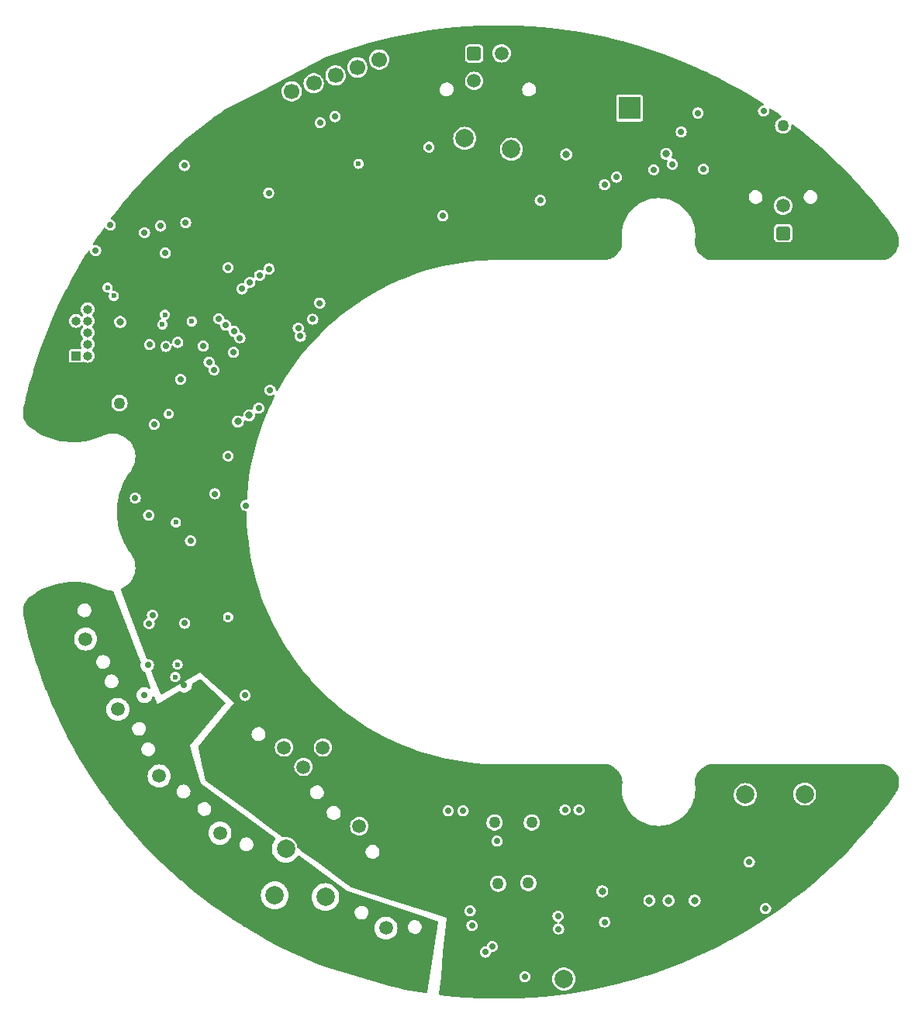
<source format=gbr>
G04 #@! TF.GenerationSoftware,KiCad,Pcbnew,7.0.10*
G04 #@! TF.CreationDate,2024-08-19T09:51:56-07:00*
G04 #@! TF.ProjectId,LCP_PowerControl,4c43505f-506f-4776-9572-436f6e74726f,rev?*
G04 #@! TF.SameCoordinates,Original*
G04 #@! TF.FileFunction,Copper,L2,Inr*
G04 #@! TF.FilePolarity,Positive*
%FSLAX46Y46*%
G04 Gerber Fmt 4.6, Leading zero omitted, Abs format (unit mm)*
G04 Created by KiCad (PCBNEW 7.0.10) date 2024-08-19 09:51:56*
%MOMM*%
%LPD*%
G01*
G04 APERTURE LIST*
G04 Aperture macros list*
%AMRoundRect*
0 Rectangle with rounded corners*
0 $1 Rounding radius*
0 $2 $3 $4 $5 $6 $7 $8 $9 X,Y pos of 4 corners*
0 Add a 4 corners polygon primitive as box body*
4,1,4,$2,$3,$4,$5,$6,$7,$8,$9,$2,$3,0*
0 Add four circle primitives for the rounded corners*
1,1,$1+$1,$2,$3*
1,1,$1+$1,$4,$5*
1,1,$1+$1,$6,$7*
1,1,$1+$1,$8,$9*
0 Add four rect primitives between the rounded corners*
20,1,$1+$1,$2,$3,$4,$5,0*
20,1,$1+$1,$4,$5,$6,$7,0*
20,1,$1+$1,$6,$7,$8,$9,0*
20,1,$1+$1,$8,$9,$2,$3,0*%
%AMHorizOval*
0 Thick line with rounded ends*
0 $1 width*
0 $2 $3 position (X,Y) of the first rounded end (center of the circle)*
0 $4 $5 position (X,Y) of the second rounded end (center of the circle)*
0 Add line between two ends*
20,1,$1,$2,$3,$4,$5,0*
0 Add two circle primitives to create the rounded ends*
1,1,$1,$2,$3*
1,1,$1,$4,$5*%
%AMRotRect*
0 Rectangle, with rotation*
0 The origin of the aperture is its center*
0 $1 length*
0 $2 width*
0 $3 Rotation angle, in degrees counterclockwise*
0 Add horizontal line*
21,1,$1,$2,0,0,$3*%
G04 Aperture macros list end*
G04 #@! TA.AperFunction,ComponentPad*
%ADD10RoundRect,0.250000X0.683013X-0.183013X0.183013X0.683013X-0.683013X0.183013X-0.183013X-0.683013X0*%
G04 #@! TD*
G04 #@! TA.AperFunction,ComponentPad*
%ADD11C,1.500000*%
G04 #@! TD*
G04 #@! TA.AperFunction,ComponentPad*
%ADD12R,1.000000X1.000000*%
G04 #@! TD*
G04 #@! TA.AperFunction,ComponentPad*
%ADD13O,1.000000X1.000000*%
G04 #@! TD*
G04 #@! TA.AperFunction,ComponentPad*
%ADD14RoundRect,0.250000X0.640856X-0.298836X0.298836X0.640856X-0.640856X0.298836X-0.298836X-0.640856X0*%
G04 #@! TD*
G04 #@! TA.AperFunction,ComponentPad*
%ADD15RoundRect,0.250000X0.704416X0.061628X-0.061628X0.704416X-0.704416X-0.061628X0.061628X-0.704416X0*%
G04 #@! TD*
G04 #@! TA.AperFunction,ComponentPad*
%ADD16RoundRect,0.250000X0.500000X0.500000X-0.500000X0.500000X-0.500000X-0.500000X0.500000X-0.500000X0*%
G04 #@! TD*
G04 #@! TA.AperFunction,ComponentPad*
%ADD17C,2.000000*%
G04 #@! TD*
G04 #@! TA.AperFunction,ComponentPad*
%ADD18RoundRect,0.250000X0.704416X-0.061628X0.061628X0.704416X-0.704416X0.061628X-0.061628X-0.704416X0*%
G04 #@! TD*
G04 #@! TA.AperFunction,ComponentPad*
%ADD19RoundRect,0.250001X-0.499999X-0.499999X0.499999X-0.499999X0.499999X0.499999X-0.499999X0.499999X0*%
G04 #@! TD*
G04 #@! TA.AperFunction,ComponentPad*
%ADD20C,0.600000*%
G04 #@! TD*
G04 #@! TA.AperFunction,ComponentPad*
%ADD21C,2.010000*%
G04 #@! TD*
G04 #@! TA.AperFunction,ComponentPad*
%ADD22RoundRect,0.250001X-0.707105X0.000000X0.000000X-0.707105X0.707105X0.000000X0.000000X0.707105X0*%
G04 #@! TD*
G04 #@! TA.AperFunction,ComponentPad*
%ADD23C,2.400000*%
G04 #@! TD*
G04 #@! TA.AperFunction,ComponentPad*
%ADD24O,2.400000X2.400000*%
G04 #@! TD*
G04 #@! TA.AperFunction,ComponentPad*
%ADD25RotRect,1.700000X1.700000X290.000000*%
G04 #@! TD*
G04 #@! TA.AperFunction,ComponentPad*
%ADD26HorizOval,1.700000X0.000000X0.000000X0.000000X0.000000X0*%
G04 #@! TD*
G04 #@! TA.AperFunction,ComponentPad*
%ADD27RoundRect,0.250000X0.612372X0.353553X-0.353553X0.612372X-0.612372X-0.353553X0.353553X-0.612372X0*%
G04 #@! TD*
G04 #@! TA.AperFunction,ComponentPad*
%ADD28R,2.400000X2.400000*%
G04 #@! TD*
G04 #@! TA.AperFunction,ViaPad*
%ADD29C,0.600000*%
G04 #@! TD*
G04 #@! TA.AperFunction,ViaPad*
%ADD30C,0.700000*%
G04 #@! TD*
G04 #@! TA.AperFunction,ViaPad*
%ADD31C,1.270000*%
G04 #@! TD*
G04 #@! TA.AperFunction,ViaPad*
%ADD32C,0.800000*%
G04 #@! TD*
G04 #@! TA.AperFunction,Conductor*
%ADD33C,0.203200*%
G04 #@! TD*
G04 APERTURE END LIST*
D10*
X77927200Y-121869200D03*
D11*
X80525276Y-120369200D03*
D12*
X75960000Y-81770000D03*
D13*
X77230000Y-81770000D03*
X75960000Y-80500000D03*
X77230000Y-80500000D03*
X75960000Y-79230000D03*
X77230000Y-79230000D03*
X75960000Y-77960000D03*
X77230000Y-77960000D03*
X75960000Y-76690000D03*
X77230000Y-76690000D03*
D14*
X74193400Y-113715800D03*
D11*
X77012478Y-112689740D03*
D15*
X89738200Y-136169400D03*
D11*
X91666563Y-133871267D03*
D16*
X153162000Y-68389500D03*
D11*
X153162000Y-65389500D03*
D17*
X161480500Y-129413000D03*
X149034500Y-129667000D03*
X103187500Y-140843000D03*
D18*
X82753200Y-129565400D03*
D11*
X85051333Y-127637037D03*
D17*
X129222500Y-149796500D03*
D19*
X119430800Y-48768000D03*
D11*
X122430800Y-48768000D03*
X119430800Y-51768000D03*
X122430800Y-51768000D03*
D20*
X145304048Y-57261183D03*
X146081865Y-58039000D03*
X146859683Y-58816817D03*
X147637500Y-59594635D03*
X148415317Y-60372452D03*
X146081865Y-56483365D03*
X146859683Y-57261183D03*
X147637500Y-58039000D03*
X148415317Y-58816817D03*
X149193135Y-59594635D03*
X146859683Y-55705548D03*
X147637500Y-56483365D03*
X148415317Y-57261183D03*
X149193135Y-58039000D03*
X149970952Y-58816817D03*
D21*
X118394800Y-58032800D03*
X123494800Y-59232800D03*
X97663000Y-140652500D03*
X98863000Y-135552500D03*
D17*
X155511500Y-129603500D03*
D22*
X109000000Y-131000000D03*
D11*
X106878680Y-133121320D03*
D23*
X89217500Y-64198500D03*
D24*
X89217500Y-120078500D03*
D25*
X111455200Y-48564800D03*
D26*
X109068381Y-49433531D03*
X106681561Y-50302262D03*
X104294742Y-51170993D03*
X101907923Y-52039725D03*
X99521104Y-52908456D03*
D27*
X109016800Y-147142200D03*
D11*
X109793257Y-144244423D03*
D28*
X136390000Y-54740000D03*
D23*
X131390000Y-54740000D03*
D22*
X100800000Y-122400000D03*
D11*
X102921320Y-124521320D03*
X98678680Y-124521320D03*
X100800000Y-126642641D03*
D29*
X86090000Y-88090000D03*
D30*
X119888000Y-141287500D03*
X128270000Y-141541500D03*
X87757000Y-117665500D03*
D31*
X78105000Y-89979500D03*
D29*
X86212500Y-113155000D03*
X86212500Y-113155000D03*
D30*
X91634483Y-71400320D03*
X131254500Y-148209000D03*
X155575000Y-138493500D03*
D32*
X157276800Y-61214000D03*
X79818251Y-78506989D03*
D29*
X123761500Y-147510500D03*
D31*
X71374000Y-86931500D03*
D30*
X153098500Y-133858000D03*
X91376500Y-87630000D03*
X82042000Y-107315000D03*
X122682000Y-150558500D03*
D29*
X86212500Y-113155000D03*
D30*
X148907500Y-143764000D03*
X116903500Y-147002500D03*
D32*
X133159500Y-136779000D03*
X89979500Y-90678000D03*
X130048000Y-135953500D03*
X98042039Y-81718130D03*
D30*
X121361200Y-64719200D03*
D29*
X86212500Y-113155000D03*
D30*
X91186000Y-116903500D03*
X147002500Y-65405000D03*
X94437200Y-58674000D03*
D32*
X89890590Y-104300068D03*
X115620800Y-134620000D03*
D30*
X82105500Y-101600000D03*
X98602800Y-78689200D03*
D32*
X80010000Y-81020000D03*
D29*
X92577289Y-111830000D03*
D30*
X119253000Y-148272500D03*
X89923910Y-78134148D03*
X124968000Y-149542500D03*
X129349500Y-131318000D03*
X130873500Y-131318000D03*
X121412000Y-146240500D03*
D31*
X121663600Y-132717400D03*
D30*
X121920000Y-134747000D03*
D31*
X125727600Y-132717400D03*
X153162000Y-56642000D03*
D30*
X118237000Y-131445000D03*
X116586000Y-131445000D03*
X151028400Y-55067200D03*
D32*
X140411200Y-59740800D03*
D30*
X93154500Y-81407000D03*
X126644400Y-64820800D03*
X83439000Y-68326000D03*
D32*
X140652500Y-141224000D03*
X143510000Y-141224000D03*
X80781817Y-78089801D03*
X138557000Y-141224000D03*
D30*
X97000000Y-64000000D03*
D29*
X88590000Y-78010000D03*
D32*
X133413500Y-140208000D03*
D31*
X80708500Y-86931500D03*
D30*
X87934800Y-67259200D03*
D29*
X86868000Y-99949000D03*
D32*
X129489200Y-59791600D03*
D30*
X92571445Y-72145066D03*
X87782400Y-61010800D03*
X119189500Y-143954500D03*
X118999000Y-142367000D03*
X128587500Y-142938500D03*
X128651000Y-144335500D03*
X149479000Y-137033000D03*
X83439000Y-118808500D03*
X133667500Y-143573500D03*
X120650000Y-146862800D03*
D31*
X125349000Y-139319000D03*
X122047000Y-139382500D03*
D30*
X78105000Y-70294500D03*
X79692500Y-67500500D03*
X85699600Y-70561200D03*
X85191600Y-67614800D03*
X84312500Y-110075379D03*
X102616000Y-56337200D03*
X104241600Y-55676800D03*
D29*
X106800000Y-60800000D03*
D30*
X94425114Y-118830604D03*
D32*
X94869000Y-88265000D03*
D30*
X87071200Y-80314800D03*
D32*
X93628888Y-88939703D03*
D30*
X85762340Y-80745840D03*
X92563990Y-92710000D03*
D29*
X92563990Y-110301138D03*
D30*
X83988491Y-80552205D03*
X100463212Y-79632188D03*
X142036800Y-57353200D03*
X93228678Y-79112235D03*
D29*
X79390000Y-74320000D03*
X80090000Y-75240000D03*
X85657835Y-77290256D03*
D30*
X94100051Y-74472800D03*
X82433445Y-97295025D03*
X94488000Y-98107500D03*
X84487510Y-89269385D03*
X91122500Y-96837500D03*
X83883500Y-99187000D03*
X88455500Y-101981000D03*
X91541600Y-77724000D03*
X101808950Y-77783540D03*
X143865600Y-55270400D03*
X92303600Y-78435200D03*
X100228400Y-78740000D03*
X134984905Y-62280894D03*
X87377987Y-84338523D03*
X94945200Y-73761600D03*
X102574073Y-76012599D03*
X133663600Y-63099291D03*
X139039600Y-61468000D03*
X95910400Y-87477600D03*
X91033600Y-83312000D03*
X144466666Y-61408666D03*
X114500000Y-59000000D03*
X93853000Y-79819500D03*
X96000000Y-73000000D03*
X89850545Y-80706545D03*
X141080783Y-60863990D03*
X97155000Y-85534500D03*
X90482445Y-82455713D03*
D29*
X85390000Y-78350000D03*
D30*
X97028000Y-72288400D03*
X116000000Y-66500000D03*
X151257000Y-142113000D03*
D29*
X86792261Y-116822359D03*
X87051473Y-115469801D03*
D30*
X87829992Y-110970004D03*
X83947000Y-110998000D03*
X83870439Y-115518839D03*
D33*
X105791000Y-148336000D02*
X105918000Y-148336000D01*
G04 #@! TA.AperFunction,Conductor*
G36*
X122793309Y-45711261D02*
G01*
X124180337Y-45747214D01*
X124183540Y-45747340D01*
X125569103Y-45819588D01*
X125572354Y-45819800D01*
X126955515Y-45928293D01*
X126958793Y-45928593D01*
X128338683Y-46073261D01*
X128341852Y-46073634D01*
X129659470Y-46246013D01*
X129662462Y-46246443D01*
X130975405Y-46451815D01*
X130978423Y-46452326D01*
X132285785Y-46690549D01*
X132288815Y-46691140D01*
X133589793Y-46962067D01*
X133592808Y-46962735D01*
X134886570Y-47266193D01*
X134889554Y-47266932D01*
X135961715Y-47546951D01*
X136175295Y-47602733D01*
X136178341Y-47603570D01*
X137455180Y-47971480D01*
X137458202Y-47972392D01*
X138725445Y-48372209D01*
X138728384Y-48373177D01*
X139985251Y-48804658D01*
X139988176Y-48805703D01*
X141233837Y-49268566D01*
X141236730Y-49269683D01*
X142470383Y-49763628D01*
X142473216Y-49764804D01*
X143694100Y-50289527D01*
X143696956Y-50290797D01*
X144205269Y-50524533D01*
X144904237Y-50845938D01*
X144907090Y-50847293D01*
X145313736Y-51046779D01*
X146100113Y-51432548D01*
X146102908Y-51433964D01*
X147281005Y-52049014D01*
X147283816Y-52050527D01*
X148469794Y-52708449D01*
X148472594Y-52710049D01*
X149641542Y-53398226D01*
X149644300Y-53399898D01*
X150795184Y-54117725D01*
X150797899Y-54119466D01*
X150981402Y-54240552D01*
X151027243Y-54294766D01*
X151036498Y-54365156D01*
X151006227Y-54429376D01*
X150946042Y-54467036D01*
X150928454Y-54470642D01*
X150870593Y-54478260D01*
X150723542Y-54539168D01*
X150597265Y-54636065D01*
X150500368Y-54762342D01*
X150439460Y-54909393D01*
X150418684Y-55067200D01*
X150439460Y-55225006D01*
X150500368Y-55372057D01*
X150597265Y-55498334D01*
X150723542Y-55595231D01*
X150816272Y-55633639D01*
X150870594Y-55656140D01*
X151028400Y-55676916D01*
X151186206Y-55656140D01*
X151278936Y-55617730D01*
X151333257Y-55595231D01*
X151459534Y-55498334D01*
X151556431Y-55372057D01*
X151578930Y-55317736D01*
X151617340Y-55225006D01*
X151638116Y-55067200D01*
X151617429Y-54910074D01*
X151628368Y-54839930D01*
X151675495Y-54786831D01*
X151743849Y-54767640D01*
X151811727Y-54788451D01*
X151811746Y-54788463D01*
X151930112Y-54866567D01*
X151932759Y-54868362D01*
X152473894Y-55245665D01*
X152931544Y-55564758D01*
X152975983Y-55620127D01*
X152983433Y-55690732D01*
X152951528Y-55754156D01*
X152890398Y-55790262D01*
X152885678Y-55791361D01*
X152885617Y-55791373D01*
X152714795Y-55867429D01*
X152563527Y-55977332D01*
X152438414Y-56116284D01*
X152438410Y-56116290D01*
X152344928Y-56278208D01*
X152344922Y-56278220D01*
X152287146Y-56456038D01*
X152287145Y-56456042D01*
X152287145Y-56456044D01*
X152267600Y-56642000D01*
X152286852Y-56825170D01*
X152287146Y-56827961D01*
X152344922Y-57005779D01*
X152344928Y-57005791D01*
X152438410Y-57167709D01*
X152438414Y-57167715D01*
X152563527Y-57306667D01*
X152714795Y-57416570D01*
X152714797Y-57416571D01*
X152714800Y-57416573D01*
X152885615Y-57492625D01*
X153029634Y-57523236D01*
X153068509Y-57531500D01*
X153068510Y-57531500D01*
X153255491Y-57531500D01*
X153287551Y-57524685D01*
X153438385Y-57492625D01*
X153609200Y-57416573D01*
X153760470Y-57306669D01*
X153885585Y-57167715D01*
X153885589Y-57167709D01*
X153954505Y-57048342D01*
X153979075Y-57005785D01*
X154036855Y-56827956D01*
X154056400Y-56642000D01*
X154056399Y-56641998D01*
X154057090Y-56635432D01*
X154058301Y-56635559D01*
X154076402Y-56573914D01*
X154130058Y-56527421D01*
X154200332Y-56517317D01*
X154259656Y-56542499D01*
X155214653Y-57283780D01*
X155217111Y-57285738D01*
X156267064Y-58144676D01*
X156269476Y-58146701D01*
X157297103Y-59032232D01*
X157299484Y-59034338D01*
X158304048Y-59945825D01*
X158306408Y-59948022D01*
X159287297Y-60884905D01*
X159289601Y-60887162D01*
X160246226Y-61848880D01*
X160248471Y-61851196D01*
X161153556Y-62808925D01*
X161180132Y-62837046D01*
X161182303Y-62839403D01*
X161273943Y-62941485D01*
X162088461Y-63848814D01*
X162090584Y-63851242D01*
X162970580Y-64883480D01*
X162972641Y-64885960D01*
X163825934Y-65940388D01*
X163827931Y-65942921D01*
X164653966Y-67018855D01*
X164655897Y-67021438D01*
X165452084Y-68115362D01*
X165457495Y-68123434D01*
X165588292Y-68335809D01*
X165595883Y-68350120D01*
X165696937Y-68574384D01*
X165702629Y-68589551D01*
X165774075Y-68824925D01*
X165777774Y-68840697D01*
X165778538Y-68845256D01*
X165780257Y-68867934D01*
X165766906Y-69775777D01*
X165763886Y-69801408D01*
X165750251Y-69862412D01*
X165745708Y-69877964D01*
X165661692Y-70109152D01*
X165655192Y-70123989D01*
X165542214Y-70342481D01*
X165533863Y-70356363D01*
X165393778Y-70558565D01*
X165383716Y-70571260D01*
X165218857Y-70753806D01*
X165207250Y-70765105D01*
X165020329Y-70924995D01*
X165007368Y-70934712D01*
X164801474Y-71069303D01*
X164787372Y-71077277D01*
X164565914Y-71184336D01*
X164550907Y-71190434D01*
X164317548Y-71268195D01*
X164301882Y-71272318D01*
X164060464Y-71319499D01*
X164044399Y-71321577D01*
X163794543Y-71337676D01*
X163786441Y-71337937D01*
X145644800Y-71337937D01*
X145644772Y-71337935D01*
X145574209Y-71337935D01*
X145566026Y-71337669D01*
X145313901Y-71321260D01*
X145297670Y-71319138D01*
X145053830Y-71270978D01*
X145038011Y-71266770D01*
X144802468Y-71187405D01*
X144787329Y-71181182D01*
X144564066Y-71071954D01*
X144549861Y-71063821D01*
X144342638Y-70926571D01*
X144329607Y-70916665D01*
X144325875Y-70913425D01*
X144141927Y-70753709D01*
X144130290Y-70742197D01*
X144003538Y-70599357D01*
X143965317Y-70556284D01*
X143955272Y-70543363D01*
X143815787Y-70337627D01*
X143807507Y-70323519D01*
X143807108Y-70322726D01*
X143752589Y-70214269D01*
X143695873Y-70101442D01*
X143689487Y-70086371D01*
X143686972Y-70079166D01*
X143607585Y-69851698D01*
X143603207Y-69835925D01*
X143552420Y-69592623D01*
X143550123Y-69576417D01*
X143533183Y-69353322D01*
X143531303Y-69328577D01*
X143531127Y-69312212D01*
X143532861Y-69280269D01*
X143544765Y-69060876D01*
X143545485Y-69052632D01*
X143551838Y-68999922D01*
X143551834Y-68999622D01*
X143552047Y-68997849D01*
X143559250Y-68937746D01*
X152157500Y-68937746D01*
X152157502Y-68937770D01*
X152163959Y-68997839D01*
X152163959Y-68997841D01*
X152214657Y-69133766D01*
X152214658Y-69133767D01*
X152301596Y-69249904D01*
X152417733Y-69336842D01*
X152553658Y-69387540D01*
X152613745Y-69394000D01*
X153710254Y-69393999D01*
X153770342Y-69387540D01*
X153906267Y-69336842D01*
X154022404Y-69249904D01*
X154109342Y-69133767D01*
X154160040Y-68997842D01*
X154166500Y-68937755D01*
X154166499Y-67841246D01*
X154160040Y-67781158D01*
X154109342Y-67645233D01*
X154022404Y-67529096D01*
X153906267Y-67442158D01*
X153906265Y-67442157D01*
X153906266Y-67442157D01*
X153770349Y-67391462D01*
X153770344Y-67391460D01*
X153770342Y-67391460D01*
X153740298Y-67388230D01*
X153710256Y-67385000D01*
X152613753Y-67385000D01*
X152613729Y-67385002D01*
X152553660Y-67391459D01*
X152553658Y-67391459D01*
X152417733Y-67442157D01*
X152301596Y-67529096D01*
X152214657Y-67645234D01*
X152163962Y-67781150D01*
X152163960Y-67781158D01*
X152157500Y-67841237D01*
X152157500Y-68937746D01*
X143559250Y-68937746D01*
X143568101Y-68863899D01*
X143576860Y-68477357D01*
X143548306Y-68091772D01*
X143482707Y-67710736D01*
X143380672Y-67337801D01*
X143243154Y-66976443D01*
X143071433Y-66630028D01*
X142867111Y-66301785D01*
X142867105Y-66301777D01*
X142632101Y-65994786D01*
X142632094Y-65994778D01*
X142632093Y-65994776D01*
X142632090Y-65994773D01*
X142368561Y-65711853D01*
X142368559Y-65711851D01*
X142368556Y-65711848D01*
X142078977Y-65455658D01*
X141987807Y-65389502D01*
X152152640Y-65389502D01*
X152172033Y-65586409D01*
X152172034Y-65586415D01*
X152172035Y-65586416D01*
X152229473Y-65775765D01*
X152322748Y-65950270D01*
X152448275Y-66103225D01*
X152601230Y-66228752D01*
X152775735Y-66322027D01*
X152965084Y-66379465D01*
X152965088Y-66379465D01*
X152965090Y-66379466D01*
X153161997Y-66398860D01*
X153162000Y-66398860D01*
X153162003Y-66398860D01*
X153358909Y-66379466D01*
X153358910Y-66379465D01*
X153358916Y-66379465D01*
X153548265Y-66322027D01*
X153722770Y-66228752D01*
X153875725Y-66103225D01*
X154001252Y-65950270D01*
X154094527Y-65775765D01*
X154151965Y-65586416D01*
X154169367Y-65409740D01*
X154171360Y-65389502D01*
X154171360Y-65389497D01*
X154151966Y-65192590D01*
X154151965Y-65192588D01*
X154151965Y-65192584D01*
X154094527Y-65003235D01*
X154001252Y-64828730D01*
X153875725Y-64675775D01*
X153722770Y-64550248D01*
X153616481Y-64493435D01*
X155407669Y-64493435D01*
X155438135Y-64666211D01*
X155470716Y-64741742D01*
X155507624Y-64827307D01*
X155612387Y-64968027D01*
X155612389Y-64968028D01*
X155612390Y-64968030D01*
X155654346Y-65003235D01*
X155746784Y-65080801D01*
X155746786Y-65080802D01*
X155903567Y-65159540D01*
X156074279Y-65200000D01*
X156074281Y-65200000D01*
X156205712Y-65200000D01*
X156303618Y-65188555D01*
X156336255Y-65184741D01*
X156501117Y-65124737D01*
X156647696Y-65028330D01*
X156768092Y-64900718D01*
X156855812Y-64748781D01*
X156906130Y-64580710D01*
X156916331Y-64405565D01*
X156885865Y-64232789D01*
X156816377Y-64071696D01*
X156816376Y-64071695D01*
X156816375Y-64071692D01*
X156711612Y-63930972D01*
X156577215Y-63818198D01*
X156420434Y-63739460D01*
X156363529Y-63725973D01*
X156249721Y-63699000D01*
X156118291Y-63699000D01*
X156118288Y-63699000D01*
X155987745Y-63714258D01*
X155987743Y-63714259D01*
X155822887Y-63774261D01*
X155822874Y-63774268D01*
X155676306Y-63870667D01*
X155555909Y-63998280D01*
X155555906Y-63998284D01*
X155468188Y-64150217D01*
X155449966Y-64211084D01*
X155421892Y-64304858D01*
X155417870Y-64318291D01*
X155409793Y-64456973D01*
X155407669Y-64493435D01*
X153616481Y-64493435D01*
X153548265Y-64456973D01*
X153358916Y-64399535D01*
X153358915Y-64399534D01*
X153358909Y-64399533D01*
X153162003Y-64380140D01*
X153161997Y-64380140D01*
X152965090Y-64399533D01*
X152775734Y-64456973D01*
X152601229Y-64550248D01*
X152448275Y-64675775D01*
X152322748Y-64828729D01*
X152229473Y-65003234D01*
X152172033Y-65192590D01*
X152152640Y-65389497D01*
X152152640Y-65389502D01*
X141987807Y-65389502D01*
X141766045Y-65228584D01*
X141432694Y-65032751D01*
X141432668Y-65032738D01*
X141081973Y-64869955D01*
X140717206Y-64741742D01*
X140341795Y-64649301D01*
X140341776Y-64649298D01*
X139959198Y-64593486D01*
X139573002Y-64574824D01*
X139572996Y-64574824D01*
X139186799Y-64593486D01*
X138804221Y-64649298D01*
X138804202Y-64649301D01*
X138428792Y-64741742D01*
X138428791Y-64741742D01*
X138064024Y-64869955D01*
X137713329Y-65032738D01*
X137713303Y-65032751D01*
X137379952Y-65228584D01*
X137067020Y-65455658D01*
X136777441Y-65711848D01*
X136513903Y-65994778D01*
X136513896Y-65994786D01*
X136278892Y-66301777D01*
X136278888Y-66301782D01*
X136074568Y-66630021D01*
X136074560Y-66630036D01*
X135902843Y-66976444D01*
X135902840Y-66976451D01*
X135765326Y-67337801D01*
X135663291Y-67710735D01*
X135663289Y-67710743D01*
X135597694Y-68091758D01*
X135597691Y-68091783D01*
X135569138Y-68477350D01*
X135569137Y-68477358D01*
X135577897Y-68863898D01*
X135596445Y-69018673D01*
X135597340Y-69033686D01*
X135597312Y-69204508D01*
X135596767Y-69213349D01*
X135597282Y-69278084D01*
X135597063Y-69286574D01*
X135581634Y-69545715D01*
X135579486Y-69562554D01*
X135530187Y-69813084D01*
X135525795Y-69829482D01*
X135443262Y-70071119D01*
X135436705Y-70086777D01*
X135322445Y-70315118D01*
X135313843Y-70329753D01*
X135169926Y-70540663D01*
X135159435Y-70554009D01*
X134988470Y-70743661D01*
X134976280Y-70755476D01*
X134781372Y-70920427D01*
X134767705Y-70930495D01*
X134552394Y-71067748D01*
X134537497Y-71075888D01*
X134305694Y-71182952D01*
X134289838Y-71189016D01*
X134045741Y-71263950D01*
X134029213Y-71267827D01*
X133777269Y-71309266D01*
X133760372Y-71310887D01*
X133509927Y-71317950D01*
X133506375Y-71318000D01*
X133489287Y-71318000D01*
X133484346Y-71317903D01*
X133430785Y-71315800D01*
X133422560Y-71316557D01*
X133422532Y-71316262D01*
X133406988Y-71318000D01*
X121739713Y-71318000D01*
X121725326Y-71317176D01*
X121723646Y-71316982D01*
X121662925Y-71317983D01*
X121660850Y-71318000D01*
X121630201Y-71318000D01*
X121630198Y-71318000D01*
X121625711Y-71318321D01*
X121625696Y-71318120D01*
X121618096Y-71318726D01*
X121139844Y-71326604D01*
X120646187Y-71353341D01*
X120105358Y-71382634D01*
X119853914Y-71405771D01*
X119073709Y-71477565D01*
X118046407Y-71611260D01*
X117024811Y-71783540D01*
X116010449Y-71994148D01*
X115004736Y-72242792D01*
X114009094Y-72529116D01*
X113024950Y-72852714D01*
X112053660Y-73213138D01*
X111096631Y-73609866D01*
X110155232Y-74042332D01*
X109230771Y-74509931D01*
X108324543Y-75012015D01*
X107437911Y-75547822D01*
X107437893Y-75547833D01*
X107437891Y-75547835D01*
X106572025Y-76116660D01*
X105767041Y-76690000D01*
X105728166Y-76717688D01*
X104907586Y-77350014D01*
X104111317Y-78012841D01*
X103340617Y-78705125D01*
X102596513Y-79425939D01*
X101880045Y-80174281D01*
X101192286Y-80949027D01*
X100534159Y-81749138D01*
X99906627Y-82573441D01*
X99310565Y-83420790D01*
X98746830Y-84289964D01*
X98216201Y-85179763D01*
X97999847Y-85575724D01*
X97949630Y-85625912D01*
X97880252Y-85640984D01*
X97813739Y-85616155D01*
X97771208Y-85559307D01*
X97764354Y-85531754D01*
X97743940Y-85376694D01*
X97721439Y-85322372D01*
X97683031Y-85229642D01*
X97586134Y-85103365D01*
X97459857Y-85006468D01*
X97312806Y-84945560D01*
X97155000Y-84924784D01*
X96997193Y-84945560D01*
X96850142Y-85006468D01*
X96723865Y-85103365D01*
X96626968Y-85229642D01*
X96566060Y-85376693D01*
X96545284Y-85534500D01*
X96566060Y-85692306D01*
X96626968Y-85839357D01*
X96723865Y-85965634D01*
X96850142Y-86062531D01*
X96926263Y-86094060D01*
X96997194Y-86123440D01*
X97155000Y-86144216D01*
X97312806Y-86123440D01*
X97459858Y-86062530D01*
X97468625Y-86055802D01*
X97534843Y-86030199D01*
X97604392Y-86044461D01*
X97655191Y-86094060D01*
X97671109Y-86163249D01*
X97658099Y-86211973D01*
X97257270Y-87016088D01*
X97050079Y-87474163D01*
X96830324Y-87960014D01*
X96793759Y-88049702D01*
X96439211Y-88919346D01*
X96084489Y-89892722D01*
X95766658Y-90878762D01*
X95486172Y-91876064D01*
X95243428Y-92883203D01*
X95038762Y-93898804D01*
X94872477Y-94921359D01*
X94744801Y-95949451D01*
X94655916Y-96981627D01*
X94636690Y-97379780D01*
X94613426Y-97446857D01*
X94557590Y-97490708D01*
X94494394Y-97498625D01*
X94488005Y-97497784D01*
X94488000Y-97497784D01*
X94330193Y-97518560D01*
X94183142Y-97579468D01*
X94056865Y-97676365D01*
X93959968Y-97802642D01*
X93899060Y-97949693D01*
X93878284Y-98107500D01*
X93899060Y-98265306D01*
X93959968Y-98412357D01*
X94056865Y-98538634D01*
X94183142Y-98635531D01*
X94275872Y-98673939D01*
X94330194Y-98696440D01*
X94487637Y-98717168D01*
X94552565Y-98745891D01*
X94591656Y-98805156D01*
X94597184Y-98843424D01*
X94594971Y-99052353D01*
X94622996Y-100087982D01*
X94689983Y-101121775D01*
X94689984Y-101121788D01*
X94689985Y-101121798D01*
X94795843Y-102152371D01*
X94795845Y-102152384D01*
X94940419Y-103178219D01*
X95123511Y-104197910D01*
X95344861Y-105210000D01*
X95604148Y-106213021D01*
X95901002Y-107205552D01*
X96235019Y-108186235D01*
X96605721Y-109153664D01*
X97012550Y-110106391D01*
X97454987Y-111043196D01*
X97932348Y-111962629D01*
X98444005Y-112863484D01*
X98961150Y-113699100D01*
X98989194Y-113744413D01*
X99114868Y-113931366D01*
X99567177Y-114604224D01*
X100177073Y-115441608D01*
X100177084Y-115441623D01*
X100177087Y-115441626D01*
X100313287Y-115614553D01*
X100675112Y-116073948D01*
X100818103Y-116255497D01*
X101489301Y-117044660D01*
X101648202Y-117217833D01*
X102189740Y-117808009D01*
X102918386Y-118544418D01*
X102918397Y-118544429D01*
X103674269Y-119252908D01*
X104456276Y-119932432D01*
X104820067Y-120225258D01*
X105263317Y-120582045D01*
X105850772Y-121019510D01*
X106094220Y-121200801D01*
X106947836Y-121787849D01*
X107822946Y-122342348D01*
X108718309Y-122863511D01*
X109632655Y-123350601D01*
X110564689Y-123802927D01*
X111513089Y-124219847D01*
X112476512Y-124600771D01*
X113453591Y-124945158D01*
X114442941Y-125252521D01*
X115443160Y-125522423D01*
X115443163Y-125522423D01*
X115443168Y-125522425D01*
X116009878Y-125652676D01*
X116452831Y-125754483D01*
X117470521Y-125948370D01*
X118494789Y-126103811D01*
X119524182Y-126220585D01*
X120557241Y-126298527D01*
X121592501Y-126337525D01*
X122070298Y-126337530D01*
X122072573Y-126337611D01*
X122075726Y-126337604D01*
X122075730Y-126337605D01*
X122111042Y-126337532D01*
X122111202Y-126337532D01*
X122183311Y-126337532D01*
X122185605Y-126337378D01*
X133571672Y-126313946D01*
X133580086Y-126314211D01*
X133832096Y-126330613D01*
X133848316Y-126332734D01*
X134092163Y-126380895D01*
X134107969Y-126385100D01*
X134343519Y-126464468D01*
X134358640Y-126470683D01*
X134581925Y-126579924D01*
X134596113Y-126588049D01*
X134803337Y-126725303D01*
X134816357Y-126735201D01*
X135004044Y-126898166D01*
X135015674Y-126909673D01*
X135093167Y-126997003D01*
X135180640Y-127095582D01*
X135190686Y-127108505D01*
X135330160Y-127314232D01*
X135338446Y-127328349D01*
X135450072Y-127550420D01*
X135456458Y-127565492D01*
X135538353Y-127800160D01*
X135542731Y-127815932D01*
X135593513Y-128059233D01*
X135595810Y-128075440D01*
X135614623Y-128323279D01*
X135614799Y-128339647D01*
X135601083Y-128592256D01*
X135600373Y-128600413D01*
X135593061Y-128661445D01*
X135593061Y-128661448D01*
X135577895Y-128788014D01*
X135569184Y-129172793D01*
X135569142Y-129174630D01*
X135577469Y-129287015D01*
X135597715Y-129560282D01*
X135597715Y-129560285D01*
X135597716Y-129560288D01*
X135663350Y-129941393D01*
X135765432Y-130314391D01*
X135802953Y-130412957D01*
X135903013Y-130675812D01*
X136074800Y-131022264D01*
X136074804Y-131022271D01*
X136279205Y-131350543D01*
X136279208Y-131350547D01*
X136514314Y-131657576D01*
X136514317Y-131657579D01*
X136514321Y-131657584D01*
X136592374Y-131741352D01*
X136777946Y-131940512D01*
X136777952Y-131940518D01*
X136952250Y-132094661D01*
X137065783Y-132195066D01*
X137067638Y-132196706D01*
X137067645Y-132196711D01*
X137380665Y-132423751D01*
X137380667Y-132423751D01*
X137380673Y-132423756D01*
X137714153Y-132619562D01*
X138064962Y-132782295D01*
X138429829Y-132910437D01*
X138805354Y-133002793D01*
X139188036Y-133058502D01*
X139504075Y-133073674D01*
X139574305Y-133077046D01*
X139574305Y-133077045D01*
X139574307Y-133077046D01*
X139960565Y-133058250D01*
X140343210Y-133002291D01*
X140482933Y-132967831D01*
X140718669Y-132909692D01*
X140718671Y-132909690D01*
X140718675Y-132909690D01*
X141083459Y-132781310D01*
X141434161Y-132618349D01*
X141767513Y-132422325D01*
X142080406Y-132195066D01*
X142369923Y-131938690D01*
X142633366Y-131655588D01*
X142868277Y-131348398D01*
X143072468Y-131019986D01*
X143244035Y-130673412D01*
X143381378Y-130311907D01*
X143457185Y-130034206D01*
X143483212Y-129938862D01*
X143483213Y-129938855D01*
X143483217Y-129938842D01*
X143529851Y-129667000D01*
X147775208Y-129667000D01*
X147794339Y-129885674D01*
X147808586Y-129938842D01*
X147851152Y-130097700D01*
X147851154Y-130097706D01*
X147943921Y-130296646D01*
X148066930Y-130472322D01*
X148069826Y-130476457D01*
X148225043Y-130631674D01*
X148404854Y-130757579D01*
X148603797Y-130850347D01*
X148815826Y-130907161D01*
X149034500Y-130926292D01*
X149253174Y-130907161D01*
X149465203Y-130850347D01*
X149664146Y-130757579D01*
X149843957Y-130631674D01*
X149999174Y-130476457D01*
X150125079Y-130296646D01*
X150217847Y-130097703D01*
X150274661Y-129885674D01*
X150293792Y-129667000D01*
X150288237Y-129603500D01*
X154252208Y-129603500D01*
X154271339Y-129822174D01*
X154294813Y-129909780D01*
X154328152Y-130034200D01*
X154328154Y-130034206D01*
X154364838Y-130112875D01*
X154420921Y-130233146D01*
X154546826Y-130412957D01*
X154702043Y-130568174D01*
X154881854Y-130694079D01*
X155080797Y-130786847D01*
X155292826Y-130843661D01*
X155511500Y-130862792D01*
X155730174Y-130843661D01*
X155942203Y-130786847D01*
X156141146Y-130694079D01*
X156320957Y-130568174D01*
X156476174Y-130412957D01*
X156602079Y-130233146D01*
X156694847Y-130034203D01*
X156751661Y-129822174D01*
X156770792Y-129603500D01*
X156751661Y-129384826D01*
X156694847Y-129172797D01*
X156602079Y-128973854D01*
X156476174Y-128794043D01*
X156320957Y-128638826D01*
X156295370Y-128620910D01*
X156141146Y-128512921D01*
X155942206Y-128420154D01*
X155942200Y-128420152D01*
X155815935Y-128386319D01*
X155730174Y-128363339D01*
X155511500Y-128344208D01*
X155292826Y-128363339D01*
X155080799Y-128420152D01*
X155080793Y-128420154D01*
X154881853Y-128512921D01*
X154702046Y-128638823D01*
X154702040Y-128638828D01*
X154546828Y-128794040D01*
X154546823Y-128794046D01*
X154420921Y-128973853D01*
X154328154Y-129172793D01*
X154328152Y-129172799D01*
X154282696Y-129342440D01*
X154271339Y-129384826D01*
X154252208Y-129603500D01*
X150288237Y-129603500D01*
X150274661Y-129448326D01*
X150217847Y-129236297D01*
X150125079Y-129037354D01*
X149999174Y-128857543D01*
X149843957Y-128702326D01*
X149840132Y-128699648D01*
X149664146Y-128576421D01*
X149465206Y-128483654D01*
X149465200Y-128483652D01*
X149276756Y-128433158D01*
X149253174Y-128426839D01*
X149034500Y-128407708D01*
X148815826Y-128426839D01*
X148603799Y-128483652D01*
X148603793Y-128483654D01*
X148404853Y-128576421D01*
X148225046Y-128702323D01*
X148225040Y-128702328D01*
X148069828Y-128857540D01*
X148069823Y-128857546D01*
X147943921Y-129037353D01*
X147851154Y-129236293D01*
X147851152Y-129236299D01*
X147814018Y-129374885D01*
X147794339Y-129448326D01*
X147775208Y-129667000D01*
X143529851Y-129667000D01*
X143548602Y-129557694D01*
X143576924Y-129172017D01*
X143567918Y-128785407D01*
X143545586Y-128600071D01*
X143544871Y-128591890D01*
X143531175Y-128339635D01*
X143531350Y-128323289D01*
X143550165Y-128075427D01*
X143552459Y-128059238D01*
X143603244Y-127815923D01*
X143607622Y-127800154D01*
X143666093Y-127632607D01*
X143689522Y-127565471D01*
X143695900Y-127550420D01*
X143807534Y-127328330D01*
X143815813Y-127314226D01*
X143955297Y-127108483D01*
X143965327Y-127095579D01*
X144130313Y-126909647D01*
X144141935Y-126898150D01*
X144329625Y-126735182D01*
X144342646Y-126725284D01*
X144549879Y-126588023D01*
X144564054Y-126579907D01*
X144787347Y-126470661D01*
X144802463Y-126464448D01*
X145038029Y-126385073D01*
X145053824Y-126380872D01*
X145297678Y-126332709D01*
X145313898Y-126330588D01*
X145565658Y-126314202D01*
X145573841Y-126313937D01*
X145636007Y-126313937D01*
X163791275Y-126313937D01*
X163799434Y-126314201D01*
X164046251Y-126330217D01*
X164062400Y-126332323D01*
X164305509Y-126380181D01*
X164321276Y-126384362D01*
X164323480Y-126385102D01*
X164504044Y-126445731D01*
X164556148Y-126463226D01*
X164571245Y-126469409D01*
X164793965Y-126577963D01*
X164808132Y-126586042D01*
X165014968Y-126722470D01*
X165027961Y-126732305D01*
X165215425Y-126894306D01*
X165227053Y-126905749D01*
X165392017Y-127090617D01*
X165402068Y-127103468D01*
X165541755Y-127308091D01*
X165550062Y-127322132D01*
X165553216Y-127328349D01*
X165662145Y-127543100D01*
X165668563Y-127558087D01*
X165694911Y-127632607D01*
X165751154Y-127791682D01*
X165755585Y-127807383D01*
X165807301Y-128049689D01*
X165809666Y-128065831D01*
X165829639Y-128312782D01*
X165829899Y-128329095D01*
X165817796Y-128576568D01*
X165815945Y-128592777D01*
X165771970Y-128836597D01*
X165768041Y-128852432D01*
X165692928Y-129088534D01*
X165686986Y-129103728D01*
X165581998Y-129328142D01*
X165574143Y-129342440D01*
X165438054Y-129556094D01*
X165433455Y-129562822D01*
X165422254Y-129578124D01*
X165394016Y-129616697D01*
X165392316Y-129619376D01*
X164649148Y-130639440D01*
X164647256Y-130641969D01*
X163838311Y-131695762D01*
X163836356Y-131698244D01*
X163001227Y-132731455D01*
X162999211Y-132733886D01*
X162138444Y-133745840D01*
X162136367Y-133748220D01*
X161250547Y-134738229D01*
X161248412Y-134740557D01*
X160337977Y-135708130D01*
X160335783Y-135710403D01*
X159401441Y-136654789D01*
X159399192Y-136657006D01*
X158441450Y-137577691D01*
X158439145Y-137579852D01*
X157458641Y-138476226D01*
X157456284Y-138478328D01*
X156453575Y-139349879D01*
X156451165Y-139351921D01*
X155426940Y-140198048D01*
X155424479Y-140200029D01*
X154379401Y-141020188D01*
X154376892Y-141022107D01*
X153311551Y-141815835D01*
X153308995Y-141817690D01*
X152224639Y-142584077D01*
X152221948Y-142585927D01*
X151042384Y-143374573D01*
X151039556Y-143376410D01*
X149839826Y-144132883D01*
X149836949Y-144134643D01*
X148617473Y-144858699D01*
X148614551Y-144860382D01*
X147376093Y-145551568D01*
X147373127Y-145553172D01*
X146116573Y-146210989D01*
X146113564Y-146212512D01*
X144839948Y-146836424D01*
X144836900Y-146837867D01*
X143547011Y-147427486D01*
X143543926Y-147428847D01*
X142238703Y-147983744D01*
X142235582Y-147985022D01*
X140915951Y-148504802D01*
X140912797Y-148505995D01*
X139579800Y-148990248D01*
X139576616Y-148991357D01*
X138231113Y-149439772D01*
X138227900Y-149440796D01*
X136870836Y-149853056D01*
X136867596Y-149853993D01*
X135500024Y-150229780D01*
X135496761Y-150230630D01*
X135238776Y-150294146D01*
X135236809Y-150294613D01*
X132645607Y-150888644D01*
X132640985Y-150889613D01*
X131333957Y-151138099D01*
X131330636Y-151138684D01*
X129930773Y-151366185D01*
X129927437Y-151366682D01*
X128521919Y-151556649D01*
X128518572Y-151557056D01*
X127108492Y-151709341D01*
X127105135Y-151709658D01*
X125691488Y-151824153D01*
X125688123Y-151824380D01*
X124271928Y-151901003D01*
X124268559Y-151901140D01*
X122850822Y-151939835D01*
X122847450Y-151939882D01*
X121429187Y-151940626D01*
X121425815Y-151940583D01*
X120008001Y-151903369D01*
X120004632Y-151903235D01*
X118588358Y-151828096D01*
X118584993Y-151827872D01*
X117171268Y-151714861D01*
X117167910Y-151714548D01*
X116549259Y-151648391D01*
X115757322Y-151563702D01*
X115754017Y-151563304D01*
X115748033Y-151562501D01*
X115728473Y-151559877D01*
X115663617Y-151530993D01*
X115624673Y-151471631D01*
X115619776Y-151423271D01*
X115795675Y-149542500D01*
X124358284Y-149542500D01*
X124379060Y-149700306D01*
X124439968Y-149847357D01*
X124536865Y-149973634D01*
X124663142Y-150070531D01*
X124755872Y-150108939D01*
X124810194Y-150131440D01*
X124968000Y-150152216D01*
X125125806Y-150131440D01*
X125218536Y-150093030D01*
X125272857Y-150070531D01*
X125399134Y-149973634D01*
X125496031Y-149847357D01*
X125517095Y-149796500D01*
X127963208Y-149796500D01*
X127982339Y-150015173D01*
X128039152Y-150227200D01*
X128039154Y-150227206D01*
X128131921Y-150426146D01*
X128257826Y-150605957D01*
X128413043Y-150761174D01*
X128592854Y-150887079D01*
X128791797Y-150979847D01*
X129003826Y-151036661D01*
X129222500Y-151055792D01*
X129441174Y-151036661D01*
X129653203Y-150979847D01*
X129852146Y-150887079D01*
X130031957Y-150761174D01*
X130187174Y-150605957D01*
X130313079Y-150426146D01*
X130405847Y-150227203D01*
X130462661Y-150015174D01*
X130481792Y-149796500D01*
X130462661Y-149577826D01*
X130405847Y-149365797D01*
X130313079Y-149166854D01*
X130187174Y-148987043D01*
X130031957Y-148831826D01*
X129852146Y-148705921D01*
X129739752Y-148653511D01*
X129653206Y-148613154D01*
X129653200Y-148613152D01*
X129531398Y-148580515D01*
X129441174Y-148556339D01*
X129222500Y-148537208D01*
X129003826Y-148556339D01*
X128791799Y-148613152D01*
X128791793Y-148613154D01*
X128592853Y-148705921D01*
X128413046Y-148831823D01*
X128413040Y-148831828D01*
X128257828Y-148987040D01*
X128257823Y-148987046D01*
X128131921Y-149166853D01*
X128039154Y-149365793D01*
X128039152Y-149365799D01*
X127982339Y-149577826D01*
X127963208Y-149796500D01*
X125517095Y-149796500D01*
X125518530Y-149793036D01*
X125556940Y-149700306D01*
X125577716Y-149542500D01*
X125556940Y-149384694D01*
X125534439Y-149330372D01*
X125496031Y-149237642D01*
X125399134Y-149111365D01*
X125272857Y-149014468D01*
X125125806Y-148953560D01*
X124968000Y-148932784D01*
X124810193Y-148953560D01*
X124663142Y-149014468D01*
X124536865Y-149111365D01*
X124439968Y-149237642D01*
X124379060Y-149384693D01*
X124358284Y-149542500D01*
X115795675Y-149542500D01*
X116046295Y-146862800D01*
X120040284Y-146862800D01*
X120061060Y-147020606D01*
X120121968Y-147167657D01*
X120218865Y-147293934D01*
X120345142Y-147390831D01*
X120417270Y-147420706D01*
X120492194Y-147451740D01*
X120650000Y-147472516D01*
X120807806Y-147451740D01*
X120904258Y-147411789D01*
X120954857Y-147390831D01*
X121081134Y-147293934D01*
X121178031Y-147167657D01*
X121200530Y-147113336D01*
X121238940Y-147020606D01*
X121247492Y-146955643D01*
X121276214Y-146890718D01*
X121335479Y-146851626D01*
X121388859Y-146847169D01*
X121412000Y-146850216D01*
X121569806Y-146829440D01*
X121662536Y-146791030D01*
X121716857Y-146768531D01*
X121843134Y-146671634D01*
X121940031Y-146545357D01*
X121962530Y-146491036D01*
X122000940Y-146398306D01*
X122021716Y-146240500D01*
X122000940Y-146082694D01*
X121966547Y-145999661D01*
X121940031Y-145935642D01*
X121843134Y-145809365D01*
X121716857Y-145712468D01*
X121569806Y-145651560D01*
X121412000Y-145630784D01*
X121254193Y-145651560D01*
X121107142Y-145712468D01*
X120980865Y-145809365D01*
X120883968Y-145935642D01*
X120823060Y-146082693D01*
X120814507Y-146147656D01*
X120785784Y-146212583D01*
X120726518Y-146251674D01*
X120673140Y-146256130D01*
X120650002Y-146253084D01*
X120650000Y-146253084D01*
X120492193Y-146273860D01*
X120345142Y-146334768D01*
X120218865Y-146431665D01*
X120121968Y-146557942D01*
X120061060Y-146704993D01*
X120040284Y-146862800D01*
X116046295Y-146862800D01*
X116318295Y-143954500D01*
X118579784Y-143954500D01*
X118600560Y-144112306D01*
X118661468Y-144259357D01*
X118758365Y-144385634D01*
X118884642Y-144482531D01*
X118977372Y-144520939D01*
X119031694Y-144543440D01*
X119189500Y-144564216D01*
X119347306Y-144543440D01*
X119440036Y-144505030D01*
X119494357Y-144482531D01*
X119620634Y-144385634D01*
X119717531Y-144259357D01*
X119740030Y-144205036D01*
X119778440Y-144112306D01*
X119799216Y-143954500D01*
X119778440Y-143796694D01*
X119731618Y-143683653D01*
X119717531Y-143649642D01*
X119620634Y-143523365D01*
X119494357Y-143426468D01*
X119347306Y-143365560D01*
X119189500Y-143344784D01*
X119031693Y-143365560D01*
X118884642Y-143426468D01*
X118758365Y-143523365D01*
X118661468Y-143649642D01*
X118600560Y-143796693D01*
X118579784Y-143954500D01*
X116318295Y-143954500D01*
X116395500Y-143129000D01*
X114037613Y-142367000D01*
X118389284Y-142367000D01*
X118410060Y-142524806D01*
X118470968Y-142671857D01*
X118567865Y-142798134D01*
X118694142Y-142895031D01*
X118786872Y-142933439D01*
X118841194Y-142955940D01*
X118999000Y-142976716D01*
X119156806Y-142955940D01*
X119198910Y-142938500D01*
X127977784Y-142938500D01*
X127998560Y-143096306D01*
X128059468Y-143243357D01*
X128156365Y-143369634D01*
X128282642Y-143466531D01*
X128366317Y-143501188D01*
X128429694Y-143527440D01*
X128429702Y-143527441D01*
X128430927Y-143527770D01*
X128431852Y-143528334D01*
X128437323Y-143530600D01*
X128436969Y-143531453D01*
X128491550Y-143564721D01*
X128522572Y-143628581D01*
X128514144Y-143699076D01*
X128468942Y-143753823D01*
X128446535Y-143765886D01*
X128346141Y-143807469D01*
X128219865Y-143904365D01*
X128122968Y-144030642D01*
X128062060Y-144177693D01*
X128041284Y-144335500D01*
X128062060Y-144493306D01*
X128122968Y-144640357D01*
X128219865Y-144766634D01*
X128346142Y-144863531D01*
X128438872Y-144901939D01*
X128493194Y-144924440D01*
X128651000Y-144945216D01*
X128808806Y-144924440D01*
X128901536Y-144886030D01*
X128955857Y-144863531D01*
X129082134Y-144766634D01*
X129179031Y-144640357D01*
X129203330Y-144581691D01*
X129239940Y-144493306D01*
X129260716Y-144335500D01*
X129239940Y-144177694D01*
X129208393Y-144101531D01*
X129179031Y-144030642D01*
X129082134Y-143904365D01*
X128955857Y-143807468D01*
X128808807Y-143746560D01*
X128807563Y-143746227D01*
X128806632Y-143745659D01*
X128801177Y-143743400D01*
X128801529Y-143742548D01*
X128746943Y-143709271D01*
X128715925Y-143645408D01*
X128724358Y-143574914D01*
X128725526Y-143573500D01*
X133057784Y-143573500D01*
X133078560Y-143731306D01*
X133139468Y-143878357D01*
X133236365Y-144004634D01*
X133362642Y-144101531D01*
X133442585Y-144134643D01*
X133509694Y-144162440D01*
X133667500Y-144183216D01*
X133825306Y-144162440D01*
X133918036Y-144124030D01*
X133972357Y-144101531D01*
X134098634Y-144004634D01*
X134195531Y-143878357D01*
X134224893Y-143807468D01*
X134256440Y-143731306D01*
X134277216Y-143573500D01*
X134256440Y-143415694D01*
X134233939Y-143361372D01*
X134195531Y-143268642D01*
X134098634Y-143142365D01*
X133972357Y-143045468D01*
X133825306Y-142984560D01*
X133667500Y-142963784D01*
X133509693Y-142984560D01*
X133362642Y-143045468D01*
X133236365Y-143142365D01*
X133139468Y-143268642D01*
X133078560Y-143415693D01*
X133057784Y-143573500D01*
X128725526Y-143573500D01*
X128769565Y-143520171D01*
X128791957Y-143508116D01*
X128892358Y-143466530D01*
X129018634Y-143369634D01*
X129062938Y-143311896D01*
X129115531Y-143243357D01*
X129138030Y-143189036D01*
X129176440Y-143096306D01*
X129197216Y-142938500D01*
X129176440Y-142780694D01*
X129139373Y-142691205D01*
X129115531Y-142633642D01*
X129018634Y-142507365D01*
X128892357Y-142410468D01*
X128745306Y-142349560D01*
X128587500Y-142328784D01*
X128429693Y-142349560D01*
X128282642Y-142410468D01*
X128156365Y-142507365D01*
X128059468Y-142633642D01*
X127998560Y-142780693D01*
X127977784Y-142938500D01*
X119198910Y-142938500D01*
X119249536Y-142917530D01*
X119303857Y-142895031D01*
X119430134Y-142798134D01*
X119527031Y-142671857D01*
X119562623Y-142585927D01*
X119587940Y-142524806D01*
X119608716Y-142367000D01*
X119587940Y-142209194D01*
X119548096Y-142113000D01*
X150647284Y-142113000D01*
X150668060Y-142270806D01*
X150728968Y-142417857D01*
X150825865Y-142544134D01*
X150952142Y-142641031D01*
X151044872Y-142679439D01*
X151099194Y-142701940D01*
X151257000Y-142722716D01*
X151414806Y-142701940D01*
X151507536Y-142663530D01*
X151561857Y-142641031D01*
X151688134Y-142544134D01*
X151785031Y-142417857D01*
X151807530Y-142363536D01*
X151845940Y-142270806D01*
X151866716Y-142113000D01*
X151845940Y-141955194D01*
X151814173Y-141878500D01*
X151785031Y-141808142D01*
X151688134Y-141681865D01*
X151561857Y-141584968D01*
X151414806Y-141524060D01*
X151257000Y-141503284D01*
X151099193Y-141524060D01*
X150952142Y-141584968D01*
X150825865Y-141681865D01*
X150728968Y-141808142D01*
X150668060Y-141955193D01*
X150647284Y-142113000D01*
X119548096Y-142113000D01*
X119546347Y-142108777D01*
X119527031Y-142062142D01*
X119430134Y-141935865D01*
X119303857Y-141838968D01*
X119156806Y-141778060D01*
X118999000Y-141757284D01*
X118841193Y-141778060D01*
X118694142Y-141838968D01*
X118567865Y-141935865D01*
X118470968Y-142062142D01*
X118410060Y-142209193D01*
X118389284Y-142367000D01*
X114037613Y-142367000D01*
X111617741Y-141584968D01*
X110500793Y-141224003D01*
X137897693Y-141224003D01*
X137916849Y-141381779D01*
X137948481Y-141465183D01*
X137973213Y-141530395D01*
X138063502Y-141661201D01*
X138182471Y-141766599D01*
X138182472Y-141766599D01*
X138182474Y-141766601D01*
X138204308Y-141778060D01*
X138323207Y-141840463D01*
X138477529Y-141878500D01*
X138477530Y-141878500D01*
X138636470Y-141878500D01*
X138636471Y-141878500D01*
X138790793Y-141840463D01*
X138931529Y-141766599D01*
X139050498Y-141661201D01*
X139140787Y-141530395D01*
X139197149Y-141381782D01*
X139197149Y-141381781D01*
X139197150Y-141381779D01*
X139216307Y-141224003D01*
X139993193Y-141224003D01*
X140012349Y-141381779D01*
X140043981Y-141465183D01*
X140068713Y-141530395D01*
X140159002Y-141661201D01*
X140277971Y-141766599D01*
X140277972Y-141766599D01*
X140277974Y-141766601D01*
X140299808Y-141778060D01*
X140418707Y-141840463D01*
X140573029Y-141878500D01*
X140573030Y-141878500D01*
X140731970Y-141878500D01*
X140731971Y-141878500D01*
X140886293Y-141840463D01*
X141027029Y-141766599D01*
X141145998Y-141661201D01*
X141236287Y-141530395D01*
X141292649Y-141381782D01*
X141292649Y-141381781D01*
X141292650Y-141381779D01*
X141311807Y-141224003D01*
X142850693Y-141224003D01*
X142869849Y-141381779D01*
X142901481Y-141465183D01*
X142926213Y-141530395D01*
X143016502Y-141661201D01*
X143135471Y-141766599D01*
X143135472Y-141766599D01*
X143135474Y-141766601D01*
X143157308Y-141778060D01*
X143276207Y-141840463D01*
X143430529Y-141878500D01*
X143430530Y-141878500D01*
X143589470Y-141878500D01*
X143589471Y-141878500D01*
X143743793Y-141840463D01*
X143884529Y-141766599D01*
X144003498Y-141661201D01*
X144093787Y-141530395D01*
X144150149Y-141381782D01*
X144150149Y-141381781D01*
X144150150Y-141381779D01*
X144169307Y-141224003D01*
X144169307Y-141223996D01*
X144150150Y-141066220D01*
X144132692Y-141020188D01*
X144093787Y-140917605D01*
X144003498Y-140786799D01*
X143884529Y-140681401D01*
X143884528Y-140681400D01*
X143884525Y-140681398D01*
X143743797Y-140607539D01*
X143743795Y-140607538D01*
X143743793Y-140607537D01*
X143743791Y-140607536D01*
X143743790Y-140607536D01*
X143589472Y-140569500D01*
X143589471Y-140569500D01*
X143430529Y-140569500D01*
X143430527Y-140569500D01*
X143276209Y-140607536D01*
X143276202Y-140607539D01*
X143135474Y-140681398D01*
X143135469Y-140681402D01*
X143016501Y-140786800D01*
X142926215Y-140917601D01*
X142926212Y-140917607D01*
X142869849Y-141066220D01*
X142850693Y-141223996D01*
X142850693Y-141224003D01*
X141311807Y-141224003D01*
X141311807Y-141223996D01*
X141292650Y-141066220D01*
X141275192Y-141020188D01*
X141236287Y-140917605D01*
X141145998Y-140786799D01*
X141027029Y-140681401D01*
X141027028Y-140681400D01*
X141027025Y-140681398D01*
X140886297Y-140607539D01*
X140886295Y-140607538D01*
X140886293Y-140607537D01*
X140886291Y-140607536D01*
X140886290Y-140607536D01*
X140731972Y-140569500D01*
X140731971Y-140569500D01*
X140573029Y-140569500D01*
X140573027Y-140569500D01*
X140418709Y-140607536D01*
X140418702Y-140607539D01*
X140277974Y-140681398D01*
X140277969Y-140681402D01*
X140159001Y-140786800D01*
X140068715Y-140917601D01*
X140068712Y-140917607D01*
X140012349Y-141066220D01*
X139993193Y-141223996D01*
X139993193Y-141224003D01*
X139216307Y-141224003D01*
X139216307Y-141223996D01*
X139197150Y-141066220D01*
X139179692Y-141020188D01*
X139140787Y-140917605D01*
X139050498Y-140786799D01*
X138931529Y-140681401D01*
X138931528Y-140681400D01*
X138931525Y-140681398D01*
X138790797Y-140607539D01*
X138790795Y-140607538D01*
X138790793Y-140607537D01*
X138790791Y-140607536D01*
X138790790Y-140607536D01*
X138636472Y-140569500D01*
X138636471Y-140569500D01*
X138477529Y-140569500D01*
X138477527Y-140569500D01*
X138323209Y-140607536D01*
X138323202Y-140607539D01*
X138182474Y-140681398D01*
X138182469Y-140681402D01*
X138063501Y-140786800D01*
X137973215Y-140917601D01*
X137973212Y-140917607D01*
X137916849Y-141066220D01*
X137897693Y-141223996D01*
X137897693Y-141224003D01*
X110500793Y-141224003D01*
X106000807Y-139769739D01*
X105965129Y-139751516D01*
X105461009Y-139382500D01*
X121152600Y-139382500D01*
X121171001Y-139557575D01*
X121172146Y-139568461D01*
X121229922Y-139746279D01*
X121229928Y-139746291D01*
X121323410Y-139908209D01*
X121323414Y-139908215D01*
X121448527Y-140047167D01*
X121599795Y-140157070D01*
X121599797Y-140157071D01*
X121599800Y-140157073D01*
X121770615Y-140233125D01*
X121914634Y-140263736D01*
X121953509Y-140272000D01*
X121953510Y-140272000D01*
X122140491Y-140272000D01*
X122172551Y-140265185D01*
X122323385Y-140233125D01*
X122494200Y-140157073D01*
X122645470Y-140047169D01*
X122669623Y-140020345D01*
X122770585Y-139908215D01*
X122770589Y-139908209D01*
X122849922Y-139770799D01*
X122864075Y-139746285D01*
X122921855Y-139568456D01*
X122941400Y-139382500D01*
X122934726Y-139319000D01*
X124454600Y-139319000D01*
X124474146Y-139504961D01*
X124531922Y-139682779D01*
X124531928Y-139682791D01*
X124625410Y-139844709D01*
X124625414Y-139844715D01*
X124750527Y-139983667D01*
X124901795Y-140093570D01*
X124901797Y-140093571D01*
X124901800Y-140093573D01*
X125072615Y-140169625D01*
X125206337Y-140198048D01*
X125255509Y-140208500D01*
X125255510Y-140208500D01*
X125442491Y-140208500D01*
X125444829Y-140208003D01*
X132754193Y-140208003D01*
X132773349Y-140365779D01*
X132821947Y-140493919D01*
X132829713Y-140514395D01*
X132920002Y-140645201D01*
X133038971Y-140750599D01*
X133038972Y-140750599D01*
X133038974Y-140750601D01*
X133107944Y-140786799D01*
X133179707Y-140824463D01*
X133334029Y-140862500D01*
X133334030Y-140862500D01*
X133492970Y-140862500D01*
X133492971Y-140862500D01*
X133647293Y-140824463D01*
X133788029Y-140750599D01*
X133906998Y-140645201D01*
X133997287Y-140514395D01*
X134053649Y-140365782D01*
X134053649Y-140365781D01*
X134053650Y-140365779D01*
X134072807Y-140208003D01*
X134072807Y-140207996D01*
X134053650Y-140050220D01*
X134026430Y-139978449D01*
X133997287Y-139901605D01*
X133906998Y-139770799D01*
X133788029Y-139665401D01*
X133788028Y-139665400D01*
X133788025Y-139665398D01*
X133647297Y-139591539D01*
X133647295Y-139591538D01*
X133647293Y-139591537D01*
X133647291Y-139591536D01*
X133647290Y-139591536D01*
X133492972Y-139553500D01*
X133492971Y-139553500D01*
X133334029Y-139553500D01*
X133334027Y-139553500D01*
X133179709Y-139591536D01*
X133179702Y-139591539D01*
X133038974Y-139665398D01*
X133038969Y-139665402D01*
X132947679Y-139746279D01*
X132921199Y-139769739D01*
X132920001Y-139770800D01*
X132829715Y-139901601D01*
X132829712Y-139901607D01*
X132773349Y-140050220D01*
X132754193Y-140207996D01*
X132754193Y-140208003D01*
X125444829Y-140208003D01*
X125482343Y-140200029D01*
X125625385Y-140169625D01*
X125796200Y-140093573D01*
X125947470Y-139983669D01*
X126042322Y-139878326D01*
X126072585Y-139844715D01*
X126072589Y-139844709D01*
X126129417Y-139746279D01*
X126166075Y-139682785D01*
X126223855Y-139504956D01*
X126243400Y-139319000D01*
X126223855Y-139133044D01*
X126186709Y-139018720D01*
X126166077Y-138955220D01*
X126166071Y-138955208D01*
X126072589Y-138793290D01*
X126072585Y-138793284D01*
X125947472Y-138654332D01*
X125796204Y-138544429D01*
X125768007Y-138531875D01*
X125625385Y-138468375D01*
X125442491Y-138429500D01*
X125442490Y-138429500D01*
X125255510Y-138429500D01*
X125255509Y-138429500D01*
X125072614Y-138468375D01*
X124901795Y-138544429D01*
X124750527Y-138654332D01*
X124625414Y-138793284D01*
X124625410Y-138793290D01*
X124531928Y-138955208D01*
X124531922Y-138955220D01*
X124474146Y-139133038D01*
X124474145Y-139133042D01*
X124474145Y-139133044D01*
X124467471Y-139196544D01*
X124454600Y-139319000D01*
X122934726Y-139319000D01*
X122921855Y-139196544D01*
X122901221Y-139133038D01*
X122864077Y-139018720D01*
X122864071Y-139018708D01*
X122770589Y-138856790D01*
X122770585Y-138856784D01*
X122645472Y-138717832D01*
X122494204Y-138607929D01*
X122323385Y-138531875D01*
X122140491Y-138493000D01*
X122140490Y-138493000D01*
X121953510Y-138493000D01*
X121953509Y-138493000D01*
X121770614Y-138531875D01*
X121599795Y-138607929D01*
X121448527Y-138717832D01*
X121323414Y-138856784D01*
X121323410Y-138856790D01*
X121229928Y-139018708D01*
X121229922Y-139018720D01*
X121172146Y-139196538D01*
X121172145Y-139196542D01*
X121172145Y-139196544D01*
X121152600Y-139382500D01*
X105461009Y-139382500D01*
X102251309Y-137033000D01*
X148869284Y-137033000D01*
X148890060Y-137190806D01*
X148950968Y-137337857D01*
X149047865Y-137464134D01*
X149174142Y-137561031D01*
X149266872Y-137599439D01*
X149321194Y-137621940D01*
X149479000Y-137642716D01*
X149636806Y-137621940D01*
X149738417Y-137579852D01*
X149783857Y-137561031D01*
X149910134Y-137464134D01*
X150007031Y-137337857D01*
X150049606Y-137235068D01*
X150067940Y-137190806D01*
X150088716Y-137033000D01*
X150067940Y-136875194D01*
X150035801Y-136797603D01*
X150007031Y-136728142D01*
X149910134Y-136601865D01*
X149783857Y-136504968D01*
X149636806Y-136444060D01*
X149479000Y-136423284D01*
X149321193Y-136444060D01*
X149174142Y-136504968D01*
X149047865Y-136601865D01*
X148950968Y-136728142D01*
X148890060Y-136875193D01*
X148869284Y-137033000D01*
X102251309Y-137033000D01*
X100774316Y-135951841D01*
X107570938Y-135951841D01*
X107601809Y-136126920D01*
X107601810Y-136126922D01*
X107672226Y-136290163D01*
X107778384Y-136432757D01*
X107778386Y-136432758D01*
X107778387Y-136432760D01*
X107791854Y-136444060D01*
X107914571Y-136547033D01*
X107914572Y-136547033D01*
X107914574Y-136547035D01*
X108073443Y-136626822D01*
X108246430Y-136667821D01*
X108246432Y-136667821D01*
X108379615Y-136667821D01*
X108458983Y-136658543D01*
X108511897Y-136652359D01*
X108678955Y-136591555D01*
X108827488Y-136493864D01*
X108949487Y-136364552D01*
X109038377Y-136210590D01*
X109089365Y-136040279D01*
X109099702Y-135862801D01*
X109068831Y-135687722D01*
X108998416Y-135524483D01*
X108998413Y-135524480D01*
X108998413Y-135524478D01*
X108892255Y-135381884D01*
X108888614Y-135378829D01*
X108819434Y-135320779D01*
X108756068Y-135267608D01*
X108642870Y-135210758D01*
X108597197Y-135187820D01*
X108424210Y-135146821D01*
X108291028Y-135146821D01*
X108291025Y-135146821D01*
X108158744Y-135162282D01*
X107991687Y-135223086D01*
X107843150Y-135320779D01*
X107843149Y-135320780D01*
X107721154Y-135450088D01*
X107721151Y-135450092D01*
X107632265Y-135604045D01*
X107632263Y-135604051D01*
X107632263Y-135604052D01*
X107587137Y-135754785D01*
X107581275Y-135774364D01*
X107571412Y-135943707D01*
X107570938Y-135951841D01*
X100774316Y-135951841D01*
X100166483Y-135506907D01*
X100123330Y-135450530D01*
X100115388Y-135416224D01*
X100108103Y-135332955D01*
X100104840Y-135320779D01*
X100051064Y-135120081D01*
X100051064Y-135120080D01*
X99957925Y-134920345D01*
X99876315Y-134803794D01*
X99836548Y-134747000D01*
X121310284Y-134747000D01*
X121331060Y-134904806D01*
X121391968Y-135051857D01*
X121488865Y-135178134D01*
X121615142Y-135275031D01*
X121707872Y-135313439D01*
X121762194Y-135335940D01*
X121920000Y-135356716D01*
X122077806Y-135335940D01*
X122173606Y-135296259D01*
X122224857Y-135275031D01*
X122351134Y-135178134D01*
X122448031Y-135051857D01*
X122483888Y-134965288D01*
X122508940Y-134904806D01*
X122529716Y-134747000D01*
X122508940Y-134589194D01*
X122472293Y-134500718D01*
X122448031Y-134442142D01*
X122351134Y-134315865D01*
X122224857Y-134218968D01*
X122077806Y-134158060D01*
X121920000Y-134137284D01*
X121762193Y-134158060D01*
X121615142Y-134218968D01*
X121488865Y-134315865D01*
X121391968Y-134442142D01*
X121331060Y-134589193D01*
X121310284Y-134747000D01*
X99836548Y-134747000D01*
X99831524Y-134739825D01*
X99831520Y-134739820D01*
X99831518Y-134739817D01*
X99675683Y-134583982D01*
X99495156Y-134457575D01*
X99295420Y-134364436D01*
X99295418Y-134364435D01*
X99082548Y-134307397D01*
X98863000Y-134288189D01*
X98643451Y-134307397D01*
X98617110Y-134314455D01*
X98546133Y-134312763D01*
X98510079Y-134294419D01*
X96907487Y-133121322D01*
X105869320Y-133121322D01*
X105888713Y-133318229D01*
X105888714Y-133318235D01*
X105888715Y-133318236D01*
X105946153Y-133507585D01*
X106039428Y-133682090D01*
X106164955Y-133835045D01*
X106317910Y-133960572D01*
X106492415Y-134053847D01*
X106681764Y-134111285D01*
X106681768Y-134111285D01*
X106681770Y-134111286D01*
X106878677Y-134130680D01*
X106878680Y-134130680D01*
X106878683Y-134130680D01*
X107075589Y-134111286D01*
X107075590Y-134111285D01*
X107075596Y-134111285D01*
X107264945Y-134053847D01*
X107439450Y-133960572D01*
X107592405Y-133835045D01*
X107717932Y-133682090D01*
X107811207Y-133507585D01*
X107868645Y-133318236D01*
X107869408Y-133310497D01*
X107888040Y-133121322D01*
X107888040Y-133121317D01*
X107868646Y-132924410D01*
X107868645Y-132924408D01*
X107868645Y-132924404D01*
X107811207Y-132735055D01*
X107801770Y-132717400D01*
X120769200Y-132717400D01*
X120784388Y-132861907D01*
X120788746Y-132903361D01*
X120846522Y-133081179D01*
X120846528Y-133081191D01*
X120940010Y-133243109D01*
X120940014Y-133243115D01*
X121065127Y-133382067D01*
X121216395Y-133491970D01*
X121216397Y-133491971D01*
X121216400Y-133491973D01*
X121387215Y-133568025D01*
X121531234Y-133598636D01*
X121570109Y-133606900D01*
X121570110Y-133606900D01*
X121757091Y-133606900D01*
X121789151Y-133600085D01*
X121939985Y-133568025D01*
X122110800Y-133491973D01*
X122262070Y-133382069D01*
X122387185Y-133243115D01*
X122387189Y-133243109D01*
X122457505Y-133121317D01*
X122480675Y-133081185D01*
X122538455Y-132903356D01*
X122558000Y-132717400D01*
X124833200Y-132717400D01*
X124848388Y-132861907D01*
X124852746Y-132903361D01*
X124910522Y-133081179D01*
X124910528Y-133081191D01*
X125004010Y-133243109D01*
X125004014Y-133243115D01*
X125129127Y-133382067D01*
X125280395Y-133491970D01*
X125280397Y-133491971D01*
X125280400Y-133491973D01*
X125451215Y-133568025D01*
X125595234Y-133598636D01*
X125634109Y-133606900D01*
X125634110Y-133606900D01*
X125821091Y-133606900D01*
X125853151Y-133600085D01*
X126003985Y-133568025D01*
X126174800Y-133491973D01*
X126326070Y-133382069D01*
X126451185Y-133243115D01*
X126451189Y-133243109D01*
X126521505Y-133121317D01*
X126544675Y-133081185D01*
X126602455Y-132903356D01*
X126622000Y-132717400D01*
X126602455Y-132531444D01*
X126562214Y-132407595D01*
X126544677Y-132353620D01*
X126544671Y-132353608D01*
X126451189Y-132191690D01*
X126451185Y-132191684D01*
X126326072Y-132052732D01*
X126174804Y-131942829D01*
X126169613Y-131940518D01*
X126003985Y-131866775D01*
X125821091Y-131827900D01*
X125821090Y-131827900D01*
X125634110Y-131827900D01*
X125634109Y-131827900D01*
X125451214Y-131866775D01*
X125280395Y-131942829D01*
X125129127Y-132052732D01*
X125004014Y-132191684D01*
X125004010Y-132191690D01*
X124910528Y-132353608D01*
X124910522Y-132353620D01*
X124852746Y-132531438D01*
X124852745Y-132531442D01*
X124852745Y-132531444D01*
X124833200Y-132717400D01*
X122558000Y-132717400D01*
X122538455Y-132531444D01*
X122498214Y-132407595D01*
X122480677Y-132353620D01*
X122480671Y-132353608D01*
X122387189Y-132191690D01*
X122387185Y-132191684D01*
X122262072Y-132052732D01*
X122110804Y-131942829D01*
X122105613Y-131940518D01*
X121939985Y-131866775D01*
X121757091Y-131827900D01*
X121757090Y-131827900D01*
X121570110Y-131827900D01*
X121570109Y-131827900D01*
X121387214Y-131866775D01*
X121216395Y-131942829D01*
X121065127Y-132052732D01*
X120940014Y-132191684D01*
X120940010Y-132191690D01*
X120846528Y-132353608D01*
X120846522Y-132353620D01*
X120788746Y-132531438D01*
X120788745Y-132531442D01*
X120788745Y-132531444D01*
X120769200Y-132717400D01*
X107801770Y-132717400D01*
X107717932Y-132560550D01*
X107592405Y-132407595D01*
X107439450Y-132282068D01*
X107264945Y-132188793D01*
X107075596Y-132131355D01*
X107075595Y-132131354D01*
X107075589Y-132131353D01*
X106878683Y-132111960D01*
X106878677Y-132111960D01*
X106681770Y-132131353D01*
X106492414Y-132188793D01*
X106317909Y-132282068D01*
X106164955Y-132407595D01*
X106039428Y-132560549D01*
X105946153Y-132735054D01*
X105888713Y-132924410D01*
X105869320Y-133121317D01*
X105869320Y-133121322D01*
X96907487Y-133121322D01*
X94978359Y-131709200D01*
X103328297Y-131709200D01*
X103359168Y-131884279D01*
X103407054Y-131995291D01*
X103429585Y-132047522D01*
X103535743Y-132190116D01*
X103535745Y-132190117D01*
X103535746Y-132190119D01*
X103601479Y-132245275D01*
X103671930Y-132304392D01*
X103671931Y-132304392D01*
X103671933Y-132304394D01*
X103830802Y-132384181D01*
X104003789Y-132425180D01*
X104003791Y-132425180D01*
X104136974Y-132425180D01*
X104216342Y-132415902D01*
X104269256Y-132409718D01*
X104436314Y-132348914D01*
X104584847Y-132251223D01*
X104706846Y-132121911D01*
X104792802Y-131973031D01*
X104795733Y-131967955D01*
X104795733Y-131967953D01*
X104795736Y-131967949D01*
X104846724Y-131797638D01*
X104857061Y-131620160D01*
X104826190Y-131445081D01*
X104826155Y-131445000D01*
X115976284Y-131445000D01*
X115997060Y-131602806D01*
X116057968Y-131749857D01*
X116154865Y-131876134D01*
X116281142Y-131973031D01*
X116373872Y-132011439D01*
X116428194Y-132033940D01*
X116586000Y-132054716D01*
X116743806Y-132033940D01*
X116837114Y-131995291D01*
X116890857Y-131973031D01*
X117017134Y-131876134D01*
X117114031Y-131749857D01*
X117145434Y-131674040D01*
X117174940Y-131602806D01*
X117195716Y-131445000D01*
X117627284Y-131445000D01*
X117648060Y-131602806D01*
X117708968Y-131749857D01*
X117805865Y-131876134D01*
X117932142Y-131973031D01*
X118024872Y-132011439D01*
X118079194Y-132033940D01*
X118237000Y-132054716D01*
X118394806Y-132033940D01*
X118488114Y-131995291D01*
X118541857Y-131973031D01*
X118668134Y-131876134D01*
X118765031Y-131749857D01*
X118796434Y-131674040D01*
X118825940Y-131602806D01*
X118846716Y-131445000D01*
X118829996Y-131318000D01*
X128739784Y-131318000D01*
X128760560Y-131475806D01*
X128821468Y-131622857D01*
X128918365Y-131749134D01*
X129044642Y-131846031D01*
X129136985Y-131884279D01*
X129191694Y-131906940D01*
X129349500Y-131927716D01*
X129507306Y-131906940D01*
X129616925Y-131861535D01*
X129654357Y-131846031D01*
X129780634Y-131749134D01*
X129877531Y-131622857D01*
X129900030Y-131568536D01*
X129938440Y-131475806D01*
X129959216Y-131318000D01*
X130263784Y-131318000D01*
X130284560Y-131475806D01*
X130345468Y-131622857D01*
X130442365Y-131749134D01*
X130568642Y-131846031D01*
X130660985Y-131884279D01*
X130715694Y-131906940D01*
X130873500Y-131927716D01*
X131031306Y-131906940D01*
X131140925Y-131861535D01*
X131178357Y-131846031D01*
X131304634Y-131749134D01*
X131401531Y-131622857D01*
X131424030Y-131568536D01*
X131462440Y-131475806D01*
X131483216Y-131318000D01*
X131462440Y-131160194D01*
X131434033Y-131091612D01*
X131401531Y-131013142D01*
X131304634Y-130886865D01*
X131178357Y-130789968D01*
X131031306Y-130729060D01*
X130873500Y-130708284D01*
X130715693Y-130729060D01*
X130568642Y-130789968D01*
X130442365Y-130886865D01*
X130345468Y-131013142D01*
X130284560Y-131160193D01*
X130263784Y-131318000D01*
X129959216Y-131318000D01*
X129938440Y-131160194D01*
X129910033Y-131091612D01*
X129877531Y-131013142D01*
X129780634Y-130886865D01*
X129654357Y-130789968D01*
X129507306Y-130729060D01*
X129349500Y-130708284D01*
X129191693Y-130729060D01*
X129044642Y-130789968D01*
X128918365Y-130886865D01*
X128821468Y-131013142D01*
X128760560Y-131160193D01*
X128739784Y-131318000D01*
X118829996Y-131318000D01*
X118825940Y-131287194D01*
X118784124Y-131186239D01*
X118765031Y-131140142D01*
X118668134Y-131013865D01*
X118541857Y-130916968D01*
X118394806Y-130856060D01*
X118237000Y-130835284D01*
X118079193Y-130856060D01*
X117932142Y-130916968D01*
X117805865Y-131013865D01*
X117708968Y-131140142D01*
X117648060Y-131287193D01*
X117627284Y-131445000D01*
X117195716Y-131445000D01*
X117174940Y-131287194D01*
X117133124Y-131186239D01*
X117114031Y-131140142D01*
X117017134Y-131013865D01*
X116890857Y-130916968D01*
X116743806Y-130856060D01*
X116586000Y-130835284D01*
X116428193Y-130856060D01*
X116281142Y-130916968D01*
X116154865Y-131013865D01*
X116057968Y-131140142D01*
X115997060Y-131287193D01*
X115976284Y-131445000D01*
X104826155Y-131445000D01*
X104755775Y-131281842D01*
X104755772Y-131281839D01*
X104755772Y-131281837D01*
X104649614Y-131139243D01*
X104513427Y-131024967D01*
X104489881Y-131013142D01*
X104354556Y-130945179D01*
X104181569Y-130904180D01*
X104048387Y-130904180D01*
X104048384Y-130904180D01*
X103916103Y-130919641D01*
X103749046Y-130980445D01*
X103600509Y-131078138D01*
X103600508Y-131078139D01*
X103478513Y-131207447D01*
X103478510Y-131207451D01*
X103389624Y-131361404D01*
X103389622Y-131361410D01*
X103338634Y-131531723D01*
X103329080Y-131695762D01*
X103328297Y-131709200D01*
X94978359Y-131709200D01*
X91923660Y-129473161D01*
X101492258Y-129473161D01*
X101523129Y-129648240D01*
X101580900Y-129782168D01*
X101593546Y-129811483D01*
X101699704Y-129954077D01*
X101699706Y-129954078D01*
X101699707Y-129954080D01*
X101709446Y-129962252D01*
X101835891Y-130068353D01*
X101835892Y-130068353D01*
X101835894Y-130068355D01*
X101994763Y-130148142D01*
X102167750Y-130189141D01*
X102167752Y-130189141D01*
X102300935Y-130189141D01*
X102380303Y-130179863D01*
X102433217Y-130173679D01*
X102600275Y-130112875D01*
X102748808Y-130015184D01*
X102870807Y-129885872D01*
X102930681Y-129782168D01*
X102959694Y-129731916D01*
X102959694Y-129731914D01*
X102959697Y-129731910D01*
X103010685Y-129561599D01*
X103021022Y-129384121D01*
X102990151Y-129209042D01*
X102919736Y-129045803D01*
X102919733Y-129045800D01*
X102919733Y-129045798D01*
X102813575Y-128903204D01*
X102677388Y-128788928D01*
X102588737Y-128744406D01*
X102518517Y-128709140D01*
X102345530Y-128668141D01*
X102212348Y-128668141D01*
X102212345Y-128668141D01*
X102080064Y-128683602D01*
X101913007Y-128744406D01*
X101913006Y-128744406D01*
X101913005Y-128744407D01*
X101850679Y-128785399D01*
X101764470Y-128842099D01*
X101764469Y-128842100D01*
X101642474Y-128971408D01*
X101642471Y-128971412D01*
X101553585Y-129125365D01*
X101553583Y-129125371D01*
X101553583Y-129125372D01*
X101520374Y-129236299D01*
X101502595Y-129295684D01*
X101492899Y-129462160D01*
X101492258Y-129473161D01*
X91923660Y-129473161D01*
X91082656Y-128857546D01*
X90144675Y-128170944D01*
X90101523Y-128114568D01*
X90096153Y-128096840D01*
X89770213Y-126642643D01*
X99790640Y-126642643D01*
X99810033Y-126839550D01*
X99810034Y-126839556D01*
X99810035Y-126839557D01*
X99867473Y-127028906D01*
X99960748Y-127203411D01*
X100086275Y-127356366D01*
X100239230Y-127481893D01*
X100413735Y-127575168D01*
X100603084Y-127632606D01*
X100603088Y-127632606D01*
X100603090Y-127632607D01*
X100799997Y-127652001D01*
X100800000Y-127652001D01*
X100800003Y-127652001D01*
X100996909Y-127632607D01*
X100996910Y-127632606D01*
X100996916Y-127632606D01*
X101186265Y-127575168D01*
X101360770Y-127481893D01*
X101513725Y-127356366D01*
X101639252Y-127203411D01*
X101732527Y-127028906D01*
X101789965Y-126839557D01*
X101794080Y-126797785D01*
X101809360Y-126642643D01*
X101809360Y-126642638D01*
X101789966Y-126445731D01*
X101789965Y-126445729D01*
X101789965Y-126445725D01*
X101732527Y-126256376D01*
X101639252Y-126081871D01*
X101513725Y-125928916D01*
X101360770Y-125803389D01*
X101186265Y-125710114D01*
X100996916Y-125652676D01*
X100996915Y-125652675D01*
X100996909Y-125652674D01*
X100800003Y-125633281D01*
X100799997Y-125633281D01*
X100603090Y-125652674D01*
X100413734Y-125710114D01*
X100239229Y-125803389D01*
X100086275Y-125928916D01*
X99960748Y-126081870D01*
X99867473Y-126256375D01*
X99810033Y-126445731D01*
X99790640Y-126642638D01*
X99790640Y-126642643D01*
X89770213Y-126642643D01*
X89294745Y-124521322D01*
X97669320Y-124521322D01*
X97688713Y-124718229D01*
X97688714Y-124718235D01*
X97688715Y-124718236D01*
X97746153Y-124907585D01*
X97839428Y-125082090D01*
X97964955Y-125235045D01*
X98117910Y-125360572D01*
X98292415Y-125453847D01*
X98481764Y-125511285D01*
X98481768Y-125511285D01*
X98481770Y-125511286D01*
X98678677Y-125530680D01*
X98678680Y-125530680D01*
X98678683Y-125530680D01*
X98875589Y-125511286D01*
X98875590Y-125511285D01*
X98875596Y-125511285D01*
X99064945Y-125453847D01*
X99239450Y-125360572D01*
X99392405Y-125235045D01*
X99517932Y-125082090D01*
X99611207Y-124907585D01*
X99668645Y-124718236D01*
X99671353Y-124690748D01*
X99688040Y-124521322D01*
X101911960Y-124521322D01*
X101931353Y-124718229D01*
X101931354Y-124718235D01*
X101931355Y-124718236D01*
X101988793Y-124907585D01*
X102082068Y-125082090D01*
X102207595Y-125235045D01*
X102360550Y-125360572D01*
X102535055Y-125453847D01*
X102724404Y-125511285D01*
X102724408Y-125511285D01*
X102724410Y-125511286D01*
X102921317Y-125530680D01*
X102921320Y-125530680D01*
X102921323Y-125530680D01*
X103118229Y-125511286D01*
X103118230Y-125511285D01*
X103118236Y-125511285D01*
X103307585Y-125453847D01*
X103482090Y-125360572D01*
X103635045Y-125235045D01*
X103760572Y-125082090D01*
X103853847Y-124907585D01*
X103911285Y-124718236D01*
X103913993Y-124690748D01*
X103930680Y-124521322D01*
X103930680Y-124521317D01*
X103911286Y-124324410D01*
X103911285Y-124324408D01*
X103911285Y-124324404D01*
X103853847Y-124135055D01*
X103760572Y-123960550D01*
X103635045Y-123807595D01*
X103482090Y-123682068D01*
X103307585Y-123588793D01*
X103118236Y-123531355D01*
X103118235Y-123531354D01*
X103118229Y-123531353D01*
X102921323Y-123511960D01*
X102921317Y-123511960D01*
X102724410Y-123531353D01*
X102535054Y-123588793D01*
X102360549Y-123682068D01*
X102207595Y-123807595D01*
X102082068Y-123960549D01*
X101988793Y-124135054D01*
X101931353Y-124324410D01*
X101911960Y-124521317D01*
X101911960Y-124521322D01*
X99688040Y-124521322D01*
X99688040Y-124521317D01*
X99668646Y-124324410D01*
X99668645Y-124324408D01*
X99668645Y-124324404D01*
X99611207Y-124135055D01*
X99517932Y-123960550D01*
X99392405Y-123807595D01*
X99239450Y-123682068D01*
X99064945Y-123588793D01*
X98875596Y-123531355D01*
X98875595Y-123531354D01*
X98875589Y-123531353D01*
X98678683Y-123511960D01*
X98678677Y-123511960D01*
X98481770Y-123531353D01*
X98292414Y-123588793D01*
X98117909Y-123682068D01*
X97964955Y-123807595D01*
X97839428Y-123960549D01*
X97746153Y-124135054D01*
X97688713Y-124324410D01*
X97669320Y-124521317D01*
X97669320Y-124521322D01*
X89294745Y-124521322D01*
X89294393Y-124519753D01*
X89299012Y-124448908D01*
X89319706Y-124412553D01*
X90382968Y-123109200D01*
X95128297Y-123109200D01*
X95159168Y-123284279D01*
X95203801Y-123387750D01*
X95229585Y-123447522D01*
X95335743Y-123590116D01*
X95335745Y-123590117D01*
X95335746Y-123590119D01*
X95401479Y-123645275D01*
X95471930Y-123704392D01*
X95471931Y-123704392D01*
X95471933Y-123704394D01*
X95630802Y-123784181D01*
X95803789Y-123825180D01*
X95803791Y-123825180D01*
X95936974Y-123825180D01*
X96016342Y-123815902D01*
X96069256Y-123809718D01*
X96236314Y-123748914D01*
X96384847Y-123651223D01*
X96506846Y-123521911D01*
X96595736Y-123367949D01*
X96646724Y-123197638D01*
X96657061Y-123020160D01*
X96626190Y-122845081D01*
X96555775Y-122681842D01*
X96555772Y-122681839D01*
X96555772Y-122681837D01*
X96449614Y-122539243D01*
X96313427Y-122424967D01*
X96196145Y-122366066D01*
X96154556Y-122345179D01*
X95981569Y-122304180D01*
X95848387Y-122304180D01*
X95848384Y-122304180D01*
X95716103Y-122319641D01*
X95549046Y-122380445D01*
X95400509Y-122478138D01*
X95400508Y-122478139D01*
X95278513Y-122607447D01*
X95278510Y-122607451D01*
X95189624Y-122761404D01*
X95189622Y-122761410D01*
X95138634Y-122931723D01*
X95130225Y-123076106D01*
X95128297Y-123109200D01*
X90382968Y-123109200D01*
X93218000Y-119634000D01*
X92321904Y-118830604D01*
X93815398Y-118830604D01*
X93836174Y-118988410D01*
X93897082Y-119135461D01*
X93993979Y-119261738D01*
X94120256Y-119358635D01*
X94212986Y-119397043D01*
X94267308Y-119419544D01*
X94425114Y-119440320D01*
X94582920Y-119419544D01*
X94680236Y-119379235D01*
X94729971Y-119358635D01*
X94856248Y-119261738D01*
X94953145Y-119135461D01*
X95007297Y-119004722D01*
X95014054Y-118988410D01*
X95034830Y-118830604D01*
X95014054Y-118672798D01*
X94960883Y-118544429D01*
X94953145Y-118525746D01*
X94856248Y-118399469D01*
X94729971Y-118302572D01*
X94582920Y-118241664D01*
X94425114Y-118220888D01*
X94267307Y-118241664D01*
X94120256Y-118302572D01*
X93993979Y-118399469D01*
X93897082Y-118525746D01*
X93836174Y-118672797D01*
X93815398Y-118830604D01*
X92321904Y-118830604D01*
X89535000Y-116332000D01*
X85344662Y-118735282D01*
X85275618Y-118751822D01*
X85208594Y-118728408D01*
X85164867Y-118672475D01*
X85164323Y-118671082D01*
X84455645Y-116822359D01*
X86232976Y-116822359D01*
X86252032Y-116967111D01*
X86307905Y-117102000D01*
X86307910Y-117102008D01*
X86396786Y-117217833D01*
X86448076Y-117257189D01*
X86512618Y-117306714D01*
X86647507Y-117362587D01*
X86792261Y-117381644D01*
X86937015Y-117362587D01*
X87071904Y-117306714D01*
X87187735Y-117217833D01*
X87276616Y-117102002D01*
X87332489Y-116967113D01*
X87351546Y-116822359D01*
X87332489Y-116677605D01*
X87276616Y-116542717D01*
X87187735Y-116426885D01*
X87187733Y-116426883D01*
X87187732Y-116426882D01*
X87071910Y-116338008D01*
X87071902Y-116338003D01*
X86937013Y-116282130D01*
X86792261Y-116263074D01*
X86647508Y-116282130D01*
X86580063Y-116310067D01*
X86512619Y-116338004D01*
X86512618Y-116338005D01*
X86512617Y-116338005D01*
X86396787Y-116426885D01*
X86307907Y-116542715D01*
X86307906Y-116542717D01*
X86287872Y-116591084D01*
X86252032Y-116677606D01*
X86232976Y-116822358D01*
X86232976Y-116822359D01*
X84455645Y-116822359D01*
X84195881Y-116144713D01*
X84190176Y-116073948D01*
X84223635Y-116011330D01*
X84236830Y-115999653D01*
X84301573Y-115949973D01*
X84398470Y-115823696D01*
X84422306Y-115766148D01*
X84459379Y-115676645D01*
X84480155Y-115518839D01*
X84473699Y-115469801D01*
X86492188Y-115469801D01*
X86511244Y-115614553D01*
X86567117Y-115749442D01*
X86567122Y-115749450D01*
X86655998Y-115865275D01*
X86771823Y-115954151D01*
X86771830Y-115954156D01*
X86906719Y-116010029D01*
X87051473Y-116029086D01*
X87196227Y-116010029D01*
X87331116Y-115954156D01*
X87446947Y-115865275D01*
X87535828Y-115749444D01*
X87591701Y-115614555D01*
X87610758Y-115469801D01*
X87591701Y-115325047D01*
X87535828Y-115190159D01*
X87446947Y-115074327D01*
X87446945Y-115074325D01*
X87446944Y-115074324D01*
X87331122Y-114985450D01*
X87331114Y-114985445D01*
X87196225Y-114929572D01*
X87051473Y-114910516D01*
X86906720Y-114929572D01*
X86839275Y-114957509D01*
X86771831Y-114985446D01*
X86771830Y-114985447D01*
X86771829Y-114985447D01*
X86655999Y-115074327D01*
X86567119Y-115190157D01*
X86567118Y-115190159D01*
X86557251Y-115213981D01*
X86511244Y-115325048D01*
X86492188Y-115469800D01*
X86492188Y-115469801D01*
X84473699Y-115469801D01*
X84459379Y-115361033D01*
X84436878Y-115306711D01*
X84398470Y-115213981D01*
X84301573Y-115087704D01*
X84175296Y-114990807D01*
X84028245Y-114929899D01*
X83870439Y-114909123D01*
X83870438Y-114909123D01*
X83827885Y-114914725D01*
X83757736Y-114903785D01*
X83704638Y-114856657D01*
X83693790Y-114834910D01*
X82222975Y-110998000D01*
X83337284Y-110998000D01*
X83358060Y-111155806D01*
X83418968Y-111302857D01*
X83515865Y-111429134D01*
X83642142Y-111526031D01*
X83734872Y-111564439D01*
X83789194Y-111586940D01*
X83947000Y-111607716D01*
X84104806Y-111586940D01*
X84197536Y-111548530D01*
X84251857Y-111526031D01*
X84378134Y-111429134D01*
X84475031Y-111302857D01*
X84497530Y-111248536D01*
X84535940Y-111155806D01*
X84556716Y-110998000D01*
X84553030Y-110970004D01*
X87220276Y-110970004D01*
X87241052Y-111127810D01*
X87301960Y-111274861D01*
X87398857Y-111401138D01*
X87525134Y-111498035D01*
X87617864Y-111536443D01*
X87672186Y-111558944D01*
X87829992Y-111579720D01*
X87987798Y-111558944D01*
X88080528Y-111520534D01*
X88134849Y-111498035D01*
X88261126Y-111401138D01*
X88358023Y-111274861D01*
X88380522Y-111220540D01*
X88418932Y-111127810D01*
X88439708Y-110970004D01*
X88418932Y-110812198D01*
X88377715Y-110712689D01*
X88358023Y-110665146D01*
X88261126Y-110538869D01*
X88134849Y-110441972D01*
X87987798Y-110381064D01*
X87829992Y-110360288D01*
X87672185Y-110381064D01*
X87525134Y-110441972D01*
X87398857Y-110538869D01*
X87301960Y-110665146D01*
X87241052Y-110812197D01*
X87220276Y-110970004D01*
X84553030Y-110970004D01*
X84535940Y-110840194D01*
X84512365Y-110783278D01*
X84504776Y-110712689D01*
X84536556Y-110649202D01*
X84580557Y-110618652D01*
X84617358Y-110603409D01*
X84743634Y-110506513D01*
X84771675Y-110469970D01*
X84840531Y-110380236D01*
X84873293Y-110301138D01*
X92004705Y-110301138D01*
X92023761Y-110445890D01*
X92079634Y-110580779D01*
X92079639Y-110580787D01*
X92168515Y-110696612D01*
X92281460Y-110783278D01*
X92284347Y-110785493D01*
X92419236Y-110841366D01*
X92563990Y-110860423D01*
X92708744Y-110841366D01*
X92843633Y-110785493D01*
X92959464Y-110696612D01*
X93048345Y-110580781D01*
X93104218Y-110445892D01*
X93123275Y-110301138D01*
X93104218Y-110156384D01*
X93048345Y-110021496D01*
X92959464Y-109905664D01*
X92959462Y-109905662D01*
X92959461Y-109905661D01*
X92843639Y-109816787D01*
X92843631Y-109816782D01*
X92708742Y-109760909D01*
X92563990Y-109741853D01*
X92419237Y-109760909D01*
X92351792Y-109788846D01*
X92284348Y-109816783D01*
X92284347Y-109816784D01*
X92284346Y-109816784D01*
X92168516Y-109905664D01*
X92079636Y-110021494D01*
X92079635Y-110021496D01*
X92057316Y-110075379D01*
X92023761Y-110156385D01*
X92004705Y-110301137D01*
X92004705Y-110301138D01*
X84873293Y-110301138D01*
X84877865Y-110290100D01*
X84901440Y-110233185D01*
X84922216Y-110075379D01*
X84901440Y-109917573D01*
X84859694Y-109816787D01*
X84840531Y-109770521D01*
X84743634Y-109644244D01*
X84617357Y-109547347D01*
X84470306Y-109486439D01*
X84312500Y-109465663D01*
X84154693Y-109486439D01*
X84007642Y-109547347D01*
X83881365Y-109644244D01*
X83784468Y-109770521D01*
X83723560Y-109917572D01*
X83702784Y-110075379D01*
X83723560Y-110233185D01*
X83747134Y-110290100D01*
X83754723Y-110360690D01*
X83722943Y-110424177D01*
X83678943Y-110454726D01*
X83642142Y-110469969D01*
X83515865Y-110566865D01*
X83418968Y-110693142D01*
X83358060Y-110840193D01*
X83337284Y-110998000D01*
X82222975Y-110998000D01*
X80838010Y-107385048D01*
X80833733Y-107371714D01*
X80826272Y-107343045D01*
X80828472Y-107272086D01*
X80868687Y-107213578D01*
X80898497Y-107195535D01*
X81046470Y-107132009D01*
X81309884Y-106979053D01*
X81552989Y-106795526D01*
X81772256Y-106584091D01*
X81964501Y-106347820D01*
X82126933Y-106090142D01*
X82257195Y-105814797D01*
X82353394Y-105525785D01*
X82414134Y-105227301D01*
X82438533Y-104923677D01*
X82438532Y-104923667D01*
X82438533Y-104923661D01*
X82430336Y-104720775D01*
X82426238Y-104619324D01*
X82377425Y-104318658D01*
X82292805Y-104026046D01*
X82173606Y-103745736D01*
X82021558Y-103481796D01*
X81934606Y-103365820D01*
X81934602Y-103365810D01*
X81934601Y-103365812D01*
X81931485Y-103361655D01*
X81928983Y-103358197D01*
X81803366Y-103178219D01*
X81639744Y-102943789D01*
X81635120Y-102936661D01*
X81375695Y-102505487D01*
X81371547Y-102498034D01*
X81141879Y-102050280D01*
X81138246Y-102042563D01*
X81111764Y-101981000D01*
X87845784Y-101981000D01*
X87866560Y-102138806D01*
X87927468Y-102285857D01*
X88024365Y-102412134D01*
X88150642Y-102509031D01*
X88243372Y-102547439D01*
X88297694Y-102569940D01*
X88455500Y-102590716D01*
X88613306Y-102569940D01*
X88706036Y-102531530D01*
X88760357Y-102509031D01*
X88886634Y-102412134D01*
X88983531Y-102285857D01*
X89006030Y-102231536D01*
X89044440Y-102138806D01*
X89065216Y-101981000D01*
X89044440Y-101823194D01*
X89021939Y-101768872D01*
X88983531Y-101676142D01*
X88886634Y-101549865D01*
X88760357Y-101452968D01*
X88613306Y-101392060D01*
X88455500Y-101371284D01*
X88297693Y-101392060D01*
X88150642Y-101452968D01*
X88024365Y-101549865D01*
X87927468Y-101676142D01*
X87866560Y-101823193D01*
X87845784Y-101981000D01*
X81111764Y-101981000D01*
X80939410Y-101580328D01*
X80936310Y-101572395D01*
X80872817Y-101392060D01*
X80769186Y-101097723D01*
X80766631Y-101089593D01*
X80632018Y-100604754D01*
X80630015Y-100596463D01*
X80554261Y-100228649D01*
X80528504Y-100103592D01*
X80527069Y-100095194D01*
X80526873Y-100093752D01*
X80507151Y-99949000D01*
X86308715Y-99949000D01*
X86327771Y-100093752D01*
X86383644Y-100228641D01*
X86383649Y-100228649D01*
X86472525Y-100344474D01*
X86588350Y-100433350D01*
X86588357Y-100433355D01*
X86723246Y-100489228D01*
X86868000Y-100508285D01*
X87012754Y-100489228D01*
X87147643Y-100433355D01*
X87263474Y-100344474D01*
X87352355Y-100228643D01*
X87408228Y-100093754D01*
X87427285Y-99949000D01*
X87408228Y-99804246D01*
X87352355Y-99669358D01*
X87263474Y-99553526D01*
X87263472Y-99553524D01*
X87263471Y-99553523D01*
X87147649Y-99464649D01*
X87147641Y-99464644D01*
X87012752Y-99408771D01*
X86868000Y-99389715D01*
X86723247Y-99408771D01*
X86655802Y-99436708D01*
X86588358Y-99464645D01*
X86588357Y-99464646D01*
X86588356Y-99464646D01*
X86472526Y-99553526D01*
X86383646Y-99669356D01*
X86383645Y-99669358D01*
X86355708Y-99736802D01*
X86327771Y-99804247D01*
X86308715Y-99948999D01*
X86308715Y-99949000D01*
X80507151Y-99949000D01*
X80459133Y-99596571D01*
X80458271Y-99588098D01*
X80431073Y-99187000D01*
X83273784Y-99187000D01*
X83294560Y-99344806D01*
X83355468Y-99491857D01*
X83452365Y-99618134D01*
X83578642Y-99715031D01*
X83671372Y-99753439D01*
X83725694Y-99775940D01*
X83883500Y-99796716D01*
X84041306Y-99775940D01*
X84134036Y-99737530D01*
X84188357Y-99715031D01*
X84314634Y-99618134D01*
X84411531Y-99491857D01*
X84453838Y-99389715D01*
X84472440Y-99344806D01*
X84493216Y-99187000D01*
X84472440Y-99029194D01*
X84449939Y-98974872D01*
X84411531Y-98882142D01*
X84314634Y-98755865D01*
X84188357Y-98658968D01*
X84041306Y-98598060D01*
X83883500Y-98577284D01*
X83725693Y-98598060D01*
X83578642Y-98658968D01*
X83452365Y-98755865D01*
X83355468Y-98882142D01*
X83294560Y-99029193D01*
X83273784Y-99187000D01*
X80431073Y-99187000D01*
X80424229Y-99086067D01*
X80423940Y-99077543D01*
X80423940Y-98574334D01*
X80424229Y-98565809D01*
X80434635Y-98412357D01*
X80458273Y-98063756D01*
X80459133Y-98055310D01*
X80527071Y-97556667D01*
X80528503Y-97548289D01*
X80580665Y-97295025D01*
X81823729Y-97295025D01*
X81844505Y-97452831D01*
X81905413Y-97599882D01*
X82002310Y-97726159D01*
X82128587Y-97823056D01*
X82221317Y-97861464D01*
X82275639Y-97883965D01*
X82433445Y-97904741D01*
X82591251Y-97883965D01*
X82683981Y-97845555D01*
X82738302Y-97823056D01*
X82864579Y-97726159D01*
X82961476Y-97599882D01*
X82983975Y-97545561D01*
X83022385Y-97452831D01*
X83043161Y-97295025D01*
X83022385Y-97137219D01*
X82999884Y-97082897D01*
X82961476Y-96990167D01*
X82864579Y-96863890D01*
X82830187Y-96837500D01*
X90512784Y-96837500D01*
X90533560Y-96995306D01*
X90594468Y-97142357D01*
X90691365Y-97268634D01*
X90817642Y-97365531D01*
X90910372Y-97403939D01*
X90964694Y-97426440D01*
X91122500Y-97447216D01*
X91280306Y-97426440D01*
X91392955Y-97379780D01*
X91427357Y-97365531D01*
X91553634Y-97268634D01*
X91650531Y-97142357D01*
X91689977Y-97047122D01*
X91711440Y-96995306D01*
X91732216Y-96837500D01*
X91711440Y-96679694D01*
X91662808Y-96562283D01*
X91650531Y-96532642D01*
X91553634Y-96406365D01*
X91427357Y-96309468D01*
X91280306Y-96248560D01*
X91122500Y-96227784D01*
X90964693Y-96248560D01*
X90817642Y-96309468D01*
X90691365Y-96406365D01*
X90594468Y-96532642D01*
X90533560Y-96679693D01*
X90512784Y-96837500D01*
X82830187Y-96837500D01*
X82738302Y-96766993D01*
X82591251Y-96706085D01*
X82433445Y-96685309D01*
X82275638Y-96706085D01*
X82128587Y-96766993D01*
X82002310Y-96863890D01*
X81905413Y-96990167D01*
X81844505Y-97137218D01*
X81823729Y-97295025D01*
X80580665Y-97295025D01*
X80630016Y-97055408D01*
X80632018Y-97047122D01*
X80646405Y-96995306D01*
X80766636Y-96562268D01*
X80769184Y-96554162D01*
X80936319Y-96079460D01*
X80939406Y-96071558D01*
X81138252Y-95609301D01*
X81141880Y-95601596D01*
X81207750Y-95473180D01*
X81371555Y-95153830D01*
X81375690Y-95146400D01*
X81635124Y-94715211D01*
X81639738Y-94708098D01*
X81928658Y-94294144D01*
X81931067Y-94290815D01*
X82021578Y-94170098D01*
X82173632Y-93906157D01*
X82292837Y-93625844D01*
X82377461Y-93333229D01*
X82426277Y-93032559D01*
X82438576Y-92728201D01*
X82437113Y-92710000D01*
X91954274Y-92710000D01*
X91975050Y-92867806D01*
X92035958Y-93014857D01*
X92132855Y-93141134D01*
X92259132Y-93238031D01*
X92344739Y-93273489D01*
X92406184Y-93298940D01*
X92563990Y-93319716D01*
X92721796Y-93298940D01*
X92814526Y-93260530D01*
X92868847Y-93238031D01*
X92995124Y-93141134D01*
X93092021Y-93014857D01*
X93146552Y-92883203D01*
X93152930Y-92867806D01*
X93173706Y-92710000D01*
X93152930Y-92552194D01*
X93114144Y-92458555D01*
X93092021Y-92405142D01*
X92995124Y-92278865D01*
X92868847Y-92181968D01*
X92721796Y-92121060D01*
X92563990Y-92100284D01*
X92406183Y-92121060D01*
X92259132Y-92181968D01*
X92132855Y-92278865D01*
X92035958Y-92405142D01*
X91975050Y-92552193D01*
X91954274Y-92710000D01*
X82437113Y-92710000D01*
X82414178Y-92424573D01*
X82353438Y-92126084D01*
X82257238Y-91837067D01*
X82126976Y-91561718D01*
X81964541Y-91304036D01*
X81772292Y-91067761D01*
X81712369Y-91009979D01*
X81553029Y-90856332D01*
X81553019Y-90856323D01*
X81309911Y-90672796D01*
X81239355Y-90631827D01*
X81046493Y-90519840D01*
X80766589Y-90399676D01*
X80766588Y-90399675D01*
X80766582Y-90399673D01*
X80474262Y-90314050D01*
X80322564Y-90288888D01*
X80173764Y-90264207D01*
X80173759Y-90264206D01*
X80173755Y-90264206D01*
X79869451Y-90250867D01*
X79869446Y-90250867D01*
X79565744Y-90274225D01*
X79565736Y-90274226D01*
X79267045Y-90333943D01*
X79267044Y-90333944D01*
X78977702Y-90429153D01*
X78977695Y-90429156D01*
X78841841Y-90492880D01*
X78837837Y-90494674D01*
X78361817Y-90698049D01*
X78353669Y-90701201D01*
X77866789Y-90870377D01*
X77858441Y-90872957D01*
X77361010Y-91007984D01*
X77352505Y-91009979D01*
X76846898Y-91110216D01*
X76838274Y-91111616D01*
X76326964Y-91176570D01*
X76318264Y-91177370D01*
X75803666Y-91206739D01*
X75794932Y-91206934D01*
X75279548Y-91200571D01*
X75270821Y-91200161D01*
X74757092Y-91158098D01*
X74748414Y-91157083D01*
X74238860Y-91079524D01*
X74230274Y-91077911D01*
X73727312Y-90965227D01*
X73718858Y-90963023D01*
X73224905Y-90815753D01*
X73216624Y-90812968D01*
X72734072Y-90631827D01*
X72726004Y-90628475D01*
X72257148Y-90414323D01*
X72249332Y-90410419D01*
X71796473Y-90164307D01*
X71788946Y-90159872D01*
X71747978Y-90133777D01*
X71354211Y-89882957D01*
X71347022Y-89878020D01*
X71211991Y-89778214D01*
X70934101Y-89572814D01*
X70924683Y-89565123D01*
X70747373Y-89405468D01*
X70736460Y-89394345D01*
X70628182Y-89269385D01*
X83877794Y-89269385D01*
X83898570Y-89427191D01*
X83959478Y-89574242D01*
X84056375Y-89700519D01*
X84182652Y-89797416D01*
X84275382Y-89835824D01*
X84329704Y-89858325D01*
X84487510Y-89879101D01*
X84645316Y-89858325D01*
X84738046Y-89819915D01*
X84792367Y-89797416D01*
X84918644Y-89700519D01*
X85015541Y-89574242D01*
X85038040Y-89519921D01*
X85076450Y-89427191D01*
X85097226Y-89269385D01*
X85076450Y-89111579D01*
X85053949Y-89057257D01*
X85015541Y-88964527D01*
X84996495Y-88939706D01*
X92969581Y-88939706D01*
X92988737Y-89097482D01*
X93028809Y-89203141D01*
X93045101Y-89246098D01*
X93135390Y-89376904D01*
X93254359Y-89482302D01*
X93254360Y-89482302D01*
X93254362Y-89482304D01*
X93329088Y-89521523D01*
X93395095Y-89556166D01*
X93549417Y-89594203D01*
X93549418Y-89594203D01*
X93708358Y-89594203D01*
X93708359Y-89594203D01*
X93862681Y-89556166D01*
X94003417Y-89482302D01*
X94122386Y-89376904D01*
X94212675Y-89246098D01*
X94269037Y-89097485D01*
X94269037Y-89097484D01*
X94269038Y-89097482D01*
X94288195Y-88939706D01*
X94288195Y-88939700D01*
X94285404Y-88916716D01*
X94297049Y-88846681D01*
X94344709Y-88794060D01*
X94413252Y-88775558D01*
X94480917Y-88797052D01*
X94494036Y-88807214D01*
X94494471Y-88807599D01*
X94494473Y-88807600D01*
X94494474Y-88807601D01*
X94552873Y-88838251D01*
X94635207Y-88881463D01*
X94789529Y-88919500D01*
X94789530Y-88919500D01*
X94948470Y-88919500D01*
X94948471Y-88919500D01*
X95102793Y-88881463D01*
X95243529Y-88807599D01*
X95362498Y-88702201D01*
X95452787Y-88571395D01*
X95509149Y-88422782D01*
X95509149Y-88422781D01*
X95509150Y-88422779D01*
X95528307Y-88265003D01*
X95528307Y-88264997D01*
X95517058Y-88172358D01*
X95528703Y-88102323D01*
X95576363Y-88049702D01*
X95644906Y-88031200D01*
X95690356Y-88040761D01*
X95711943Y-88049702D01*
X95752594Y-88066540D01*
X95910400Y-88087316D01*
X96068206Y-88066540D01*
X96160936Y-88028130D01*
X96215257Y-88005631D01*
X96341534Y-87908734D01*
X96438431Y-87782457D01*
X96474853Y-87694523D01*
X96499340Y-87635406D01*
X96520116Y-87477600D01*
X96499340Y-87319794D01*
X96476839Y-87265472D01*
X96438431Y-87172742D01*
X96341534Y-87046465D01*
X96215257Y-86949568D01*
X96068206Y-86888660D01*
X95910400Y-86867884D01*
X95752593Y-86888660D01*
X95605542Y-86949568D01*
X95479265Y-87046465D01*
X95382368Y-87172742D01*
X95321460Y-87319793D01*
X95300684Y-87477600D01*
X95300684Y-87477601D01*
X95307824Y-87531836D01*
X95296885Y-87601985D01*
X95249756Y-87655083D01*
X95181402Y-87674273D01*
X95124349Y-87659850D01*
X95102793Y-87648537D01*
X95102790Y-87648536D01*
X94948472Y-87610500D01*
X94948471Y-87610500D01*
X94789529Y-87610500D01*
X94789527Y-87610500D01*
X94635209Y-87648536D01*
X94635202Y-87648539D01*
X94494474Y-87722398D01*
X94494469Y-87722402D01*
X94429304Y-87780134D01*
X94383177Y-87821000D01*
X94375501Y-87827800D01*
X94285215Y-87958601D01*
X94285212Y-87958607D01*
X94228849Y-88107220D01*
X94213365Y-88234754D01*
X94209693Y-88265000D01*
X94210855Y-88274571D01*
X94212484Y-88287989D01*
X94200837Y-88358024D01*
X94153175Y-88410644D01*
X94084631Y-88429144D01*
X94016967Y-88407648D01*
X94003849Y-88397487D01*
X94003417Y-88397104D01*
X94003414Y-88397102D01*
X94003413Y-88397101D01*
X93862685Y-88323242D01*
X93862683Y-88323241D01*
X93862681Y-88323240D01*
X93862679Y-88323239D01*
X93862678Y-88323239D01*
X93708360Y-88285203D01*
X93708359Y-88285203D01*
X93549417Y-88285203D01*
X93549415Y-88285203D01*
X93395097Y-88323239D01*
X93395090Y-88323242D01*
X93254362Y-88397101D01*
X93254357Y-88397105D01*
X93135389Y-88502503D01*
X93045103Y-88633304D01*
X93045100Y-88633310D01*
X92988737Y-88781923D01*
X92969581Y-88939699D01*
X92969581Y-88939706D01*
X84996495Y-88939706D01*
X84918644Y-88838250D01*
X84792367Y-88741353D01*
X84645316Y-88680445D01*
X84487510Y-88659669D01*
X84329703Y-88680445D01*
X84182652Y-88741353D01*
X84056375Y-88838250D01*
X83959478Y-88964527D01*
X83898570Y-89111578D01*
X83877794Y-89269385D01*
X70628182Y-89269385D01*
X70581508Y-89215520D01*
X70572060Y-89203147D01*
X70440365Y-89006562D01*
X70432510Y-88993106D01*
X70326086Y-88781768D01*
X70319955Y-88767449D01*
X70310644Y-88741355D01*
X70240431Y-88544590D01*
X70236119Y-88529641D01*
X70184709Y-88298664D01*
X70182273Y-88283296D01*
X70163804Y-88090000D01*
X85530715Y-88090000D01*
X85549771Y-88234752D01*
X85605644Y-88369641D01*
X85605649Y-88369649D01*
X85694525Y-88485474D01*
X85806499Y-88571395D01*
X85810357Y-88574355D01*
X85945246Y-88630228D01*
X86090000Y-88649285D01*
X86234754Y-88630228D01*
X86369643Y-88574355D01*
X86485474Y-88485474D01*
X86574355Y-88369643D01*
X86630228Y-88234754D01*
X86649285Y-88090000D01*
X86646196Y-88066540D01*
X86630228Y-87945247D01*
X86630228Y-87945246D01*
X86574355Y-87810358D01*
X86485474Y-87694526D01*
X86485472Y-87694524D01*
X86485471Y-87694523D01*
X86369649Y-87605649D01*
X86369641Y-87605644D01*
X86234752Y-87549771D01*
X86090000Y-87530715D01*
X85945247Y-87549771D01*
X85877802Y-87577708D01*
X85810358Y-87605645D01*
X85810357Y-87605646D01*
X85810356Y-87605646D01*
X85694526Y-87694526D01*
X85605646Y-87810356D01*
X85605645Y-87810358D01*
X85577708Y-87877802D01*
X85549771Y-87945247D01*
X85530715Y-88089999D01*
X85530715Y-88090000D01*
X70163804Y-88090000D01*
X70159766Y-88047734D01*
X70159247Y-88032167D01*
X70159275Y-88031200D01*
X70165988Y-87795642D01*
X70167393Y-87780144D01*
X70203772Y-87543031D01*
X70205187Y-87535399D01*
X70217756Y-87477600D01*
X70218503Y-87474163D01*
X70218502Y-87474161D01*
X70220122Y-87466716D01*
X70220676Y-87463136D01*
X70341909Y-86931500D01*
X79814100Y-86931500D01*
X79826183Y-87046465D01*
X79833646Y-87117461D01*
X79891422Y-87295279D01*
X79891428Y-87295291D01*
X79984910Y-87457209D01*
X79984914Y-87457215D01*
X80110027Y-87596167D01*
X80261295Y-87706070D01*
X80261297Y-87706071D01*
X80261300Y-87706073D01*
X80432115Y-87782125D01*
X80564938Y-87810357D01*
X80615009Y-87821000D01*
X80615010Y-87821000D01*
X80801991Y-87821000D01*
X80852062Y-87810357D01*
X80984885Y-87782125D01*
X81155700Y-87706073D01*
X81306970Y-87596169D01*
X81432085Y-87457215D01*
X81432089Y-87457209D01*
X81478830Y-87376250D01*
X81525575Y-87295285D01*
X81583355Y-87117456D01*
X81602900Y-86931500D01*
X81583355Y-86745544D01*
X81525575Y-86567715D01*
X81482488Y-86493085D01*
X81432089Y-86405790D01*
X81432085Y-86405784D01*
X81306972Y-86266832D01*
X81155704Y-86156929D01*
X81127150Y-86144216D01*
X80984885Y-86080875D01*
X80801991Y-86042000D01*
X80801990Y-86042000D01*
X80615010Y-86042000D01*
X80615009Y-86042000D01*
X80432114Y-86080875D01*
X80261295Y-86156929D01*
X80110027Y-86266832D01*
X79984914Y-86405784D01*
X79984910Y-86405790D01*
X79891428Y-86567708D01*
X79891422Y-86567720D01*
X79833646Y-86745538D01*
X79833645Y-86745542D01*
X79833645Y-86745544D01*
X79814100Y-86931500D01*
X70341909Y-86931500D01*
X70441331Y-86495512D01*
X70441910Y-86493085D01*
X70463679Y-86405784D01*
X70700396Y-85456428D01*
X70701030Y-85453996D01*
X70721969Y-85376693D01*
X70980349Y-84422802D01*
X70980976Y-84420573D01*
X71004986Y-84338523D01*
X86768271Y-84338523D01*
X86789047Y-84496329D01*
X86849955Y-84643380D01*
X86946852Y-84769657D01*
X87073129Y-84866554D01*
X87165859Y-84904962D01*
X87220181Y-84927463D01*
X87377987Y-84948239D01*
X87535793Y-84927463D01*
X87628523Y-84889053D01*
X87682844Y-84866554D01*
X87809121Y-84769657D01*
X87906018Y-84643380D01*
X87928517Y-84589059D01*
X87966927Y-84496329D01*
X87987703Y-84338523D01*
X87966927Y-84180717D01*
X87944426Y-84126395D01*
X87906018Y-84033665D01*
X87809121Y-83907388D01*
X87682844Y-83810491D01*
X87535793Y-83749583D01*
X87377987Y-83728807D01*
X87220180Y-83749583D01*
X87073129Y-83810491D01*
X86946852Y-83907388D01*
X86849955Y-84033665D01*
X86789047Y-84180716D01*
X86768271Y-84338523D01*
X71004986Y-84338523D01*
X71259728Y-83467995D01*
X71261024Y-83464503D01*
X71263227Y-83457243D01*
X71263229Y-83457242D01*
X71282104Y-83395069D01*
X71282580Y-83393536D01*
X71308491Y-83312000D01*
X71697745Y-82087077D01*
X71698769Y-82083998D01*
X71722081Y-82016716D01*
X72147270Y-80789558D01*
X72148317Y-80786659D01*
X72630164Y-79504144D01*
X72631280Y-79501287D01*
X73146109Y-78231672D01*
X73147312Y-78228812D01*
X73264495Y-77960000D01*
X75200726Y-77960000D01*
X75219763Y-78128954D01*
X75254680Y-78228741D01*
X75275918Y-78289437D01*
X75275919Y-78289439D01*
X75366375Y-78433399D01*
X75366377Y-78433402D01*
X75486597Y-78553622D01*
X75486600Y-78553624D01*
X75630563Y-78644082D01*
X75791046Y-78700237D01*
X75960000Y-78719274D01*
X76128954Y-78700237D01*
X76289437Y-78644082D01*
X76433400Y-78553624D01*
X76464830Y-78522194D01*
X76505905Y-78481120D01*
X76568217Y-78447094D01*
X76639032Y-78452159D01*
X76684095Y-78481120D01*
X76708880Y-78505905D01*
X76742906Y-78568217D01*
X76737841Y-78639032D01*
X76708880Y-78684095D01*
X76636377Y-78756597D01*
X76636375Y-78756600D01*
X76545919Y-78900560D01*
X76545918Y-78900562D01*
X76502677Y-79024139D01*
X76489763Y-79061046D01*
X76470726Y-79230000D01*
X76489763Y-79398954D01*
X76526070Y-79502713D01*
X76545918Y-79559437D01*
X76545919Y-79559439D01*
X76636375Y-79703399D01*
X76636377Y-79703402D01*
X76708880Y-79775905D01*
X76742906Y-79838217D01*
X76737841Y-79909032D01*
X76708880Y-79954095D01*
X76636377Y-80026597D01*
X76636375Y-80026600D01*
X76545919Y-80170560D01*
X76545918Y-80170562D01*
X76495448Y-80314800D01*
X76489763Y-80331046D01*
X76470726Y-80500000D01*
X76489763Y-80668954D01*
X76531993Y-80789640D01*
X76545917Y-80829434D01*
X76548518Y-80834836D01*
X76560050Y-80904890D01*
X76531877Y-80970057D01*
X76472945Y-81009649D01*
X76434993Y-81015500D01*
X75434936Y-81015500D01*
X75434926Y-81015501D01*
X75360699Y-81030265D01*
X75276515Y-81086516D01*
X75220266Y-81170697D01*
X75205500Y-81244930D01*
X75205500Y-82295063D01*
X75205501Y-82295073D01*
X75220265Y-82369300D01*
X75276516Y-82453484D01*
X75360697Y-82509733D01*
X75360699Y-82509734D01*
X75434933Y-82524500D01*
X76485066Y-82524499D01*
X76485069Y-82524498D01*
X76485073Y-82524498D01*
X76534326Y-82514701D01*
X76559301Y-82509734D01*
X76643484Y-82453484D01*
X76651155Y-82442002D01*
X76705631Y-82396476D01*
X76776074Y-82387627D01*
X76822953Y-82405316D01*
X76900563Y-82454082D01*
X77061046Y-82510237D01*
X77230000Y-82529274D01*
X77398954Y-82510237D01*
X77554776Y-82455713D01*
X89872729Y-82455713D01*
X89893505Y-82613519D01*
X89954413Y-82760570D01*
X90051310Y-82886847D01*
X90177587Y-82983744D01*
X90261262Y-83018401D01*
X90324639Y-83044653D01*
X90331866Y-83045604D01*
X90396791Y-83074323D01*
X90435886Y-83133586D01*
X90440344Y-83186972D01*
X90423884Y-83311998D01*
X90423884Y-83311999D01*
X90444660Y-83469806D01*
X90505568Y-83616857D01*
X90602465Y-83743134D01*
X90728742Y-83840031D01*
X90821472Y-83878439D01*
X90875794Y-83900940D01*
X91033600Y-83921716D01*
X91191406Y-83900940D01*
X91284136Y-83862530D01*
X91338457Y-83840031D01*
X91464734Y-83743134D01*
X91561631Y-83616857D01*
X91584130Y-83562536D01*
X91622540Y-83469806D01*
X91643316Y-83312000D01*
X91622540Y-83154194D01*
X91577561Y-83045603D01*
X91561631Y-83007142D01*
X91464734Y-82880865D01*
X91338457Y-82783968D01*
X91191406Y-82723060D01*
X91184173Y-82722107D01*
X91119247Y-82693385D01*
X91080156Y-82634119D01*
X91075700Y-82580742D01*
X91092161Y-82455713D01*
X91071385Y-82297907D01*
X91048807Y-82243399D01*
X91010476Y-82150855D01*
X90913579Y-82024578D01*
X90787302Y-81927681D01*
X90640251Y-81866773D01*
X90482445Y-81845997D01*
X90324638Y-81866773D01*
X90177587Y-81927681D01*
X90051310Y-82024578D01*
X89954413Y-82150855D01*
X89893505Y-82297906D01*
X89872729Y-82455713D01*
X77554776Y-82455713D01*
X77559437Y-82454082D01*
X77703400Y-82363624D01*
X77823624Y-82243400D01*
X77914082Y-82099437D01*
X77970237Y-81938954D01*
X77989274Y-81770000D01*
X77970237Y-81601046D01*
X77914082Y-81440563D01*
X77892993Y-81407000D01*
X92544784Y-81407000D01*
X92565560Y-81564806D01*
X92626468Y-81711857D01*
X92723365Y-81838134D01*
X92849642Y-81935031D01*
X92942372Y-81973439D01*
X92996694Y-81995940D01*
X93154500Y-82016716D01*
X93312306Y-81995940D01*
X93405036Y-81957530D01*
X93459357Y-81935031D01*
X93585634Y-81838134D01*
X93682531Y-81711857D01*
X93705030Y-81657536D01*
X93743440Y-81564806D01*
X93764216Y-81407000D01*
X93743440Y-81249194D01*
X93707291Y-81161921D01*
X93682531Y-81102142D01*
X93585634Y-80975865D01*
X93459357Y-80878968D01*
X93312306Y-80818060D01*
X93154500Y-80797284D01*
X92996693Y-80818060D01*
X92849642Y-80878968D01*
X92723365Y-80975865D01*
X92626468Y-81102142D01*
X92565560Y-81249193D01*
X92544784Y-81407000D01*
X77892993Y-81407000D01*
X77823624Y-81296600D01*
X77823622Y-81296597D01*
X77751120Y-81224095D01*
X77717094Y-81161783D01*
X77722159Y-81090968D01*
X77751120Y-81045905D01*
X77823622Y-80973402D01*
X77823624Y-80973400D01*
X77914082Y-80829437D01*
X77970237Y-80668954D01*
X77983392Y-80552205D01*
X83378775Y-80552205D01*
X83399551Y-80710011D01*
X83460459Y-80857062D01*
X83557356Y-80983339D01*
X83683633Y-81080236D01*
X83746280Y-81106184D01*
X83830685Y-81141145D01*
X83988491Y-81161921D01*
X84146297Y-81141145D01*
X84261025Y-81093624D01*
X84293348Y-81080236D01*
X84419625Y-80983339D01*
X84516522Y-80857062D01*
X84561123Y-80749382D01*
X84562590Y-80745840D01*
X85152624Y-80745840D01*
X85173400Y-80903646D01*
X85234308Y-81050697D01*
X85331205Y-81176974D01*
X85457482Y-81273871D01*
X85550212Y-81312279D01*
X85604534Y-81334780D01*
X85762340Y-81355556D01*
X85920146Y-81334780D01*
X86015016Y-81295484D01*
X86067197Y-81273871D01*
X86193474Y-81176974D01*
X86290371Y-81050697D01*
X86312870Y-80996376D01*
X86351280Y-80903646D01*
X86371589Y-80749379D01*
X86400311Y-80684455D01*
X86459576Y-80645363D01*
X86530568Y-80644518D01*
X86590747Y-80682188D01*
X86596471Y-80689121D01*
X86609841Y-80706545D01*
X86640067Y-80745935D01*
X86766342Y-80842831D01*
X86853588Y-80878968D01*
X86913394Y-80903740D01*
X87071200Y-80924516D01*
X87229006Y-80903740D01*
X87341696Y-80857063D01*
X87376057Y-80842831D01*
X87502334Y-80745934D01*
X87532559Y-80706545D01*
X89240829Y-80706545D01*
X89261605Y-80864351D01*
X89322513Y-81011402D01*
X89419410Y-81137679D01*
X89545687Y-81234576D01*
X89638417Y-81272984D01*
X89692739Y-81295485D01*
X89850545Y-81316261D01*
X90008351Y-81295485D01*
X90101081Y-81257075D01*
X90155402Y-81234576D01*
X90281679Y-81137679D01*
X90378576Y-81011402D01*
X90401075Y-80957081D01*
X90439485Y-80864351D01*
X90460261Y-80706545D01*
X90439485Y-80548739D01*
X90407950Y-80472606D01*
X90378576Y-80401687D01*
X90281679Y-80275410D01*
X90155402Y-80178513D01*
X90008351Y-80117605D01*
X89850545Y-80096829D01*
X89692738Y-80117605D01*
X89545687Y-80178513D01*
X89419410Y-80275410D01*
X89322513Y-80401687D01*
X89261605Y-80548738D01*
X89240829Y-80706545D01*
X87532559Y-80706545D01*
X87599231Y-80619657D01*
X87621730Y-80565336D01*
X87660140Y-80472606D01*
X87680916Y-80314800D01*
X87660140Y-80156994D01*
X87635219Y-80096829D01*
X87599231Y-80009942D01*
X87502334Y-79883665D01*
X87376057Y-79786768D01*
X87229006Y-79725860D01*
X87071200Y-79705084D01*
X86913393Y-79725860D01*
X86766342Y-79786768D01*
X86640065Y-79883665D01*
X86543168Y-80009942D01*
X86482260Y-80156993D01*
X86461950Y-80311258D01*
X86433227Y-80376185D01*
X86373962Y-80415276D01*
X86302970Y-80416121D01*
X86242792Y-80378450D01*
X86237066Y-80371515D01*
X86193474Y-80314705D01*
X86067197Y-80217808D01*
X85920146Y-80156900D01*
X85762340Y-80136124D01*
X85604533Y-80156900D01*
X85457482Y-80217808D01*
X85331205Y-80314705D01*
X85234308Y-80440982D01*
X85173400Y-80588033D01*
X85152624Y-80745840D01*
X84562590Y-80745840D01*
X84577431Y-80710011D01*
X84598207Y-80552205D01*
X84577431Y-80394399D01*
X84551190Y-80331046D01*
X84516522Y-80247347D01*
X84419625Y-80121070D01*
X84293348Y-80024173D01*
X84146297Y-79963265D01*
X83988491Y-79942489D01*
X83830684Y-79963265D01*
X83683633Y-80024173D01*
X83557356Y-80121070D01*
X83460459Y-80247347D01*
X83399551Y-80394398D01*
X83378775Y-80552205D01*
X77983392Y-80552205D01*
X77989274Y-80500000D01*
X77970237Y-80331046D01*
X77914082Y-80170563D01*
X77823624Y-80026600D01*
X77823622Y-80026597D01*
X77751120Y-79954095D01*
X77717094Y-79891783D01*
X77722159Y-79820968D01*
X77751120Y-79775905D01*
X77823622Y-79703402D01*
X77823624Y-79703400D01*
X77914082Y-79559437D01*
X77970237Y-79398954D01*
X77989274Y-79230000D01*
X77970237Y-79061046D01*
X77914082Y-78900563D01*
X77823624Y-78756600D01*
X77823622Y-78756597D01*
X77751120Y-78684095D01*
X77717094Y-78621783D01*
X77722159Y-78550968D01*
X77751120Y-78505905D01*
X77823622Y-78433402D01*
X77823624Y-78433400D01*
X77914082Y-78289437D01*
X77970237Y-78128954D01*
X77974648Y-78089804D01*
X80122510Y-78089804D01*
X80141666Y-78247580D01*
X80180510Y-78350000D01*
X80198030Y-78396196D01*
X80288319Y-78527002D01*
X80407288Y-78632400D01*
X80407289Y-78632400D01*
X80407291Y-78632402D01*
X80419924Y-78639032D01*
X80548024Y-78706264D01*
X80702346Y-78744301D01*
X80702347Y-78744301D01*
X80861287Y-78744301D01*
X80861288Y-78744301D01*
X81015610Y-78706264D01*
X81156346Y-78632400D01*
X81275315Y-78527002D01*
X81365604Y-78396196D01*
X81383124Y-78350000D01*
X84830715Y-78350000D01*
X84849771Y-78494752D01*
X84905644Y-78629641D01*
X84905649Y-78629649D01*
X84994525Y-78745474D01*
X85110350Y-78834350D01*
X85110357Y-78834355D01*
X85245246Y-78890228D01*
X85390000Y-78909285D01*
X85534754Y-78890228D01*
X85669643Y-78834355D01*
X85785474Y-78745474D01*
X85874355Y-78629643D01*
X85930228Y-78494754D01*
X85949285Y-78350000D01*
X85930228Y-78205246D01*
X85874355Y-78070358D01*
X85828040Y-78010000D01*
X88030715Y-78010000D01*
X88049771Y-78154752D01*
X88105644Y-78289641D01*
X88105649Y-78289649D01*
X88194525Y-78405474D01*
X88294773Y-78482397D01*
X88310357Y-78494355D01*
X88445246Y-78550228D01*
X88590000Y-78569285D01*
X88734754Y-78550228D01*
X88869643Y-78494355D01*
X88985474Y-78405474D01*
X89074355Y-78289643D01*
X89130228Y-78154754D01*
X89149285Y-78010000D01*
X89130228Y-77865246D01*
X89074355Y-77730358D01*
X89069476Y-77724000D01*
X90931884Y-77724000D01*
X90952660Y-77881806D01*
X91013568Y-78028857D01*
X91110465Y-78155134D01*
X91236742Y-78252031D01*
X91327052Y-78289437D01*
X91383794Y-78312940D01*
X91541600Y-78333716D01*
X91553233Y-78332184D01*
X91623380Y-78343122D01*
X91676479Y-78390249D01*
X91694602Y-78440659D01*
X91714660Y-78593006D01*
X91775568Y-78740057D01*
X91872465Y-78866334D01*
X91998742Y-78963231D01*
X92072432Y-78993753D01*
X92145794Y-79024140D01*
X92303600Y-79044916D01*
X92461406Y-79024140D01*
X92461414Y-79024136D01*
X92463603Y-79023551D01*
X92465531Y-79023596D01*
X92469593Y-79023062D01*
X92469676Y-79023695D01*
X92534579Y-79025235D01*
X92593378Y-79065025D01*
X92621143Y-79128807D01*
X92630656Y-79201055D01*
X92639738Y-79270041D01*
X92700646Y-79417092D01*
X92797543Y-79543369D01*
X92923820Y-79640266D01*
X93016550Y-79678674D01*
X93070872Y-79701175D01*
X93134616Y-79709567D01*
X93199543Y-79738289D01*
X93238635Y-79797555D01*
X93243092Y-79818042D01*
X93264060Y-79977306D01*
X93324968Y-80124357D01*
X93421865Y-80250634D01*
X93548142Y-80347531D01*
X93640872Y-80385939D01*
X93695194Y-80408440D01*
X93853000Y-80429216D01*
X94010806Y-80408440D01*
X94103536Y-80370030D01*
X94157857Y-80347531D01*
X94284134Y-80250634D01*
X94381031Y-80124357D01*
X94403530Y-80070036D01*
X94441940Y-79977306D01*
X94462716Y-79819500D01*
X94441940Y-79661694D01*
X94419439Y-79607372D01*
X94381031Y-79514642D01*
X94284134Y-79388365D01*
X94157857Y-79291468D01*
X94010806Y-79230560D01*
X93947059Y-79222167D01*
X93882132Y-79193444D01*
X93843041Y-79134178D01*
X93838585Y-79113691D01*
X93838393Y-79112237D01*
X93838394Y-79112235D01*
X93817618Y-78954429D01*
X93794163Y-78897803D01*
X93756709Y-78807377D01*
X93705008Y-78740000D01*
X99618684Y-78740000D01*
X99639460Y-78897806D01*
X99700368Y-79044857D01*
X99797265Y-79171134D01*
X99874309Y-79230252D01*
X99916176Y-79287590D01*
X99920398Y-79358461D01*
X99914015Y-79378430D01*
X99874271Y-79474383D01*
X99853496Y-79632188D01*
X99874272Y-79789994D01*
X99935180Y-79937045D01*
X100032077Y-80063322D01*
X100158354Y-80160219D01*
X100251084Y-80198627D01*
X100305406Y-80221128D01*
X100463212Y-80241904D01*
X100621018Y-80221128D01*
X100713748Y-80182718D01*
X100768069Y-80160219D01*
X100894346Y-80063322D01*
X100991243Y-79937045D01*
X101021084Y-79865000D01*
X101052152Y-79789994D01*
X101072928Y-79632188D01*
X101052152Y-79474382D01*
X101029480Y-79419645D01*
X100991243Y-79327330D01*
X100894347Y-79201055D01*
X100884428Y-79193444D01*
X100817299Y-79141933D01*
X100775433Y-79084596D01*
X100771212Y-79013725D01*
X100777589Y-78993774D01*
X100817340Y-78897806D01*
X100838116Y-78740000D01*
X100817340Y-78582194D01*
X100781121Y-78494752D01*
X100756431Y-78435142D01*
X100659534Y-78308865D01*
X100533257Y-78211968D01*
X100386206Y-78151060D01*
X100228400Y-78130284D01*
X100070593Y-78151060D01*
X99923542Y-78211968D01*
X99797265Y-78308865D01*
X99700368Y-78435142D01*
X99639460Y-78582193D01*
X99618684Y-78740000D01*
X93705008Y-78740000D01*
X93659812Y-78681100D01*
X93533535Y-78584203D01*
X93386484Y-78523295D01*
X93228678Y-78502519D01*
X93070866Y-78523295D01*
X93068660Y-78523887D01*
X93066726Y-78523840D01*
X93062685Y-78524373D01*
X93062601Y-78523742D01*
X92997684Y-78522194D01*
X92938890Y-78482397D01*
X92911134Y-78418627D01*
X92892540Y-78277394D01*
X92862656Y-78205246D01*
X92831631Y-78130342D01*
X92734734Y-78004065D01*
X92608457Y-77907168D01*
X92461406Y-77846260D01*
X92303600Y-77825484D01*
X92291961Y-77827016D01*
X92221813Y-77816074D01*
X92185160Y-77783540D01*
X101199234Y-77783540D01*
X101220010Y-77941346D01*
X101280918Y-78088397D01*
X101377815Y-78214674D01*
X101504092Y-78311571D01*
X101580266Y-78343122D01*
X101651144Y-78372480D01*
X101808950Y-78393256D01*
X101966756Y-78372480D01*
X102064041Y-78332184D01*
X102113807Y-78311571D01*
X102240084Y-78214674D01*
X102336981Y-78088397D01*
X102390163Y-77960000D01*
X102397890Y-77941346D01*
X102418666Y-77783540D01*
X102397890Y-77625734D01*
X102365362Y-77547203D01*
X102336981Y-77478682D01*
X102240084Y-77352405D01*
X102113807Y-77255508D01*
X101966756Y-77194600D01*
X101808950Y-77173824D01*
X101651143Y-77194600D01*
X101504092Y-77255508D01*
X101377815Y-77352405D01*
X101280918Y-77478682D01*
X101220010Y-77625733D01*
X101199234Y-77783540D01*
X92185160Y-77783540D01*
X92168716Y-77768944D01*
X92150597Y-77718540D01*
X92149528Y-77710422D01*
X92130540Y-77566194D01*
X92097572Y-77486600D01*
X92069631Y-77419142D01*
X91972734Y-77292865D01*
X91846457Y-77195968D01*
X91699406Y-77135060D01*
X91541600Y-77114284D01*
X91383793Y-77135060D01*
X91236742Y-77195968D01*
X91110465Y-77292865D01*
X91013568Y-77419142D01*
X90952660Y-77566193D01*
X90931884Y-77724000D01*
X89069476Y-77724000D01*
X88985474Y-77614526D01*
X88985472Y-77614524D01*
X88985471Y-77614523D01*
X88869649Y-77525649D01*
X88869641Y-77525644D01*
X88734752Y-77469771D01*
X88590000Y-77450715D01*
X88445247Y-77469771D01*
X88377802Y-77497708D01*
X88310358Y-77525645D01*
X88310357Y-77525646D01*
X88310356Y-77525646D01*
X88194526Y-77614526D01*
X88105646Y-77730356D01*
X88105645Y-77730358D01*
X88089662Y-77768944D01*
X88049771Y-77865247D01*
X88030715Y-78009999D01*
X88030715Y-78010000D01*
X85828040Y-78010000D01*
X85823487Y-78004066D01*
X85817339Y-77996053D01*
X85791738Y-77929833D01*
X85806003Y-77860284D01*
X85855604Y-77809488D01*
X85869072Y-77802945D01*
X85937478Y-77774611D01*
X86053309Y-77685730D01*
X86142190Y-77569899D01*
X86198063Y-77435010D01*
X86217120Y-77290256D01*
X86198063Y-77145502D01*
X86142190Y-77010614D01*
X86053309Y-76894782D01*
X86053307Y-76894780D01*
X86053306Y-76894779D01*
X85937484Y-76805905D01*
X85937476Y-76805900D01*
X85802587Y-76750027D01*
X85657835Y-76730971D01*
X85513082Y-76750027D01*
X85445637Y-76777964D01*
X85378193Y-76805901D01*
X85378192Y-76805902D01*
X85378191Y-76805902D01*
X85262361Y-76894782D01*
X85173481Y-77010612D01*
X85173480Y-77010614D01*
X85169825Y-77019439D01*
X85117606Y-77145503D01*
X85098550Y-77290255D01*
X85098550Y-77290256D01*
X85117606Y-77435008D01*
X85164079Y-77547202D01*
X85173480Y-77569899D01*
X85230495Y-77644202D01*
X85256096Y-77710422D01*
X85241832Y-77779970D01*
X85192231Y-77830767D01*
X85178753Y-77837314D01*
X85110361Y-77865643D01*
X85110356Y-77865646D01*
X84994526Y-77954526D01*
X84905646Y-78070356D01*
X84905645Y-78070358D01*
X84881373Y-78128956D01*
X84849771Y-78205247D01*
X84830715Y-78349999D01*
X84830715Y-78350000D01*
X81383124Y-78350000D01*
X81421966Y-78247583D01*
X81421966Y-78247582D01*
X81421967Y-78247580D01*
X81441124Y-78089804D01*
X81441124Y-78089797D01*
X81421967Y-77932021D01*
X81408355Y-77896132D01*
X81365604Y-77783406D01*
X81275315Y-77652600D01*
X81156346Y-77547202D01*
X81156345Y-77547201D01*
X81156342Y-77547199D01*
X81015614Y-77473340D01*
X81015612Y-77473339D01*
X81015610Y-77473338D01*
X81015608Y-77473337D01*
X81015607Y-77473337D01*
X80861289Y-77435301D01*
X80861288Y-77435301D01*
X80702346Y-77435301D01*
X80702344Y-77435301D01*
X80548026Y-77473337D01*
X80548019Y-77473340D01*
X80407291Y-77547199D01*
X80407286Y-77547203D01*
X80331299Y-77614523D01*
X80297800Y-77644201D01*
X80288318Y-77652601D01*
X80198032Y-77783402D01*
X80198029Y-77783408D01*
X80141666Y-77932021D01*
X80122510Y-78089797D01*
X80122510Y-78089804D01*
X77974648Y-78089804D01*
X77989274Y-77960000D01*
X77970237Y-77791046D01*
X77914082Y-77630563D01*
X77823624Y-77486600D01*
X77823622Y-77486597D01*
X77751120Y-77414095D01*
X77717094Y-77351783D01*
X77722159Y-77280968D01*
X77751120Y-77235905D01*
X77823622Y-77163402D01*
X77823624Y-77163400D01*
X77914082Y-77019437D01*
X77970237Y-76858954D01*
X77989274Y-76690000D01*
X77970237Y-76521046D01*
X77914082Y-76360563D01*
X77823624Y-76216600D01*
X77823622Y-76216597D01*
X77703402Y-76096377D01*
X77703399Y-76096375D01*
X77570070Y-76012599D01*
X101964357Y-76012599D01*
X101985133Y-76170405D01*
X102046041Y-76317456D01*
X102142938Y-76443733D01*
X102269215Y-76540630D01*
X102361945Y-76579038D01*
X102416267Y-76601539D01*
X102574073Y-76622315D01*
X102731879Y-76601539D01*
X102824609Y-76563129D01*
X102878930Y-76540630D01*
X103005207Y-76443733D01*
X103102104Y-76317456D01*
X103124603Y-76263135D01*
X103163013Y-76170405D01*
X103183789Y-76012599D01*
X103163013Y-75854793D01*
X103132128Y-75780228D01*
X103102104Y-75707741D01*
X103005207Y-75581464D01*
X102878930Y-75484567D01*
X102731879Y-75423659D01*
X102574073Y-75402883D01*
X102416266Y-75423659D01*
X102269215Y-75484567D01*
X102142938Y-75581464D01*
X102046041Y-75707741D01*
X101985133Y-75854792D01*
X101964357Y-76012599D01*
X77570070Y-76012599D01*
X77559439Y-76005919D01*
X77559437Y-76005918D01*
X77398954Y-75949763D01*
X77230000Y-75930726D01*
X77061046Y-75949763D01*
X77061043Y-75949763D01*
X77061043Y-75949764D01*
X76900562Y-76005918D01*
X76900560Y-76005919D01*
X76756600Y-76096375D01*
X76756597Y-76096377D01*
X76636377Y-76216597D01*
X76636375Y-76216600D01*
X76545919Y-76360560D01*
X76545918Y-76360562D01*
X76545918Y-76360563D01*
X76489763Y-76521046D01*
X76470726Y-76690000D01*
X76489763Y-76858954D01*
X76489764Y-76858956D01*
X76545918Y-77019437D01*
X76545919Y-77019439D01*
X76636375Y-77163399D01*
X76636377Y-77163402D01*
X76708880Y-77235905D01*
X76742906Y-77298217D01*
X76737841Y-77369032D01*
X76708880Y-77414095D01*
X76684095Y-77438880D01*
X76621783Y-77472906D01*
X76550968Y-77467841D01*
X76505905Y-77438880D01*
X76433402Y-77366377D01*
X76433399Y-77366375D01*
X76289439Y-77275919D01*
X76289437Y-77275918D01*
X76231108Y-77255508D01*
X76128954Y-77219763D01*
X75960000Y-77200726D01*
X75791046Y-77219763D01*
X75791043Y-77219763D01*
X75791043Y-77219764D01*
X75630562Y-77275918D01*
X75630560Y-77275919D01*
X75486600Y-77366375D01*
X75486597Y-77366377D01*
X75366377Y-77486597D01*
X75366375Y-77486600D01*
X75275919Y-77630560D01*
X75275918Y-77630562D01*
X75225514Y-77774611D01*
X75219763Y-77791046D01*
X75200726Y-77960000D01*
X73264495Y-77960000D01*
X73694789Y-76972923D01*
X73696066Y-76970095D01*
X74275788Y-75728848D01*
X74277191Y-75725943D01*
X74888785Y-74500130D01*
X74890242Y-74497303D01*
X74984504Y-74320000D01*
X78830715Y-74320000D01*
X78849771Y-74464752D01*
X78905644Y-74599641D01*
X78905649Y-74599649D01*
X78994525Y-74715474D01*
X79110350Y-74804350D01*
X79110357Y-74804355D01*
X79245246Y-74860228D01*
X79317623Y-74869756D01*
X79389999Y-74879285D01*
X79389999Y-74879284D01*
X79390000Y-74879285D01*
X79437230Y-74873067D01*
X79507378Y-74884006D01*
X79560477Y-74931134D01*
X79579667Y-74999488D01*
X79570085Y-75046205D01*
X79563651Y-75061739D01*
X79549771Y-75095247D01*
X79530715Y-75239999D01*
X79530715Y-75240000D01*
X79549771Y-75384752D01*
X79605644Y-75519641D01*
X79605649Y-75519649D01*
X79694525Y-75635474D01*
X79788705Y-75707741D01*
X79810357Y-75724355D01*
X79945246Y-75780228D01*
X80090000Y-75799285D01*
X80234754Y-75780228D01*
X80369643Y-75724355D01*
X80485474Y-75635474D01*
X80574355Y-75519643D01*
X80630228Y-75384754D01*
X80649285Y-75240000D01*
X80630228Y-75095246D01*
X80574355Y-74960358D01*
X80485474Y-74844526D01*
X80485472Y-74844524D01*
X80485471Y-74844523D01*
X80369649Y-74755649D01*
X80369641Y-74755644D01*
X80234752Y-74699771D01*
X80090000Y-74680715D01*
X80089997Y-74680715D01*
X80042767Y-74686932D01*
X79972618Y-74675992D01*
X79919521Y-74628863D01*
X79900332Y-74560508D01*
X79909913Y-74513797D01*
X79926895Y-74472800D01*
X93490335Y-74472800D01*
X93511111Y-74630606D01*
X93572019Y-74777657D01*
X93668916Y-74903934D01*
X93795193Y-75000831D01*
X93887923Y-75039239D01*
X93942245Y-75061740D01*
X94100051Y-75082516D01*
X94257857Y-75061740D01*
X94377923Y-75012008D01*
X94404908Y-75000831D01*
X94531185Y-74903934D01*
X94628082Y-74777657D01*
X94668235Y-74680715D01*
X94688991Y-74630606D01*
X94709767Y-74472800D01*
X94709766Y-74472796D01*
X94710464Y-74467499D01*
X94739186Y-74402572D01*
X94798451Y-74363480D01*
X94851829Y-74359023D01*
X94945200Y-74371316D01*
X95103006Y-74350540D01*
X95204016Y-74308701D01*
X95250057Y-74289631D01*
X95376334Y-74192734D01*
X95473231Y-74066457D01*
X95495730Y-74012136D01*
X95534140Y-73919406D01*
X95554916Y-73761600D01*
X95554799Y-73760715D01*
X95542790Y-73669496D01*
X95553729Y-73599347D01*
X95600857Y-73546248D01*
X95669211Y-73527058D01*
X95715927Y-73536639D01*
X95842194Y-73588940D01*
X96000000Y-73609716D01*
X96157806Y-73588940D01*
X96260875Y-73546248D01*
X96304857Y-73528031D01*
X96431134Y-73431134D01*
X96528031Y-73304857D01*
X96557559Y-73233568D01*
X96588940Y-73157806D01*
X96609716Y-73000000D01*
X96606098Y-72972520D01*
X96617037Y-72902373D01*
X96664164Y-72849274D01*
X96732518Y-72830083D01*
X96779237Y-72839665D01*
X96870194Y-72877340D01*
X97028000Y-72898116D01*
X97185806Y-72877340D01*
X97278536Y-72838930D01*
X97332857Y-72816431D01*
X97459134Y-72719534D01*
X97556031Y-72593257D01*
X97606268Y-72471970D01*
X97616940Y-72446206D01*
X97637716Y-72288400D01*
X97616940Y-72130594D01*
X97574863Y-72029009D01*
X97556031Y-71983542D01*
X97459134Y-71857265D01*
X97332857Y-71760368D01*
X97185806Y-71699460D01*
X97028000Y-71678684D01*
X96870193Y-71699460D01*
X96723142Y-71760368D01*
X96596865Y-71857265D01*
X96499968Y-71983542D01*
X96439060Y-72130593D01*
X96418284Y-72288400D01*
X96418284Y-72288403D01*
X96421901Y-72315880D01*
X96410961Y-72386029D01*
X96363832Y-72439127D01*
X96295478Y-72458316D01*
X96248762Y-72448734D01*
X96157806Y-72411060D01*
X96000000Y-72390284D01*
X95842193Y-72411060D01*
X95695142Y-72471968D01*
X95568865Y-72568865D01*
X95471968Y-72695142D01*
X95411060Y-72842193D01*
X95390284Y-73000000D01*
X95390284Y-73000001D01*
X95402409Y-73092104D01*
X95391469Y-73162253D01*
X95344341Y-73215351D01*
X95275987Y-73234541D01*
X95229270Y-73224959D01*
X95103006Y-73172660D01*
X94945200Y-73151884D01*
X94787393Y-73172660D01*
X94640342Y-73233568D01*
X94514065Y-73330465D01*
X94417168Y-73456742D01*
X94356260Y-73603793D01*
X94334786Y-73766901D01*
X94306063Y-73831828D01*
X94246798Y-73870919D01*
X94193418Y-73875376D01*
X94100052Y-73863084D01*
X94100051Y-73863084D01*
X93942244Y-73883860D01*
X93795193Y-73944768D01*
X93668916Y-74041665D01*
X93572019Y-74167942D01*
X93511111Y-74314993D01*
X93490335Y-74472800D01*
X79926895Y-74472800D01*
X79930228Y-74464754D01*
X79949285Y-74320000D01*
X79947797Y-74308701D01*
X79930228Y-74175247D01*
X79930228Y-74175246D01*
X79874355Y-74040358D01*
X79785474Y-73924526D01*
X79785472Y-73924524D01*
X79785471Y-73924523D01*
X79669649Y-73835649D01*
X79669641Y-73835644D01*
X79534752Y-73779771D01*
X79390000Y-73760715D01*
X79245247Y-73779771D01*
X79177802Y-73807708D01*
X79110358Y-73835645D01*
X79110357Y-73835646D01*
X79110356Y-73835646D01*
X78994526Y-73924526D01*
X78905646Y-74040356D01*
X78905645Y-74040358D01*
X78894834Y-74066458D01*
X78849771Y-74175247D01*
X78830715Y-74319999D01*
X78830715Y-74320000D01*
X74984504Y-74320000D01*
X75533340Y-73287663D01*
X75534843Y-73284923D01*
X76179171Y-72145066D01*
X91961729Y-72145066D01*
X91982505Y-72302872D01*
X92043413Y-72449923D01*
X92140310Y-72576200D01*
X92266587Y-72673097D01*
X92359317Y-72711505D01*
X92413639Y-72734006D01*
X92571445Y-72754782D01*
X92729251Y-72734006D01*
X92823078Y-72695142D01*
X92876302Y-72673097D01*
X93002579Y-72576200D01*
X93099476Y-72449923D01*
X93138589Y-72355492D01*
X93160385Y-72302872D01*
X93181161Y-72145066D01*
X93160385Y-71987260D01*
X93137884Y-71932938D01*
X93099476Y-71840208D01*
X93002579Y-71713931D01*
X92876302Y-71617034D01*
X92729251Y-71556126D01*
X92571445Y-71535350D01*
X92413638Y-71556126D01*
X92266587Y-71617034D01*
X92140310Y-71713931D01*
X92043413Y-71840208D01*
X91982505Y-71987259D01*
X91961729Y-72145066D01*
X76179171Y-72145066D01*
X76208991Y-72092313D01*
X76210615Y-72089525D01*
X76915340Y-70914778D01*
X76916984Y-70912114D01*
X77277414Y-70345054D01*
X77330836Y-70298295D01*
X77401058Y-70287839D01*
X77465786Y-70317009D01*
X77504468Y-70376542D01*
X77508673Y-70396198D01*
X77516060Y-70452306D01*
X77576968Y-70599357D01*
X77673865Y-70725634D01*
X77800142Y-70822531D01*
X77892872Y-70860939D01*
X77947194Y-70883440D01*
X78105000Y-70904216D01*
X78262806Y-70883440D01*
X78360909Y-70842805D01*
X78409857Y-70822531D01*
X78536134Y-70725634D01*
X78633031Y-70599357D01*
X78648836Y-70561200D01*
X85089884Y-70561200D01*
X85110660Y-70719006D01*
X85171568Y-70866057D01*
X85268465Y-70992334D01*
X85394742Y-71089231D01*
X85487472Y-71127639D01*
X85541794Y-71150140D01*
X85699600Y-71170916D01*
X85857406Y-71150140D01*
X85950136Y-71111730D01*
X86004457Y-71089231D01*
X86130734Y-70992334D01*
X86227631Y-70866057D01*
X86269445Y-70765105D01*
X86288540Y-70719006D01*
X86309316Y-70561200D01*
X86288540Y-70403394D01*
X86258491Y-70330847D01*
X86227631Y-70256342D01*
X86130734Y-70130065D01*
X86004457Y-70033168D01*
X85857406Y-69972260D01*
X85699600Y-69951484D01*
X85541793Y-69972260D01*
X85394742Y-70033168D01*
X85268465Y-70130065D01*
X85171568Y-70256342D01*
X85110660Y-70403393D01*
X85089884Y-70561200D01*
X78648836Y-70561200D01*
X78657342Y-70540663D01*
X78693940Y-70452306D01*
X78714716Y-70294500D01*
X78693940Y-70136694D01*
X78671111Y-70081579D01*
X78633031Y-69989642D01*
X78536134Y-69863365D01*
X78409857Y-69766468D01*
X78262806Y-69705560D01*
X78105000Y-69684784D01*
X77947194Y-69705560D01*
X77947193Y-69705560D01*
X77939007Y-69706638D01*
X77938617Y-69703678D01*
X77881961Y-69702322D01*
X77823170Y-69662520D01*
X77795231Y-69597252D01*
X77807014Y-69527240D01*
X77815770Y-69512019D01*
X78403940Y-68636999D01*
X78405650Y-68634524D01*
X78624601Y-68326000D01*
X82829284Y-68326000D01*
X82850060Y-68483806D01*
X82910968Y-68630857D01*
X83007865Y-68757134D01*
X83134142Y-68854031D01*
X83226872Y-68892439D01*
X83281194Y-68914940D01*
X83439000Y-68935716D01*
X83596806Y-68914940D01*
X83689536Y-68876530D01*
X83743857Y-68854031D01*
X83870134Y-68757134D01*
X83967031Y-68630857D01*
X83990422Y-68574384D01*
X84027940Y-68483806D01*
X84048716Y-68326000D01*
X84027940Y-68168194D01*
X83996290Y-68091783D01*
X83967031Y-68021142D01*
X83870134Y-67894865D01*
X83743857Y-67797968D01*
X83596806Y-67737060D01*
X83439000Y-67716284D01*
X83281193Y-67737060D01*
X83134142Y-67797968D01*
X83007865Y-67894865D01*
X82910968Y-68021142D01*
X82850060Y-68168193D01*
X82829284Y-68326000D01*
X78624601Y-68326000D01*
X78977159Y-67829210D01*
X79032892Y-67785236D01*
X79103556Y-67778374D01*
X79166713Y-67810805D01*
X79179871Y-67825429D01*
X79252176Y-67919658D01*
X79261367Y-67931635D01*
X79387642Y-68028531D01*
X79480372Y-68066939D01*
X79534694Y-68089440D01*
X79692500Y-68110216D01*
X79850306Y-68089440D01*
X79943036Y-68051030D01*
X79997357Y-68028531D01*
X80123634Y-67931634D01*
X80220531Y-67805357D01*
X80243030Y-67751036D01*
X80281440Y-67658306D01*
X80287168Y-67614800D01*
X84581884Y-67614800D01*
X84602660Y-67772606D01*
X84663568Y-67919657D01*
X84760465Y-68045934D01*
X84886742Y-68142831D01*
X84979472Y-68181239D01*
X85033794Y-68203740D01*
X85191600Y-68224516D01*
X85349406Y-68203740D01*
X85442136Y-68165330D01*
X85496457Y-68142831D01*
X85622734Y-68045934D01*
X85719631Y-67919657D01*
X85752109Y-67841245D01*
X85780540Y-67772606D01*
X85801316Y-67614800D01*
X85780540Y-67456994D01*
X85753395Y-67391459D01*
X85719631Y-67309942D01*
X85680695Y-67259200D01*
X87325084Y-67259200D01*
X87345860Y-67417006D01*
X87406768Y-67564057D01*
X87503665Y-67690334D01*
X87629942Y-67787231D01*
X87722166Y-67825430D01*
X87776994Y-67848140D01*
X87934800Y-67868916D01*
X88092606Y-67848140D01*
X88185336Y-67809730D01*
X88239657Y-67787231D01*
X88365934Y-67690334D01*
X88462831Y-67564057D01*
X88489156Y-67500500D01*
X88523740Y-67417006D01*
X88544516Y-67259200D01*
X88523740Y-67101394D01*
X88493352Y-67028030D01*
X88462831Y-66954342D01*
X88365934Y-66828065D01*
X88239657Y-66731168D01*
X88092606Y-66670260D01*
X87934800Y-66649484D01*
X87776993Y-66670260D01*
X87629942Y-66731168D01*
X87503665Y-66828065D01*
X87406768Y-66954342D01*
X87345860Y-67101393D01*
X87325084Y-67259200D01*
X85680695Y-67259200D01*
X85622734Y-67183665D01*
X85496457Y-67086768D01*
X85349406Y-67025860D01*
X85191600Y-67005084D01*
X85033793Y-67025860D01*
X84886742Y-67086768D01*
X84760465Y-67183665D01*
X84663568Y-67309942D01*
X84602660Y-67456993D01*
X84581884Y-67614800D01*
X80287168Y-67614800D01*
X80302216Y-67500500D01*
X80281440Y-67342694D01*
X80246856Y-67259200D01*
X80220531Y-67195642D01*
X80123634Y-67069365D01*
X79997356Y-66972468D01*
X79849300Y-66911143D01*
X79794019Y-66866596D01*
X79771597Y-66799232D01*
X79789155Y-66730441D01*
X79796638Y-66719238D01*
X79960747Y-66500000D01*
X115390284Y-66500000D01*
X115411060Y-66657806D01*
X115471968Y-66804857D01*
X115568865Y-66931134D01*
X115695142Y-67028031D01*
X115787872Y-67066439D01*
X115842194Y-67088940D01*
X116000000Y-67109716D01*
X116157806Y-67088940D01*
X116250536Y-67050530D01*
X116304857Y-67028031D01*
X116431134Y-66931134D01*
X116528031Y-66804857D01*
X116558854Y-66730441D01*
X116588940Y-66657806D01*
X116609716Y-66500000D01*
X116588940Y-66342194D01*
X116541952Y-66228752D01*
X116528031Y-66195142D01*
X116431134Y-66068865D01*
X116304857Y-65971968D01*
X116157806Y-65911060D01*
X116000000Y-65890284D01*
X115842193Y-65911060D01*
X115695142Y-65971968D01*
X115568865Y-66068865D01*
X115471968Y-66195142D01*
X115411060Y-66342193D01*
X115390284Y-66500000D01*
X79960747Y-66500000D01*
X79991888Y-66458398D01*
X79993772Y-66455948D01*
X80826795Y-65400041D01*
X80828764Y-65397609D01*
X81308059Y-64820800D01*
X126034684Y-64820800D01*
X126055460Y-64978606D01*
X126116368Y-65125657D01*
X126213265Y-65251934D01*
X126339542Y-65348831D01*
X126432272Y-65387239D01*
X126486594Y-65409740D01*
X126644400Y-65430516D01*
X126802206Y-65409740D01*
X126894936Y-65371330D01*
X126949257Y-65348831D01*
X127075534Y-65251934D01*
X127172431Y-65125657D01*
X127194930Y-65071336D01*
X127233340Y-64978606D01*
X127254116Y-64820800D01*
X127233340Y-64662994D01*
X127204549Y-64593486D01*
X127172431Y-64515942D01*
X127155161Y-64493435D01*
X149407669Y-64493435D01*
X149438135Y-64666211D01*
X149470716Y-64741742D01*
X149507624Y-64827307D01*
X149612387Y-64968027D01*
X149612389Y-64968028D01*
X149612390Y-64968030D01*
X149654346Y-65003235D01*
X149746784Y-65080801D01*
X149746786Y-65080802D01*
X149903567Y-65159540D01*
X150074279Y-65200000D01*
X150074281Y-65200000D01*
X150205712Y-65200000D01*
X150303618Y-65188555D01*
X150336255Y-65184741D01*
X150501117Y-65124737D01*
X150647696Y-65028330D01*
X150768092Y-64900718D01*
X150855812Y-64748781D01*
X150906130Y-64580710D01*
X150916331Y-64405565D01*
X150885865Y-64232789D01*
X150816377Y-64071696D01*
X150816376Y-64071695D01*
X150816375Y-64071692D01*
X150711612Y-63930972D01*
X150577215Y-63818198D01*
X150420434Y-63739460D01*
X150363529Y-63725973D01*
X150249721Y-63699000D01*
X150118291Y-63699000D01*
X150118288Y-63699000D01*
X149987745Y-63714258D01*
X149987743Y-63714259D01*
X149822887Y-63774261D01*
X149822874Y-63774268D01*
X149676306Y-63870667D01*
X149555909Y-63998280D01*
X149555906Y-63998284D01*
X149468188Y-64150217D01*
X149449966Y-64211084D01*
X149421892Y-64304858D01*
X149417870Y-64318291D01*
X149409793Y-64456973D01*
X149407669Y-64493435D01*
X127155161Y-64493435D01*
X127075534Y-64389665D01*
X126949257Y-64292768D01*
X126802206Y-64231860D01*
X126644400Y-64211084D01*
X126486593Y-64231860D01*
X126339542Y-64292768D01*
X126213265Y-64389665D01*
X126116368Y-64515942D01*
X126055460Y-64662993D01*
X126034684Y-64820800D01*
X81308059Y-64820800D01*
X81688330Y-64363161D01*
X81690330Y-64360816D01*
X82005964Y-64000000D01*
X96390284Y-64000000D01*
X96411060Y-64157806D01*
X96471968Y-64304857D01*
X96568865Y-64431134D01*
X96695142Y-64528031D01*
X96787872Y-64566439D01*
X96842194Y-64588940D01*
X97000000Y-64609716D01*
X97157806Y-64588940D01*
X97251218Y-64550248D01*
X97304857Y-64528031D01*
X97431134Y-64431134D01*
X97528031Y-64304857D01*
X97556906Y-64235143D01*
X97588940Y-64157806D01*
X97609716Y-64000000D01*
X97588940Y-63842194D01*
X97560805Y-63774268D01*
X97528031Y-63695142D01*
X97431134Y-63568865D01*
X97304857Y-63471968D01*
X97157806Y-63411060D01*
X97000000Y-63390284D01*
X96842193Y-63411060D01*
X96695142Y-63471968D01*
X96568865Y-63568865D01*
X96471968Y-63695142D01*
X96411060Y-63842193D01*
X96390284Y-64000000D01*
X82005964Y-64000000D01*
X82575873Y-63348510D01*
X82577994Y-63346148D01*
X82805252Y-63099291D01*
X133053884Y-63099291D01*
X133074660Y-63257097D01*
X133135568Y-63404148D01*
X133232465Y-63530425D01*
X133358742Y-63627322D01*
X133451472Y-63665730D01*
X133505794Y-63688231D01*
X133663600Y-63709007D01*
X133821406Y-63688231D01*
X133914136Y-63649821D01*
X133968457Y-63627322D01*
X134094734Y-63530425D01*
X134191631Y-63404148D01*
X134215654Y-63346148D01*
X134252540Y-63257097D01*
X134273316Y-63099291D01*
X134252540Y-62941485D01*
X134222861Y-62869833D01*
X134191631Y-62794433D01*
X134094734Y-62668156D01*
X133968457Y-62571259D01*
X133821406Y-62510351D01*
X133663600Y-62489575D01*
X133505793Y-62510351D01*
X133358742Y-62571259D01*
X133232465Y-62668156D01*
X133135568Y-62794433D01*
X133074660Y-62941484D01*
X133053884Y-63099291D01*
X82805252Y-63099291D01*
X83045593Y-62838222D01*
X83488912Y-62356669D01*
X83490977Y-62354482D01*
X83562256Y-62280894D01*
X134375189Y-62280894D01*
X134395965Y-62438700D01*
X134456873Y-62585751D01*
X134553770Y-62712028D01*
X134680047Y-62808925D01*
X134753667Y-62839418D01*
X134827099Y-62869834D01*
X134984905Y-62890610D01*
X135142711Y-62869834D01*
X135235441Y-62831424D01*
X135289762Y-62808925D01*
X135416039Y-62712028D01*
X135512936Y-62585751D01*
X135535435Y-62531430D01*
X135573845Y-62438700D01*
X135594621Y-62280894D01*
X135573845Y-62123088D01*
X135546446Y-62056939D01*
X135512936Y-61976036D01*
X135416039Y-61849759D01*
X135289762Y-61752862D01*
X135142711Y-61691954D01*
X134984905Y-61671178D01*
X134827098Y-61691954D01*
X134680047Y-61752862D01*
X134553770Y-61849759D01*
X134456873Y-61976036D01*
X134395965Y-62123087D01*
X134375189Y-62280894D01*
X83562256Y-62280894D01*
X84426811Y-61388336D01*
X84429018Y-61386116D01*
X84475781Y-61340228D01*
X84811490Y-61010800D01*
X87172684Y-61010800D01*
X87193460Y-61168606D01*
X87254368Y-61315657D01*
X87351265Y-61441934D01*
X87477542Y-61538831D01*
X87570272Y-61577239D01*
X87624594Y-61599740D01*
X87782400Y-61620516D01*
X87940206Y-61599740D01*
X88032936Y-61561330D01*
X88087257Y-61538831D01*
X88179565Y-61468000D01*
X138429884Y-61468000D01*
X138450660Y-61625806D01*
X138511568Y-61772857D01*
X138608465Y-61899134D01*
X138734742Y-61996031D01*
X138827472Y-62034439D01*
X138881794Y-62056940D01*
X139039600Y-62077716D01*
X139197406Y-62056940D01*
X139290497Y-62018381D01*
X139344457Y-61996031D01*
X139470734Y-61899134D01*
X139567631Y-61772857D01*
X139601141Y-61691954D01*
X139628540Y-61625806D01*
X139649316Y-61468000D01*
X139628540Y-61310194D01*
X139603963Y-61250859D01*
X139567631Y-61163142D01*
X139470734Y-61036865D01*
X139344457Y-60939968D01*
X139197406Y-60879060D01*
X139039600Y-60858284D01*
X138881793Y-60879060D01*
X138734742Y-60939968D01*
X138608465Y-61036865D01*
X138511568Y-61163142D01*
X138450660Y-61310193D01*
X138429884Y-61468000D01*
X88179565Y-61468000D01*
X88213534Y-61441934D01*
X88310431Y-61315657D01*
X88337270Y-61250859D01*
X88371340Y-61168606D01*
X88392116Y-61010800D01*
X88371340Y-60852994D01*
X88349389Y-60800000D01*
X106240715Y-60800000D01*
X106259771Y-60944752D01*
X106315644Y-61079641D01*
X106315649Y-61079649D01*
X106404525Y-61195474D01*
X106520350Y-61284350D01*
X106520357Y-61284355D01*
X106655246Y-61340228D01*
X106800000Y-61359285D01*
X106944754Y-61340228D01*
X107079643Y-61284355D01*
X107195474Y-61195474D01*
X107284355Y-61079643D01*
X107340228Y-60944754D01*
X107359285Y-60800000D01*
X107340228Y-60655246D01*
X107284355Y-60520358D01*
X107195474Y-60404526D01*
X107195472Y-60404524D01*
X107195471Y-60404523D01*
X107079649Y-60315649D01*
X107079641Y-60315644D01*
X106944752Y-60259771D01*
X106800000Y-60240715D01*
X106655247Y-60259771D01*
X106598211Y-60283397D01*
X106520358Y-60315645D01*
X106520357Y-60315646D01*
X106520356Y-60315646D01*
X106404526Y-60404526D01*
X106315646Y-60520356D01*
X106315645Y-60520358D01*
X106291079Y-60579665D01*
X106259771Y-60655247D01*
X106240715Y-60799999D01*
X106240715Y-60800000D01*
X88349389Y-60800000D01*
X88348839Y-60798672D01*
X88310431Y-60705942D01*
X88213534Y-60579665D01*
X88087257Y-60482768D01*
X87940206Y-60421860D01*
X87782400Y-60401084D01*
X87624593Y-60421860D01*
X87477542Y-60482768D01*
X87351265Y-60579665D01*
X87254368Y-60705942D01*
X87193460Y-60852993D01*
X87172684Y-61010800D01*
X84811490Y-61010800D01*
X85389000Y-60444096D01*
X85391179Y-60442011D01*
X86374781Y-59524632D01*
X86377055Y-59522564D01*
X86966654Y-59000000D01*
X113890284Y-59000000D01*
X113911060Y-59157806D01*
X113971968Y-59304857D01*
X114068865Y-59431134D01*
X114195142Y-59528031D01*
X114287872Y-59566439D01*
X114342194Y-59588940D01*
X114500000Y-59609716D01*
X114657806Y-59588940D01*
X114750536Y-59550530D01*
X114804857Y-59528031D01*
X114931134Y-59431134D01*
X115028031Y-59304857D01*
X115062821Y-59220864D01*
X115088940Y-59157806D01*
X115109716Y-59000000D01*
X115088940Y-58842194D01*
X115047540Y-58742244D01*
X115028031Y-58695142D01*
X114931134Y-58568865D01*
X114804857Y-58471968D01*
X114657806Y-58411060D01*
X114500000Y-58390284D01*
X114342193Y-58411060D01*
X114195142Y-58471968D01*
X114068865Y-58568865D01*
X113971968Y-58695142D01*
X113911060Y-58842193D01*
X113890284Y-59000000D01*
X86966654Y-59000000D01*
X87383620Y-58630442D01*
X87385997Y-58628389D01*
X88093366Y-58032800D01*
X117130489Y-58032800D01*
X117149697Y-58252348D01*
X117206735Y-58465218D01*
X117206736Y-58465220D01*
X117299875Y-58664956D01*
X117394701Y-58800381D01*
X117426282Y-58845483D01*
X117426285Y-58845487D01*
X117582112Y-59001314D01*
X117582116Y-59001317D01*
X117582117Y-59001318D01*
X117762644Y-59127725D01*
X117962380Y-59220864D01*
X118175255Y-59277903D01*
X118394800Y-59297111D01*
X118614345Y-59277903D01*
X118782674Y-59232800D01*
X122230489Y-59232800D01*
X122249697Y-59452348D01*
X122298322Y-59633820D01*
X122306736Y-59665220D01*
X122399875Y-59864956D01*
X122458039Y-59948022D01*
X122526282Y-60045483D01*
X122526285Y-60045487D01*
X122682112Y-60201314D01*
X122682116Y-60201317D01*
X122682117Y-60201318D01*
X122862644Y-60327725D01*
X123062380Y-60420864D01*
X123275255Y-60477903D01*
X123494800Y-60497111D01*
X123714345Y-60477903D01*
X123927220Y-60420864D01*
X124126956Y-60327725D01*
X124307483Y-60201318D01*
X124463318Y-60045483D01*
X124589725Y-59864956D01*
X124623930Y-59791603D01*
X128829893Y-59791603D01*
X128849049Y-59949379D01*
X128885499Y-60045487D01*
X128905413Y-60097995D01*
X128995702Y-60228801D01*
X129114671Y-60334199D01*
X129114672Y-60334199D01*
X129114674Y-60334201D01*
X129189400Y-60373420D01*
X129255407Y-60408063D01*
X129409729Y-60446100D01*
X129409730Y-60446100D01*
X129568670Y-60446100D01*
X129568671Y-60446100D01*
X129722993Y-60408063D01*
X129863729Y-60334199D01*
X129982698Y-60228801D01*
X130072987Y-60097995D01*
X130129349Y-59949382D01*
X130129349Y-59949381D01*
X130129350Y-59949379D01*
X130148507Y-59791603D01*
X130148507Y-59791596D01*
X130142340Y-59740803D01*
X139751893Y-59740803D01*
X139771049Y-59898579D01*
X139790317Y-59949382D01*
X139827413Y-60047195D01*
X139917702Y-60178001D01*
X140036671Y-60283399D01*
X140036672Y-60283399D01*
X140036674Y-60283401D01*
X140098112Y-60315646D01*
X140177407Y-60357263D01*
X140331729Y-60395300D01*
X140331730Y-60395300D01*
X140432042Y-60395300D01*
X140500163Y-60415302D01*
X140546656Y-60468958D01*
X140556760Y-60539232D01*
X140548451Y-60569517D01*
X140491843Y-60706183D01*
X140471067Y-60863990D01*
X140491843Y-61021796D01*
X140552751Y-61168847D01*
X140649648Y-61295124D01*
X140775925Y-61392021D01*
X140868655Y-61430429D01*
X140922977Y-61452930D01*
X141080783Y-61473706D01*
X141238589Y-61452930D01*
X141331319Y-61414520D01*
X141345453Y-61408666D01*
X143856950Y-61408666D01*
X143877726Y-61566472D01*
X143938634Y-61713523D01*
X144035531Y-61839800D01*
X144161808Y-61936697D01*
X144254538Y-61975105D01*
X144308860Y-61997606D01*
X144466666Y-62018382D01*
X144624472Y-61997606D01*
X144717202Y-61959196D01*
X144771523Y-61936697D01*
X144897800Y-61839800D01*
X144994697Y-61713523D01*
X145031029Y-61625806D01*
X145055606Y-61566472D01*
X145076382Y-61408666D01*
X145055606Y-61250860D01*
X145019273Y-61163142D01*
X144994697Y-61103808D01*
X144897800Y-60977531D01*
X144771523Y-60880634D01*
X144624472Y-60819726D01*
X144466666Y-60798950D01*
X144308859Y-60819726D01*
X144161808Y-60880634D01*
X144035531Y-60977531D01*
X143938634Y-61103808D01*
X143877726Y-61250859D01*
X143856950Y-61408666D01*
X141345453Y-61408666D01*
X141385640Y-61392021D01*
X141511917Y-61295124D01*
X141608814Y-61168847D01*
X141635753Y-61103808D01*
X141669723Y-61021796D01*
X141690499Y-60863990D01*
X141669723Y-60706184D01*
X141647222Y-60651862D01*
X141608814Y-60559132D01*
X141511917Y-60432855D01*
X141385640Y-60335958D01*
X141238589Y-60275050D01*
X141075419Y-60253567D01*
X141010492Y-60224844D01*
X140971401Y-60165578D01*
X140970556Y-60094587D01*
X140988172Y-60057068D01*
X140994987Y-60047195D01*
X141051349Y-59898582D01*
X141051349Y-59898581D01*
X141051350Y-59898579D01*
X141070507Y-59740803D01*
X141070507Y-59740796D01*
X141051350Y-59583020D01*
X141030495Y-59528031D01*
X140994987Y-59434405D01*
X140904698Y-59303599D01*
X140785729Y-59198201D01*
X140785728Y-59198200D01*
X140785725Y-59198198D01*
X140644997Y-59124339D01*
X140644995Y-59124338D01*
X140644993Y-59124337D01*
X140644991Y-59124336D01*
X140644990Y-59124336D01*
X140490672Y-59086300D01*
X140490671Y-59086300D01*
X140331729Y-59086300D01*
X140331727Y-59086300D01*
X140177409Y-59124336D01*
X140177402Y-59124339D01*
X140036674Y-59198198D01*
X140036669Y-59198202D01*
X139917701Y-59303600D01*
X139827415Y-59434401D01*
X139827412Y-59434407D01*
X139771049Y-59583020D01*
X139751893Y-59740796D01*
X139751893Y-59740803D01*
X130142340Y-59740803D01*
X130129350Y-59633820D01*
X130110083Y-59583018D01*
X130072987Y-59485205D01*
X129982698Y-59354399D01*
X129863729Y-59249001D01*
X129863728Y-59249000D01*
X129863725Y-59248998D01*
X129722997Y-59175139D01*
X129722995Y-59175138D01*
X129722993Y-59175137D01*
X129722991Y-59175136D01*
X129722990Y-59175136D01*
X129568672Y-59137100D01*
X129568671Y-59137100D01*
X129409729Y-59137100D01*
X129409727Y-59137100D01*
X129255409Y-59175136D01*
X129255402Y-59175139D01*
X129114674Y-59248998D01*
X129114669Y-59249002D01*
X128995701Y-59354400D01*
X128905415Y-59485201D01*
X128905412Y-59485207D01*
X128849049Y-59633820D01*
X128829893Y-59791596D01*
X128829893Y-59791603D01*
X124623930Y-59791603D01*
X124682864Y-59665220D01*
X124739903Y-59452345D01*
X124759111Y-59232800D01*
X124739903Y-59013255D01*
X124736703Y-59001314D01*
X124694068Y-58842194D01*
X124682864Y-58800380D01*
X124589725Y-58600645D01*
X124499626Y-58471970D01*
X124463324Y-58420125D01*
X124463320Y-58420120D01*
X124463318Y-58420117D01*
X124307483Y-58264282D01*
X124290435Y-58252345D01*
X124258309Y-58229850D01*
X124126956Y-58137875D01*
X123927220Y-58044736D01*
X123927218Y-58044735D01*
X123714348Y-57987697D01*
X123494800Y-57968489D01*
X123275251Y-57987697D01*
X123062381Y-58044735D01*
X123062377Y-58044737D01*
X122862647Y-58137873D01*
X122862644Y-58137875D01*
X122682125Y-58264275D01*
X122682114Y-58264284D01*
X122526284Y-58420114D01*
X122526275Y-58420125D01*
X122399875Y-58600644D01*
X122399873Y-58600647D01*
X122306737Y-58800377D01*
X122306735Y-58800381D01*
X122249697Y-59013251D01*
X122230489Y-59232800D01*
X118782674Y-59232800D01*
X118827220Y-59220864D01*
X119026956Y-59127725D01*
X119207483Y-59001318D01*
X119363318Y-58845483D01*
X119489725Y-58664956D01*
X119582864Y-58465220D01*
X119639903Y-58252345D01*
X119659111Y-58032800D01*
X119639903Y-57813255D01*
X119582864Y-57600380D01*
X119489725Y-57400645D01*
X119456504Y-57353200D01*
X141427084Y-57353200D01*
X141447860Y-57511006D01*
X141508768Y-57658057D01*
X141605665Y-57784334D01*
X141731942Y-57881231D01*
X141824672Y-57919639D01*
X141878994Y-57942140D01*
X142036800Y-57962916D01*
X142194606Y-57942140D01*
X142287336Y-57903730D01*
X142341657Y-57881231D01*
X142467934Y-57784334D01*
X142564831Y-57658057D01*
X142588722Y-57600377D01*
X142625740Y-57511006D01*
X142646516Y-57353200D01*
X142625740Y-57195394D01*
X142603239Y-57141072D01*
X142564831Y-57048342D01*
X142467934Y-56922065D01*
X142341657Y-56825168D01*
X142194606Y-56764260D01*
X142036800Y-56743484D01*
X141878993Y-56764260D01*
X141731942Y-56825168D01*
X141605665Y-56922065D01*
X141508768Y-57048342D01*
X141447860Y-57195393D01*
X141427084Y-57353200D01*
X119456504Y-57353200D01*
X119363318Y-57220117D01*
X119207483Y-57064282D01*
X119184718Y-57048342D01*
X119158309Y-57029850D01*
X119026956Y-56937875D01*
X119001790Y-56926140D01*
X118827222Y-56844737D01*
X118827218Y-56844735D01*
X118614348Y-56787697D01*
X118394800Y-56768489D01*
X118175251Y-56787697D01*
X117962381Y-56844735D01*
X117962377Y-56844737D01*
X117762647Y-56937873D01*
X117762644Y-56937875D01*
X117582125Y-57064275D01*
X117582114Y-57064284D01*
X117426284Y-57220114D01*
X117426275Y-57220125D01*
X117299875Y-57400644D01*
X117299873Y-57400647D01*
X117206737Y-57600377D01*
X117206735Y-57600381D01*
X117149697Y-57813251D01*
X117130489Y-58032800D01*
X88093366Y-58032800D01*
X88414830Y-57762135D01*
X88417223Y-57760172D01*
X89468096Y-56919996D01*
X89470610Y-56918037D01*
X90236522Y-56337200D01*
X102006284Y-56337200D01*
X102027060Y-56495006D01*
X102087968Y-56642057D01*
X102184865Y-56768334D01*
X102311142Y-56865231D01*
X102403872Y-56903639D01*
X102458194Y-56926140D01*
X102616000Y-56946916D01*
X102773806Y-56926140D01*
X102866536Y-56887730D01*
X102920857Y-56865231D01*
X103047134Y-56768334D01*
X103144031Y-56642057D01*
X103191513Y-56527421D01*
X103204940Y-56495006D01*
X103225716Y-56337200D01*
X103204940Y-56179394D01*
X103175341Y-56107934D01*
X103144031Y-56032342D01*
X103047134Y-55906065D01*
X102920857Y-55809168D01*
X102773806Y-55748260D01*
X102616000Y-55727484D01*
X102458193Y-55748260D01*
X102311142Y-55809168D01*
X102184865Y-55906065D01*
X102087968Y-56032342D01*
X102027060Y-56179393D01*
X102006284Y-56337200D01*
X90236522Y-56337200D01*
X90561363Y-56090854D01*
X90563831Y-56089032D01*
X91137626Y-55676800D01*
X103631884Y-55676800D01*
X103652660Y-55834606D01*
X103713568Y-55981657D01*
X103810465Y-56107934D01*
X103936742Y-56204831D01*
X104029472Y-56243239D01*
X104083794Y-56265740D01*
X104241600Y-56286516D01*
X104399406Y-56265740D01*
X104492136Y-56227330D01*
X104546457Y-56204831D01*
X104672734Y-56107934D01*
X104769631Y-55981657D01*
X104776504Y-55965063D01*
X134935500Y-55965063D01*
X134935501Y-55965073D01*
X134950265Y-56039300D01*
X135006516Y-56123484D01*
X135090697Y-56179733D01*
X135090699Y-56179734D01*
X135164933Y-56194500D01*
X137615066Y-56194499D01*
X137615069Y-56194498D01*
X137615073Y-56194498D01*
X137664326Y-56184701D01*
X137689301Y-56179734D01*
X137773484Y-56123484D01*
X137829734Y-56039301D01*
X137844500Y-55965067D01*
X137844500Y-55270400D01*
X143255884Y-55270400D01*
X143276660Y-55428206D01*
X143337568Y-55575257D01*
X143434465Y-55701534D01*
X143560742Y-55798431D01*
X143648080Y-55834606D01*
X143707794Y-55859340D01*
X143865600Y-55880116D01*
X144023406Y-55859340D01*
X144116136Y-55820930D01*
X144170457Y-55798431D01*
X144296734Y-55701534D01*
X144393631Y-55575257D01*
X144425492Y-55498334D01*
X144454540Y-55428206D01*
X144475316Y-55270400D01*
X144454540Y-55112594D01*
X144432039Y-55058272D01*
X144393631Y-54965542D01*
X144296734Y-54839265D01*
X144170457Y-54742368D01*
X144023406Y-54681460D01*
X143865600Y-54660684D01*
X143707793Y-54681460D01*
X143560742Y-54742368D01*
X143434465Y-54839265D01*
X143337568Y-54965542D01*
X143276660Y-55112593D01*
X143255884Y-55270400D01*
X137844500Y-55270400D01*
X137844499Y-53514934D01*
X137844498Y-53514930D01*
X137844498Y-53514926D01*
X137829734Y-53440699D01*
X137773483Y-53356515D01*
X137689302Y-53300266D01*
X137615067Y-53285500D01*
X135164936Y-53285500D01*
X135164926Y-53285501D01*
X135090699Y-53300265D01*
X135006515Y-53356516D01*
X134950266Y-53440697D01*
X134935500Y-53514930D01*
X134935500Y-55965063D01*
X104776504Y-55965063D01*
X104811689Y-55880116D01*
X104830540Y-55834606D01*
X104851316Y-55676800D01*
X104830540Y-55518994D01*
X104792935Y-55428206D01*
X104769631Y-55371942D01*
X104672734Y-55245665D01*
X104546457Y-55148768D01*
X104399406Y-55087860D01*
X104241600Y-55067084D01*
X104083793Y-55087860D01*
X103936742Y-55148768D01*
X103810465Y-55245665D01*
X103713568Y-55371942D01*
X103652660Y-55518993D01*
X103631884Y-55676800D01*
X91137626Y-55676800D01*
X91676025Y-55289997D01*
X91678567Y-55288220D01*
X92218651Y-54920984D01*
X92231265Y-54913448D01*
X96083707Y-52908460D01*
X98411872Y-52908460D01*
X98430758Y-53112275D01*
X98465232Y-53233439D01*
X98486776Y-53309157D01*
X98578016Y-53492391D01*
X98578017Y-53492392D01*
X98701370Y-53655740D01*
X98852640Y-53793641D01*
X99026670Y-53901396D01*
X99026672Y-53901396D01*
X99026677Y-53901400D01*
X99217548Y-53975344D01*
X99418757Y-54012956D01*
X99418759Y-54012956D01*
X99623449Y-54012956D01*
X99623451Y-54012956D01*
X99824660Y-53975344D01*
X100015531Y-53901400D01*
X100189566Y-53793642D01*
X100340836Y-53655741D01*
X100345036Y-53650180D01*
X100361110Y-53628892D01*
X100464192Y-53492391D01*
X100555432Y-53309157D01*
X100611449Y-53112277D01*
X100628562Y-52927599D01*
X100630336Y-52908460D01*
X100630336Y-52908451D01*
X100611449Y-52704636D01*
X100588410Y-52623661D01*
X100555432Y-52507755D01*
X100464192Y-52324521D01*
X100358030Y-52183939D01*
X100340837Y-52161171D01*
X100207622Y-52039729D01*
X100798691Y-52039729D01*
X100817577Y-52243544D01*
X100863439Y-52404731D01*
X100873595Y-52440426D01*
X100964835Y-52623660D01*
X100964836Y-52623661D01*
X101088189Y-52787009D01*
X101239459Y-52924910D01*
X101413489Y-53032665D01*
X101413491Y-53032665D01*
X101413496Y-53032669D01*
X101604367Y-53106613D01*
X101805576Y-53144225D01*
X101805578Y-53144225D01*
X102010268Y-53144225D01*
X102010270Y-53144225D01*
X102211479Y-53106613D01*
X102402350Y-53032669D01*
X102576385Y-52924911D01*
X102727655Y-52787010D01*
X102753701Y-52752520D01*
X115666418Y-52752520D01*
X115697289Y-52927599D01*
X115742610Y-53032665D01*
X115767706Y-53090842D01*
X115873864Y-53233436D01*
X115873866Y-53233437D01*
X115873867Y-53233439D01*
X115935911Y-53285500D01*
X116010051Y-53347712D01*
X116010052Y-53347712D01*
X116010054Y-53347714D01*
X116168923Y-53427501D01*
X116341910Y-53468500D01*
X116341912Y-53468500D01*
X116475095Y-53468500D01*
X116554463Y-53459222D01*
X116607377Y-53453038D01*
X116774435Y-53392234D01*
X116922968Y-53294543D01*
X117044967Y-53165231D01*
X117133857Y-53011269D01*
X117184845Y-52840958D01*
X117195182Y-52663480D01*
X117164311Y-52488401D01*
X117093896Y-52325162D01*
X117093893Y-52325159D01*
X117093893Y-52325157D01*
X116987735Y-52182563D01*
X116962241Y-52161171D01*
X116914914Y-52121458D01*
X116851548Y-52068287D01*
X116816185Y-52050527D01*
X116692677Y-51988499D01*
X116519690Y-51947500D01*
X116386508Y-51947500D01*
X116386505Y-51947500D01*
X116254224Y-51962961D01*
X116087167Y-52023765D01*
X116087166Y-52023765D01*
X116087165Y-52023766D01*
X116046477Y-52050527D01*
X115938630Y-52121458D01*
X115938629Y-52121459D01*
X115816634Y-52250767D01*
X115816631Y-52250771D01*
X115727745Y-52404724D01*
X115727743Y-52404730D01*
X115704693Y-52481724D01*
X115696900Y-52507755D01*
X115676755Y-52575043D01*
X115668892Y-52710049D01*
X115666418Y-52752520D01*
X102753701Y-52752520D01*
X102851011Y-52623660D01*
X102942251Y-52440426D01*
X102998268Y-52243546D01*
X103009581Y-52121457D01*
X103017155Y-52039729D01*
X103017155Y-52039720D01*
X102998268Y-51835905D01*
X102978948Y-51768002D01*
X102942251Y-51639024D01*
X102851011Y-51455790D01*
X102810461Y-51402093D01*
X102727656Y-51292440D01*
X102594440Y-51170997D01*
X103185510Y-51170997D01*
X103204396Y-51374812D01*
X103238997Y-51496422D01*
X103260414Y-51571694D01*
X103351654Y-51754928D01*
X103351655Y-51754929D01*
X103475008Y-51918277D01*
X103626278Y-52056178D01*
X103800308Y-52163933D01*
X103800310Y-52163933D01*
X103800315Y-52163937D01*
X103991186Y-52237881D01*
X104192395Y-52275493D01*
X104192397Y-52275493D01*
X104397087Y-52275493D01*
X104397089Y-52275493D01*
X104598298Y-52237881D01*
X104789169Y-52163937D01*
X104963204Y-52056179D01*
X105114474Y-51918278D01*
X105116565Y-51915510D01*
X105169379Y-51845572D01*
X105227957Y-51768002D01*
X118421440Y-51768002D01*
X118440833Y-51964909D01*
X118440834Y-51964915D01*
X118440835Y-51964916D01*
X118498273Y-52154265D01*
X118591548Y-52328770D01*
X118717075Y-52481725D01*
X118870030Y-52607252D01*
X119044535Y-52700527D01*
X119233884Y-52757965D01*
X119233888Y-52757965D01*
X119233890Y-52757966D01*
X119430797Y-52777360D01*
X119430800Y-52777360D01*
X119430803Y-52777360D01*
X119627709Y-52757966D01*
X119627710Y-52757965D01*
X119627716Y-52757965D01*
X119645666Y-52752520D01*
X124666418Y-52752520D01*
X124697289Y-52927599D01*
X124742610Y-53032665D01*
X124767706Y-53090842D01*
X124873864Y-53233436D01*
X124873866Y-53233437D01*
X124873867Y-53233439D01*
X124935911Y-53285500D01*
X125010051Y-53347712D01*
X125010052Y-53347712D01*
X125010054Y-53347714D01*
X125168923Y-53427501D01*
X125341910Y-53468500D01*
X125341912Y-53468500D01*
X125475095Y-53468500D01*
X125554463Y-53459222D01*
X125607377Y-53453038D01*
X125774435Y-53392234D01*
X125922968Y-53294543D01*
X126044967Y-53165231D01*
X126133857Y-53011269D01*
X126184845Y-52840958D01*
X126195182Y-52663480D01*
X126164311Y-52488401D01*
X126093896Y-52325162D01*
X126093893Y-52325159D01*
X126093893Y-52325157D01*
X125987735Y-52182563D01*
X125962241Y-52161171D01*
X125914914Y-52121458D01*
X125851548Y-52068287D01*
X125816185Y-52050527D01*
X125692677Y-51988499D01*
X125519690Y-51947500D01*
X125386508Y-51947500D01*
X125386505Y-51947500D01*
X125254224Y-51962961D01*
X125087167Y-52023765D01*
X125087166Y-52023765D01*
X125087165Y-52023766D01*
X125046477Y-52050527D01*
X124938630Y-52121458D01*
X124938629Y-52121459D01*
X124816634Y-52250767D01*
X124816631Y-52250771D01*
X124727745Y-52404724D01*
X124727743Y-52404730D01*
X124704693Y-52481724D01*
X124696900Y-52507755D01*
X124676755Y-52575043D01*
X124668892Y-52710049D01*
X124666418Y-52752520D01*
X119645666Y-52752520D01*
X119817065Y-52700527D01*
X119991570Y-52607252D01*
X120144525Y-52481725D01*
X120270052Y-52328770D01*
X120363327Y-52154265D01*
X120420765Y-51964916D01*
X120420958Y-51962962D01*
X120440160Y-51768002D01*
X120440160Y-51767997D01*
X120420766Y-51571090D01*
X120420765Y-51571088D01*
X120420765Y-51571084D01*
X120363327Y-51381735D01*
X120270052Y-51207230D01*
X120144525Y-51054275D01*
X119991570Y-50928748D01*
X119817065Y-50835473D01*
X119627716Y-50778035D01*
X119627715Y-50778034D01*
X119627709Y-50778033D01*
X119430803Y-50758640D01*
X119430797Y-50758640D01*
X119233890Y-50778033D01*
X119044534Y-50835473D01*
X118870029Y-50928748D01*
X118717075Y-51054275D01*
X118591548Y-51207229D01*
X118498273Y-51381734D01*
X118440833Y-51571090D01*
X118421440Y-51767997D01*
X118421440Y-51768002D01*
X105227957Y-51768002D01*
X105237830Y-51754928D01*
X105329070Y-51571694D01*
X105385087Y-51374814D01*
X105400616Y-51207229D01*
X105403974Y-51170997D01*
X105403974Y-51170988D01*
X105385087Y-50967173D01*
X105362048Y-50886198D01*
X105329070Y-50770292D01*
X105237830Y-50587058D01*
X105176679Y-50506081D01*
X105114475Y-50423708D01*
X104981260Y-50302266D01*
X105572329Y-50302266D01*
X105591215Y-50506081D01*
X105614255Y-50587058D01*
X105647233Y-50702963D01*
X105738473Y-50886197D01*
X105738474Y-50886198D01*
X105861827Y-51049546D01*
X106013097Y-51187447D01*
X106187127Y-51295202D01*
X106187129Y-51295202D01*
X106187134Y-51295206D01*
X106378005Y-51369150D01*
X106579214Y-51406762D01*
X106579216Y-51406762D01*
X106783906Y-51406762D01*
X106783908Y-51406762D01*
X106985117Y-51369150D01*
X107175988Y-51295206D01*
X107350023Y-51187448D01*
X107501293Y-51049547D01*
X107503384Y-51046779D01*
X107521567Y-51022698D01*
X107624649Y-50886197D01*
X107715889Y-50702963D01*
X107771906Y-50506083D01*
X107779539Y-50423708D01*
X107790793Y-50302266D01*
X107790793Y-50302257D01*
X107771906Y-50098442D01*
X107748867Y-50017467D01*
X107715889Y-49901561D01*
X107624649Y-49718327D01*
X107563498Y-49637350D01*
X107501294Y-49554977D01*
X107368079Y-49433535D01*
X107959149Y-49433535D01*
X107978035Y-49637350D01*
X108034052Y-49834229D01*
X108034053Y-49834232D01*
X108125293Y-50017466D01*
X108125294Y-50017467D01*
X108248647Y-50180815D01*
X108399917Y-50318716D01*
X108573947Y-50426471D01*
X108573949Y-50426471D01*
X108573954Y-50426475D01*
X108764825Y-50500419D01*
X108966034Y-50538031D01*
X108966036Y-50538031D01*
X109170726Y-50538031D01*
X109170728Y-50538031D01*
X109371937Y-50500419D01*
X109562808Y-50426475D01*
X109736843Y-50318717D01*
X109888113Y-50180816D01*
X110011469Y-50017466D01*
X110102709Y-49834232D01*
X110158726Y-49637352D01*
X110173147Y-49481724D01*
X110177613Y-49433535D01*
X110177613Y-49433526D01*
X110166747Y-49316266D01*
X118426300Y-49316266D01*
X118432758Y-49376335D01*
X118432759Y-49376340D01*
X118432760Y-49376341D01*
X118483458Y-49512267D01*
X118570396Y-49628404D01*
X118686533Y-49715342D01*
X118822459Y-49766040D01*
X118822462Y-49766040D01*
X118822464Y-49766041D01*
X118882533Y-49772499D01*
X118882541Y-49772499D01*
X118882546Y-49772500D01*
X118882550Y-49772500D01*
X119979050Y-49772500D01*
X119979054Y-49772500D01*
X119979059Y-49772499D01*
X119979066Y-49772499D01*
X120039135Y-49766041D01*
X120039136Y-49766040D01*
X120039141Y-49766040D01*
X120175067Y-49715342D01*
X120291204Y-49628404D01*
X120378142Y-49512267D01*
X120428840Y-49376341D01*
X120433955Y-49328770D01*
X120435299Y-49316266D01*
X120435300Y-49316249D01*
X120435300Y-48768002D01*
X121421440Y-48768002D01*
X121440833Y-48964909D01*
X121440834Y-48964915D01*
X121440835Y-48964916D01*
X121498273Y-49154265D01*
X121591548Y-49328770D01*
X121717075Y-49481725D01*
X121870030Y-49607252D01*
X122044535Y-49700527D01*
X122233884Y-49757965D01*
X122233888Y-49757965D01*
X122233890Y-49757966D01*
X122430797Y-49777360D01*
X122430800Y-49777360D01*
X122430803Y-49777360D01*
X122627709Y-49757966D01*
X122627710Y-49757965D01*
X122627716Y-49757965D01*
X122817065Y-49700527D01*
X122991570Y-49607252D01*
X123144525Y-49481725D01*
X123270052Y-49328770D01*
X123363327Y-49154265D01*
X123420765Y-48964916D01*
X123432124Y-48849596D01*
X123440160Y-48768002D01*
X123440160Y-48767997D01*
X123420766Y-48571090D01*
X123420765Y-48571088D01*
X123420765Y-48571084D01*
X123363327Y-48381735D01*
X123270052Y-48207230D01*
X123144525Y-48054275D01*
X122991570Y-47928748D01*
X122817065Y-47835473D01*
X122627716Y-47778035D01*
X122627715Y-47778034D01*
X122627709Y-47778033D01*
X122430803Y-47758640D01*
X122430797Y-47758640D01*
X122233890Y-47778033D01*
X122044534Y-47835473D01*
X121870029Y-47928748D01*
X121717075Y-48054275D01*
X121591548Y-48207229D01*
X121498273Y-48381734D01*
X121440833Y-48571090D01*
X121421440Y-48767997D01*
X121421440Y-48768002D01*
X120435300Y-48768002D01*
X120435300Y-48219750D01*
X120435299Y-48219733D01*
X120428841Y-48159664D01*
X120428840Y-48159662D01*
X120428840Y-48159659D01*
X120378142Y-48023733D01*
X120291204Y-47907596D01*
X120175067Y-47820658D01*
X120039141Y-47769960D01*
X120039140Y-47769959D01*
X120039135Y-47769958D01*
X119979066Y-47763500D01*
X119979054Y-47763500D01*
X118882546Y-47763500D01*
X118882533Y-47763500D01*
X118822464Y-47769958D01*
X118800809Y-47778035D01*
X118686533Y-47820658D01*
X118686532Y-47820658D01*
X118686531Y-47820659D01*
X118570396Y-47907596D01*
X118522574Y-47971480D01*
X118483458Y-48023733D01*
X118462799Y-48079123D01*
X118432758Y-48159664D01*
X118426300Y-48219733D01*
X118426300Y-49316266D01*
X110166747Y-49316266D01*
X110158726Y-49229711D01*
X110136877Y-49152920D01*
X110102709Y-49032830D01*
X110011469Y-48849596D01*
X109949851Y-48768000D01*
X109888114Y-48686246D01*
X109736844Y-48548345D01*
X109562814Y-48440590D01*
X109562809Y-48440588D01*
X109562808Y-48440587D01*
X109410894Y-48381735D01*
X109371940Y-48366644D01*
X109371941Y-48366644D01*
X109371938Y-48366643D01*
X109371937Y-48366643D01*
X109170728Y-48329031D01*
X108966034Y-48329031D01*
X108764825Y-48366643D01*
X108764820Y-48366644D01*
X108573958Y-48440585D01*
X108573947Y-48440590D01*
X108399917Y-48548345D01*
X108248647Y-48686246D01*
X108125294Y-48849594D01*
X108034052Y-49032832D01*
X107978035Y-49229711D01*
X107959149Y-49433526D01*
X107959149Y-49433535D01*
X107368079Y-49433535D01*
X107350024Y-49417076D01*
X107175994Y-49309321D01*
X107175989Y-49309319D01*
X107175988Y-49309318D01*
X107073707Y-49269694D01*
X106985120Y-49235375D01*
X106985121Y-49235375D01*
X106985118Y-49235374D01*
X106985117Y-49235374D01*
X106783908Y-49197762D01*
X106579214Y-49197762D01*
X106408300Y-49229711D01*
X106378000Y-49235375D01*
X106187138Y-49309316D01*
X106187127Y-49309321D01*
X106013097Y-49417076D01*
X105861827Y-49554977D01*
X105738474Y-49718325D01*
X105647232Y-49901563D01*
X105591215Y-50098442D01*
X105572329Y-50302257D01*
X105572329Y-50302266D01*
X104981260Y-50302266D01*
X104963205Y-50285807D01*
X104789175Y-50178052D01*
X104789170Y-50178050D01*
X104789169Y-50178049D01*
X104598301Y-50104106D01*
X104598302Y-50104106D01*
X104598299Y-50104105D01*
X104598298Y-50104105D01*
X104397089Y-50066493D01*
X104192395Y-50066493D01*
X104021481Y-50098442D01*
X103991181Y-50104106D01*
X103800319Y-50178047D01*
X103800308Y-50178052D01*
X103626278Y-50285807D01*
X103475008Y-50423708D01*
X103351655Y-50587056D01*
X103260413Y-50770294D01*
X103204396Y-50967173D01*
X103185510Y-51170988D01*
X103185510Y-51170997D01*
X102594440Y-51170997D01*
X102576386Y-51154539D01*
X102402356Y-51046784D01*
X102402351Y-51046782D01*
X102402350Y-51046781D01*
X102211482Y-50972838D01*
X102211483Y-50972838D01*
X102211480Y-50972837D01*
X102211479Y-50972837D01*
X102010270Y-50935225D01*
X101805576Y-50935225D01*
X101604367Y-50972837D01*
X101604362Y-50972838D01*
X101413500Y-51046779D01*
X101413489Y-51046784D01*
X101239459Y-51154539D01*
X101088189Y-51292440D01*
X100964836Y-51455788D01*
X100873594Y-51639026D01*
X100817577Y-51835905D01*
X100798691Y-52039720D01*
X100798691Y-52039729D01*
X100207622Y-52039729D01*
X100189567Y-52023270D01*
X100015537Y-51915515D01*
X100015532Y-51915513D01*
X100015531Y-51915512D01*
X100015526Y-51915510D01*
X99824663Y-51841569D01*
X99824664Y-51841569D01*
X99824661Y-51841568D01*
X99824660Y-51841568D01*
X99623451Y-51803956D01*
X99418757Y-51803956D01*
X99247843Y-51835905D01*
X99217543Y-51841569D01*
X99026681Y-51915510D01*
X99026670Y-51915515D01*
X98852640Y-52023270D01*
X98701370Y-52161171D01*
X98578017Y-52324519D01*
X98486775Y-52507757D01*
X98430758Y-52704636D01*
X98411872Y-52908451D01*
X98411872Y-52908460D01*
X96083707Y-52908460D01*
X103288306Y-49158855D01*
X103301492Y-49152931D01*
X103811413Y-48958320D01*
X103814382Y-48957230D01*
X105105978Y-48502165D01*
X105109023Y-48501136D01*
X106411887Y-48079613D01*
X106414931Y-48078671D01*
X107728278Y-47690944D01*
X107731371Y-47690074D01*
X109054308Y-47336406D01*
X109057331Y-47335639D01*
X110388976Y-47016268D01*
X110392051Y-47015572D01*
X111731250Y-46730766D01*
X111734293Y-46730160D01*
X113098831Y-46476869D01*
X113102027Y-46476319D01*
X114472312Y-46258902D01*
X114475467Y-46258443D01*
X115851051Y-46076962D01*
X115854298Y-46076577D01*
X117234106Y-45931175D01*
X117237244Y-45930885D01*
X118620467Y-45821648D01*
X118623618Y-45821440D01*
X120009260Y-45748447D01*
X120012401Y-45748324D01*
X121399414Y-45711632D01*
X121402626Y-45711589D01*
X122790077Y-45711220D01*
X122793309Y-45711261D01*
G37*
G04 #@! TD.AperFunction*
G04 #@! TA.AperFunction,Conductor*
G36*
X75803638Y-106445163D02*
G01*
X76318262Y-106474532D01*
X76326962Y-106475332D01*
X76367276Y-106480453D01*
X76838284Y-106540288D01*
X76846879Y-106541683D01*
X77352507Y-106641923D01*
X77360997Y-106643915D01*
X77858438Y-106778946D01*
X77866783Y-106781525D01*
X78353661Y-106950698D01*
X78361798Y-106953845D01*
X78524653Y-107023424D01*
X78838498Y-107157512D01*
X78842499Y-107159305D01*
X78934076Y-107202257D01*
X78977709Y-107222723D01*
X79267051Y-107317926D01*
X79267055Y-107317926D01*
X79267056Y-107317927D01*
X79267058Y-107317928D01*
X79490900Y-107362676D01*
X79565743Y-107377638D01*
X79869448Y-107400991D01*
X79882830Y-107400404D01*
X79951757Y-107417399D01*
X80000558Y-107468964D01*
X80005687Y-107480368D01*
X81796968Y-112058086D01*
X82750961Y-114496068D01*
X83034541Y-115220771D01*
X83040737Y-115291496D01*
X83037038Y-115305620D01*
X83026073Y-115339366D01*
X83007210Y-115518838D01*
X83026075Y-115698319D01*
X83081837Y-115869941D01*
X83081840Y-115869947D01*
X83172070Y-116026229D01*
X83172077Y-116026239D01*
X83292823Y-116160341D01*
X83415808Y-116249695D01*
X83459084Y-116305717D01*
X84098392Y-117939503D01*
X84104588Y-118010228D01*
X84071564Y-118073077D01*
X84009803Y-118108094D01*
X83938916Y-118104162D01*
X83906994Y-118087353D01*
X83870615Y-118060922D01*
X83705752Y-117987520D01*
X83529233Y-117950000D01*
X83529232Y-117950000D01*
X83348768Y-117950000D01*
X83348767Y-117950000D01*
X83172250Y-117987519D01*
X83007383Y-118060922D01*
X83007383Y-118060923D01*
X82861384Y-118166997D01*
X82740638Y-118301099D01*
X82740631Y-118301109D01*
X82650401Y-118457391D01*
X82650398Y-118457397D01*
X82594636Y-118629019D01*
X82594635Y-118629023D01*
X82594635Y-118629025D01*
X82575771Y-118808500D01*
X82594031Y-118982231D01*
X82594636Y-118987980D01*
X82650398Y-119159602D01*
X82650401Y-119159608D01*
X82740631Y-119315890D01*
X82740638Y-119315900D01*
X82861384Y-119450002D01*
X82861387Y-119450004D01*
X83007385Y-119556078D01*
X83172248Y-119629480D01*
X83311247Y-119659024D01*
X83348767Y-119667000D01*
X83348768Y-119667000D01*
X83529233Y-119667000D01*
X83560175Y-119660422D01*
X83705752Y-119629480D01*
X83870615Y-119556078D01*
X84016613Y-119450004D01*
X84016615Y-119450002D01*
X84137361Y-119315900D01*
X84137362Y-119315898D01*
X84137367Y-119315893D01*
X84227599Y-119159607D01*
X84276741Y-119008363D01*
X84316814Y-118949757D01*
X84382210Y-118922119D01*
X84452167Y-118934225D01*
X84504474Y-118982231D01*
X84513911Y-119001384D01*
X84836000Y-119824500D01*
X87203262Y-118416938D01*
X87272036Y-118399316D01*
X87318355Y-118412633D01*
X87319353Y-118410392D01*
X87325383Y-118413077D01*
X87325385Y-118413078D01*
X87490248Y-118486480D01*
X87629247Y-118516024D01*
X87666767Y-118524000D01*
X87666768Y-118524000D01*
X87847233Y-118524000D01*
X87878175Y-118517422D01*
X88023752Y-118486480D01*
X88188615Y-118413078D01*
X88334613Y-118307004D01*
X88334615Y-118307002D01*
X88455361Y-118172900D01*
X88455362Y-118172898D01*
X88455367Y-118172893D01*
X88545599Y-118016607D01*
X88601365Y-117844975D01*
X88620229Y-117665500D01*
X88619652Y-117660012D01*
X88632424Y-117590175D01*
X88680564Y-117538542D01*
X89453814Y-117078772D01*
X89522586Y-117061151D01*
X89589971Y-117083509D01*
X89604101Y-117094889D01*
X92131539Y-119450002D01*
X92241553Y-119552515D01*
X92277755Y-119613589D01*
X92275191Y-119684539D01*
X92252238Y-119725618D01*
X88392000Y-124332999D01*
X88392000Y-124333000D01*
X88675467Y-125302754D01*
X89598499Y-128460499D01*
X89598500Y-128460500D01*
X91800878Y-130081450D01*
X97675096Y-134404875D01*
X97718102Y-134461364D01*
X97723742Y-134532136D01*
X97696220Y-134588182D01*
X97634769Y-134660133D01*
X97634768Y-134660134D01*
X97510291Y-134863262D01*
X97419125Y-135083356D01*
X97374890Y-135267607D01*
X97363511Y-135315004D01*
X97344820Y-135552500D01*
X97363511Y-135789996D01*
X97373127Y-135830048D01*
X97419125Y-136021643D01*
X97497389Y-136210590D01*
X97510292Y-136241739D01*
X97595901Y-136381441D01*
X97634768Y-136444865D01*
X97634769Y-136444867D01*
X97789484Y-136626015D01*
X97838433Y-136667821D01*
X97970636Y-136780733D01*
X98173761Y-136905208D01*
X98393857Y-136996375D01*
X98625504Y-137051989D01*
X98863000Y-137070680D01*
X99100496Y-137051989D01*
X99332143Y-136996375D01*
X99552239Y-136905208D01*
X99755364Y-136780733D01*
X99936515Y-136626015D01*
X100091233Y-136444864D01*
X100130099Y-136381439D01*
X100182745Y-136333809D01*
X100252786Y-136322202D01*
X100312218Y-136345796D01*
X105473500Y-140144500D01*
X105473501Y-140144500D01*
X105473502Y-140144501D01*
X114556401Y-143191296D01*
X115275110Y-143432382D01*
X115406018Y-143476294D01*
X115464241Y-143516922D01*
X115491256Y-143582578D01*
X115490504Y-143614768D01*
X114325954Y-151242571D01*
X114295900Y-151306893D01*
X114235842Y-151344755D01*
X114181293Y-151347941D01*
X112932370Y-151146078D01*
X112929033Y-151145492D01*
X111897567Y-150950188D01*
X111529184Y-150880437D01*
X111525883Y-150879766D01*
X111309846Y-150832811D01*
X110180096Y-150587265D01*
X110170001Y-150584629D01*
X103081876Y-148416496D01*
X103072543Y-148413236D01*
X101977006Y-147981584D01*
X101973871Y-147980300D01*
X100662832Y-147422569D01*
X100659733Y-147421201D01*
X99364164Y-146828430D01*
X99361103Y-146826979D01*
X98081968Y-146199608D01*
X98078947Y-146198076D01*
X96817083Y-145536516D01*
X96814104Y-145534902D01*
X95570563Y-144839705D01*
X95567628Y-144838013D01*
X95542305Y-144822949D01*
X94569801Y-144244423D01*
X108529950Y-144244423D01*
X108544627Y-144412191D01*
X108549142Y-144463793D01*
X108606136Y-144676496D01*
X108606138Y-144676502D01*
X108691504Y-144859570D01*
X108699201Y-144876077D01*
X108825508Y-145056461D01*
X108825511Y-145056465D01*
X108981214Y-145212168D01*
X108981218Y-145212171D01*
X108981219Y-145212172D01*
X109161603Y-145338479D01*
X109361181Y-145431543D01*
X109573886Y-145488538D01*
X109793257Y-145507730D01*
X110012628Y-145488538D01*
X110225333Y-145431543D01*
X110424911Y-145338479D01*
X110605295Y-145212172D01*
X110761006Y-145056461D01*
X110887313Y-144876077D01*
X110980377Y-144676499D01*
X111037372Y-144463794D01*
X111056564Y-144244423D01*
X111048902Y-144156844D01*
X112179994Y-144156844D01*
X112210460Y-144329620D01*
X112246077Y-144412190D01*
X112279949Y-144490716D01*
X112384712Y-144631436D01*
X112384714Y-144631437D01*
X112384715Y-144631439D01*
X112438412Y-144676496D01*
X112519109Y-144744210D01*
X112519111Y-144744211D01*
X112675892Y-144822949D01*
X112846604Y-144863409D01*
X112846606Y-144863409D01*
X112978037Y-144863409D01*
X113075943Y-144851964D01*
X113108580Y-144848150D01*
X113273442Y-144788146D01*
X113420021Y-144691739D01*
X113540417Y-144564127D01*
X113628137Y-144412190D01*
X113678455Y-144244119D01*
X113688656Y-144068974D01*
X113658190Y-143896198D01*
X113588702Y-143735105D01*
X113588701Y-143735104D01*
X113588700Y-143735101D01*
X113483937Y-143594381D01*
X113349540Y-143481607D01*
X113192759Y-143402869D01*
X113135854Y-143389382D01*
X113022046Y-143362409D01*
X112890616Y-143362409D01*
X112890613Y-143362409D01*
X112760070Y-143377667D01*
X112760068Y-143377668D01*
X112595212Y-143437670D01*
X112595199Y-143437677D01*
X112448631Y-143534076D01*
X112328234Y-143661689D01*
X112328231Y-143661693D01*
X112240513Y-143813626D01*
X112190195Y-143981700D01*
X112182747Y-144109582D01*
X112179994Y-144156844D01*
X111048902Y-144156844D01*
X111037372Y-144025052D01*
X110980377Y-143812347D01*
X110887313Y-143612770D01*
X110761006Y-143432385D01*
X110605295Y-143276674D01*
X110595812Y-143270034D01*
X110546101Y-143235226D01*
X110424911Y-143150367D01*
X110424907Y-143150365D01*
X110225336Y-143057304D01*
X110225330Y-143057302D01*
X110100296Y-143023799D01*
X110012628Y-143000308D01*
X109793257Y-142981116D01*
X109573886Y-143000308D01*
X109361183Y-143057302D01*
X109361177Y-143057304D01*
X109161603Y-143150367D01*
X108981222Y-143276671D01*
X108981216Y-143276676D01*
X108825510Y-143432382D01*
X108825505Y-143432388D01*
X108699201Y-143612769D01*
X108606138Y-143812343D01*
X108606136Y-143812349D01*
X108560758Y-143981700D01*
X108549142Y-144025052D01*
X108529950Y-144244423D01*
X94569801Y-144244423D01*
X94422581Y-144156844D01*
X94343133Y-144109582D01*
X94340246Y-144107811D01*
X93872654Y-143812347D01*
X93135835Y-143346763D01*
X93133006Y-143344922D01*
X93031171Y-143276676D01*
X92525514Y-142937802D01*
X92027320Y-142603930D01*
X106384439Y-142603930D01*
X106414905Y-142776706D01*
X106450522Y-142859276D01*
X106484394Y-142937802D01*
X106589157Y-143078522D01*
X106589159Y-143078523D01*
X106589160Y-143078525D01*
X106645038Y-143125412D01*
X106723554Y-143191296D01*
X106723556Y-143191297D01*
X106880337Y-143270035D01*
X107051049Y-143310495D01*
X107051051Y-143310495D01*
X107182482Y-143310495D01*
X107280388Y-143299050D01*
X107313025Y-143295236D01*
X107477887Y-143235232D01*
X107624466Y-143138825D01*
X107744862Y-143011213D01*
X107832582Y-142859276D01*
X107882900Y-142691205D01*
X107893101Y-142516060D01*
X107862635Y-142343284D01*
X107793147Y-142182191D01*
X107793146Y-142182190D01*
X107793145Y-142182187D01*
X107688382Y-142041467D01*
X107553985Y-141928693D01*
X107397204Y-141849955D01*
X107340299Y-141836468D01*
X107226491Y-141809495D01*
X107095061Y-141809495D01*
X107095058Y-141809495D01*
X106964515Y-141824753D01*
X106964513Y-141824754D01*
X106799657Y-141884756D01*
X106799644Y-141884763D01*
X106653076Y-141981162D01*
X106532679Y-142108775D01*
X106532676Y-142108779D01*
X106444958Y-142260712D01*
X106394640Y-142428786D01*
X106385521Y-142585359D01*
X106384439Y-142603930D01*
X92027320Y-142603930D01*
X91949468Y-142551756D01*
X91946680Y-142549832D01*
X90784892Y-141725136D01*
X90782156Y-141723139D01*
X89642954Y-140867507D01*
X89640273Y-140865436D01*
X89372096Y-140652500D01*
X96144820Y-140652500D01*
X96163511Y-140889996D01*
X96219125Y-141121643D01*
X96310292Y-141341739D01*
X96425634Y-141529961D01*
X96434768Y-141544865D01*
X96434769Y-141544867D01*
X96589484Y-141726015D01*
X96770632Y-141880730D01*
X96770636Y-141880733D01*
X96973761Y-142005208D01*
X97193857Y-142096375D01*
X97425504Y-142151989D01*
X97663000Y-142170680D01*
X97900496Y-142151989D01*
X98132143Y-142096375D01*
X98352239Y-142005208D01*
X98555364Y-141880733D01*
X98736515Y-141726015D01*
X98891233Y-141544864D01*
X99015708Y-141341739D01*
X99106875Y-141121643D01*
X99162489Y-140889996D01*
X99166188Y-140843000D01*
X101674335Y-140843000D01*
X101692965Y-141079710D01*
X101748394Y-141310592D01*
X101761296Y-141341739D01*
X101839260Y-141529963D01*
X101959401Y-141726015D01*
X101963325Y-141732417D01*
X101963326Y-141732419D01*
X102117530Y-141912969D01*
X102298080Y-142067173D01*
X102298084Y-142067176D01*
X102500537Y-142191240D01*
X102719906Y-142282105D01*
X102950789Y-142337535D01*
X103187500Y-142356165D01*
X103424211Y-142337535D01*
X103655094Y-142282105D01*
X103874463Y-142191240D01*
X104076916Y-142067176D01*
X104257469Y-141912969D01*
X104411676Y-141732416D01*
X104535740Y-141529963D01*
X104626605Y-141310594D01*
X104682035Y-141079711D01*
X104700665Y-140843000D01*
X104682035Y-140606289D01*
X104626605Y-140375406D01*
X104535740Y-140156037D01*
X104411676Y-139953584D01*
X104411673Y-139953580D01*
X104257469Y-139773030D01*
X104076919Y-139618826D01*
X104076917Y-139618825D01*
X104076916Y-139618824D01*
X103874463Y-139494760D01*
X103704280Y-139424268D01*
X103655092Y-139403894D01*
X103497151Y-139365976D01*
X103424211Y-139348465D01*
X103187500Y-139329835D01*
X102950789Y-139348465D01*
X102719907Y-139403894D01*
X102500538Y-139494759D01*
X102298082Y-139618825D01*
X102298080Y-139618826D01*
X102117530Y-139773030D01*
X101963326Y-139953580D01*
X101963325Y-139953582D01*
X101839259Y-140156038D01*
X101748394Y-140375407D01*
X101692965Y-140606289D01*
X101674335Y-140843000D01*
X99166188Y-140843000D01*
X99181180Y-140652500D01*
X99162489Y-140415004D01*
X99106875Y-140183357D01*
X99015708Y-139963261D01*
X98891233Y-139760136D01*
X98770542Y-139618825D01*
X98736515Y-139578984D01*
X98555367Y-139424269D01*
X98555365Y-139424268D01*
X98555364Y-139424267D01*
X98352239Y-139299792D01*
X98132143Y-139208625D01*
X97900496Y-139153011D01*
X97663000Y-139134320D01*
X97425504Y-139153011D01*
X97193856Y-139208625D01*
X96973762Y-139299791D01*
X96770634Y-139424268D01*
X96770632Y-139424269D01*
X96589484Y-139578984D01*
X96434769Y-139760132D01*
X96434768Y-139760134D01*
X96310291Y-139963262D01*
X96219125Y-140183356D01*
X96219125Y-140183357D01*
X96163511Y-140415004D01*
X96144820Y-140652500D01*
X89372096Y-140652500D01*
X89023117Y-140375407D01*
X88524481Y-139979484D01*
X88521870Y-139977353D01*
X88505071Y-139963262D01*
X87946542Y-139494759D01*
X87430316Y-139061741D01*
X87427750Y-139059529D01*
X86361212Y-138114911D01*
X86358707Y-138112632D01*
X85317929Y-137139666D01*
X85315485Y-137137319D01*
X84549294Y-136381441D01*
X84301234Y-136136720D01*
X84298863Y-136134317D01*
X84006592Y-135830048D01*
X83311886Y-135106822D01*
X83309573Y-135104348D01*
X83183038Y-134965324D01*
X82350587Y-134050706D01*
X82348341Y-134048171D01*
X82195820Y-133871267D01*
X90403256Y-133871267D01*
X90418954Y-134050706D01*
X90422448Y-134090637D01*
X90479442Y-134303340D01*
X90479444Y-134303346D01*
X90571478Y-134500715D01*
X90572507Y-134502921D01*
X90682589Y-134660133D01*
X90698814Y-134683305D01*
X90698817Y-134683309D01*
X90854520Y-134839012D01*
X90854524Y-134839015D01*
X90854525Y-134839016D01*
X91034909Y-134965323D01*
X91234487Y-135058387D01*
X91447192Y-135115382D01*
X91666563Y-135134574D01*
X91793337Y-135123483D01*
X93814586Y-135123483D01*
X93845052Y-135296259D01*
X93880669Y-135378829D01*
X93914541Y-135457355D01*
X94019304Y-135598075D01*
X94019306Y-135598076D01*
X94019307Y-135598078D01*
X94026427Y-135604052D01*
X94153701Y-135710849D01*
X94153703Y-135710850D01*
X94310484Y-135789588D01*
X94481196Y-135830048D01*
X94481198Y-135830048D01*
X94612629Y-135830048D01*
X94710535Y-135818603D01*
X94743172Y-135814789D01*
X94908034Y-135754785D01*
X95054613Y-135658378D01*
X95175009Y-135530766D01*
X95262729Y-135378829D01*
X95313047Y-135210758D01*
X95323248Y-135035613D01*
X95292782Y-134862837D01*
X95223294Y-134701744D01*
X95223293Y-134701743D01*
X95223292Y-134701740D01*
X95118529Y-134561020D01*
X94984132Y-134448246D01*
X94827351Y-134369508D01*
X94770446Y-134356021D01*
X94656638Y-134329048D01*
X94525208Y-134329048D01*
X94525205Y-134329048D01*
X94394662Y-134344306D01*
X94394660Y-134344307D01*
X94229804Y-134404309D01*
X94229791Y-134404316D01*
X94083223Y-134500715D01*
X93962826Y-134628328D01*
X93962823Y-134628332D01*
X93875105Y-134780265D01*
X93824787Y-134948339D01*
X93818378Y-135058385D01*
X93814586Y-135123483D01*
X91793337Y-135123483D01*
X91885934Y-135115382D01*
X92098639Y-135058387D01*
X92298217Y-134965323D01*
X92478601Y-134839016D01*
X92634312Y-134683305D01*
X92760619Y-134502921D01*
X92853683Y-134303343D01*
X92910678Y-134090638D01*
X92929870Y-133871267D01*
X92910678Y-133651896D01*
X92853683Y-133439191D01*
X92760619Y-133239614D01*
X92634312Y-133059229D01*
X92478601Y-132903518D01*
X92476360Y-132901949D01*
X92429466Y-132869113D01*
X92298217Y-132777211D01*
X92109570Y-132689244D01*
X92098642Y-132684148D01*
X92098636Y-132684146D01*
X92008741Y-132660058D01*
X91885934Y-132627152D01*
X91666563Y-132607960D01*
X91447192Y-132627152D01*
X91234489Y-132684146D01*
X91234483Y-132684148D01*
X91034909Y-132777211D01*
X90854528Y-132903515D01*
X90854522Y-132903520D01*
X90698816Y-133059226D01*
X90698811Y-133059232D01*
X90572507Y-133239613D01*
X90479444Y-133439187D01*
X90479443Y-133439191D01*
X90422448Y-133651896D01*
X90403256Y-133871267D01*
X82195820Y-133871267D01*
X81418008Y-132969109D01*
X81415831Y-132966514D01*
X80514855Y-131862847D01*
X80512748Y-131860194D01*
X80127440Y-131361411D01*
X80054320Y-131266757D01*
X89218319Y-131266757D01*
X89248785Y-131439533D01*
X89284402Y-131522103D01*
X89318274Y-131600629D01*
X89423037Y-131741349D01*
X89423039Y-131741350D01*
X89423040Y-131741352D01*
X89478918Y-131788239D01*
X89557434Y-131854123D01*
X89557436Y-131854124D01*
X89714217Y-131932862D01*
X89884929Y-131973322D01*
X89884931Y-131973322D01*
X90016362Y-131973322D01*
X90114268Y-131961877D01*
X90146905Y-131958063D01*
X90311767Y-131898059D01*
X90458346Y-131801652D01*
X90578742Y-131674040D01*
X90666462Y-131522103D01*
X90716780Y-131354032D01*
X90726981Y-131178887D01*
X90696515Y-131006111D01*
X90627027Y-130845018D01*
X90627026Y-130845017D01*
X90627025Y-130845014D01*
X90522262Y-130704294D01*
X90387865Y-130591520D01*
X90231084Y-130512782D01*
X90174179Y-130499295D01*
X90060371Y-130472322D01*
X89928941Y-130472322D01*
X89928938Y-130472322D01*
X89798395Y-130487580D01*
X89798393Y-130487581D01*
X89633537Y-130547583D01*
X89633524Y-130547590D01*
X89486956Y-130643989D01*
X89366559Y-130771602D01*
X89366556Y-130771606D01*
X89278838Y-130923539D01*
X89261801Y-130980446D01*
X89228520Y-131091612D01*
X89218319Y-131266757D01*
X80054320Y-131266757D01*
X79641775Y-130732714D01*
X79639740Y-130730006D01*
X79471298Y-130499400D01*
X78799344Y-129579456D01*
X78797395Y-129576710D01*
X78788881Y-129564371D01*
X78658139Y-129374885D01*
X86945447Y-129374885D01*
X86975913Y-129547661D01*
X87011530Y-129630231D01*
X87045402Y-129708757D01*
X87150165Y-129849477D01*
X87150167Y-129849478D01*
X87150168Y-129849480D01*
X87193538Y-129885872D01*
X87284562Y-129962251D01*
X87284564Y-129962252D01*
X87441345Y-130040990D01*
X87612057Y-130081450D01*
X87612059Y-130081450D01*
X87743490Y-130081450D01*
X87855519Y-130068355D01*
X87874033Y-130066191D01*
X88038895Y-130006187D01*
X88185474Y-129909780D01*
X88305870Y-129782168D01*
X88393590Y-129630231D01*
X88443908Y-129462160D01*
X88454109Y-129287015D01*
X88423643Y-129114239D01*
X88354155Y-128953146D01*
X88354154Y-128953145D01*
X88354153Y-128953142D01*
X88249390Y-128812422D01*
X88114993Y-128699648D01*
X87958212Y-128620910D01*
X87890162Y-128604782D01*
X87787499Y-128580450D01*
X87656069Y-128580450D01*
X87656066Y-128580450D01*
X87525523Y-128595708D01*
X87525521Y-128595709D01*
X87360665Y-128655711D01*
X87360652Y-128655718D01*
X87214084Y-128752117D01*
X87093687Y-128879730D01*
X87093684Y-128879734D01*
X87005966Y-129031667D01*
X87001734Y-129045803D01*
X86955648Y-129199740D01*
X86945447Y-129374885D01*
X78658139Y-129374885D01*
X77988286Y-128404059D01*
X77986402Y-128401249D01*
X77651461Y-127886756D01*
X77488891Y-127637037D01*
X83788026Y-127637037D01*
X83807218Y-127856408D01*
X83864213Y-128069113D01*
X83957277Y-128268691D01*
X84083584Y-128449075D01*
X84083587Y-128449079D01*
X84239290Y-128604782D01*
X84239294Y-128604785D01*
X84239295Y-128604786D01*
X84419679Y-128731093D01*
X84619257Y-128824157D01*
X84831962Y-128881152D01*
X85051333Y-128900344D01*
X85270704Y-128881152D01*
X85483409Y-128824157D01*
X85682987Y-128731093D01*
X85863371Y-128604786D01*
X86019082Y-128449075D01*
X86145389Y-128268691D01*
X86238453Y-128069113D01*
X86295448Y-127856408D01*
X86314640Y-127637037D01*
X86295448Y-127417666D01*
X86238453Y-127204961D01*
X86145389Y-127005384D01*
X86019082Y-126824999D01*
X85863371Y-126669288D01*
X85682987Y-126542981D01*
X85682983Y-126542979D01*
X85483412Y-126449918D01*
X85483406Y-126449916D01*
X85393511Y-126425828D01*
X85270704Y-126392922D01*
X85051333Y-126373730D01*
X84831962Y-126392922D01*
X84619259Y-126449916D01*
X84619253Y-126449918D01*
X84419679Y-126542981D01*
X84239298Y-126669285D01*
X84239292Y-126669290D01*
X84083586Y-126824996D01*
X84083581Y-126825002D01*
X83957277Y-127005383D01*
X83864214Y-127204957D01*
X83864212Y-127204963D01*
X83807218Y-127417666D01*
X83788026Y-127637037D01*
X77488891Y-127637037D01*
X77209077Y-127207221D01*
X77207273Y-127204367D01*
X76462335Y-125989885D01*
X76460612Y-125986989D01*
X76299897Y-125708440D01*
X75763418Y-124778618D01*
X83088721Y-124778618D01*
X83119187Y-124951394D01*
X83154804Y-125033964D01*
X83188676Y-125112490D01*
X83293439Y-125253210D01*
X83293441Y-125253211D01*
X83293442Y-125253213D01*
X83349320Y-125300100D01*
X83427836Y-125365984D01*
X83427838Y-125365985D01*
X83584619Y-125444723D01*
X83755331Y-125485183D01*
X83755333Y-125485183D01*
X83886764Y-125485183D01*
X83984670Y-125473738D01*
X84017307Y-125469924D01*
X84182169Y-125409920D01*
X84328748Y-125313513D01*
X84449144Y-125185901D01*
X84536864Y-125033964D01*
X84587182Y-124865893D01*
X84597383Y-124690748D01*
X84566917Y-124517972D01*
X84497429Y-124356879D01*
X84497428Y-124356878D01*
X84497427Y-124356875D01*
X84392664Y-124216155D01*
X84258267Y-124103381D01*
X84101486Y-124024643D01*
X84044581Y-124011156D01*
X83930773Y-123984183D01*
X83799343Y-123984183D01*
X83799340Y-123984183D01*
X83668797Y-123999441D01*
X83668795Y-123999442D01*
X83503939Y-124059444D01*
X83503926Y-124059451D01*
X83357358Y-124155850D01*
X83236961Y-124283463D01*
X83236958Y-124283467D01*
X83149240Y-124435400D01*
X83124520Y-124517970D01*
X83098922Y-124603473D01*
X83088721Y-124778618D01*
X75763418Y-124778618D01*
X75748608Y-124752950D01*
X75746954Y-124749993D01*
X75068363Y-123497223D01*
X75066790Y-123494223D01*
X74824045Y-123015803D01*
X74583242Y-122541211D01*
X82085009Y-122541211D01*
X82115475Y-122713987D01*
X82151092Y-122796557D01*
X82184964Y-122875083D01*
X82289727Y-123015803D01*
X82289729Y-123015804D01*
X82289730Y-123015806D01*
X82294919Y-123020160D01*
X82424124Y-123128577D01*
X82424126Y-123128578D01*
X82580907Y-123207316D01*
X82751619Y-123247776D01*
X82751621Y-123247776D01*
X82883052Y-123247776D01*
X82980958Y-123236331D01*
X83013595Y-123232517D01*
X83178457Y-123172513D01*
X83325036Y-123076106D01*
X83445432Y-122948494D01*
X83533152Y-122796557D01*
X83583470Y-122628486D01*
X83593671Y-122453341D01*
X83563205Y-122280565D01*
X83493717Y-122119472D01*
X83493716Y-122119471D01*
X83493715Y-122119468D01*
X83388952Y-121978748D01*
X83254555Y-121865974D01*
X83097774Y-121787236D01*
X83040869Y-121773749D01*
X82927061Y-121746776D01*
X82795631Y-121746776D01*
X82795628Y-121746776D01*
X82665085Y-121762034D01*
X82665083Y-121762035D01*
X82500227Y-121822037D01*
X82500214Y-121822044D01*
X82353646Y-121918443D01*
X82233249Y-122046056D01*
X82233246Y-122046060D01*
X82145528Y-122197993D01*
X82095210Y-122366067D01*
X82085124Y-122539241D01*
X82085009Y-122541211D01*
X74583242Y-122541211D01*
X74422116Y-122223652D01*
X74420664Y-122220693D01*
X73810379Y-120933250D01*
X73808969Y-120930170D01*
X73561296Y-120369200D01*
X79261969Y-120369200D01*
X79281161Y-120588570D01*
X79338155Y-120801273D01*
X79338157Y-120801279D01*
X79431218Y-121000850D01*
X79431220Y-121000854D01*
X79515217Y-121120813D01*
X79557527Y-121181238D01*
X79557530Y-121181242D01*
X79713233Y-121336945D01*
X79713237Y-121336948D01*
X79713238Y-121336949D01*
X79893622Y-121463256D01*
X80093200Y-121556320D01*
X80305905Y-121613315D01*
X80525276Y-121632507D01*
X80744647Y-121613315D01*
X80957352Y-121556320D01*
X81156930Y-121463256D01*
X81337314Y-121336949D01*
X81493025Y-121181238D01*
X81619332Y-121000854D01*
X81712396Y-120801276D01*
X81769391Y-120588571D01*
X81788583Y-120369200D01*
X81769391Y-120149829D01*
X81712396Y-119937124D01*
X81619332Y-119737547D01*
X81493025Y-119557162D01*
X81337314Y-119401451D01*
X81156930Y-119275144D01*
X81156926Y-119275142D01*
X80957355Y-119182081D01*
X80957349Y-119182079D01*
X80867454Y-119157991D01*
X80744647Y-119125085D01*
X80525276Y-119105893D01*
X80305905Y-119125085D01*
X80093202Y-119182079D01*
X80093196Y-119182081D01*
X79893622Y-119275144D01*
X79713241Y-119401448D01*
X79713235Y-119401453D01*
X79557529Y-119557159D01*
X79557524Y-119557165D01*
X79431220Y-119737546D01*
X79338157Y-119937120D01*
X79338155Y-119937126D01*
X79281161Y-120149829D01*
X79261969Y-120369200D01*
X73561296Y-120369200D01*
X73370531Y-119937124D01*
X73233513Y-119626784D01*
X73232192Y-119623677D01*
X73228058Y-119613589D01*
X72699325Y-118323211D01*
X72691999Y-118305331D01*
X72690757Y-118302179D01*
X72328310Y-117345059D01*
X79085009Y-117345059D01*
X79115475Y-117517835D01*
X79131680Y-117555402D01*
X79184964Y-117678931D01*
X79289727Y-117819651D01*
X79289729Y-117819652D01*
X79289730Y-117819654D01*
X79345608Y-117866541D01*
X79424124Y-117932425D01*
X79424126Y-117932426D01*
X79580907Y-118011164D01*
X79751619Y-118051624D01*
X79751621Y-118051624D01*
X79883052Y-118051624D01*
X79980958Y-118040179D01*
X80013595Y-118036365D01*
X80178457Y-117976361D01*
X80325036Y-117879954D01*
X80445432Y-117752342D01*
X80533152Y-117600405D01*
X80583470Y-117432334D01*
X80593671Y-117257189D01*
X80563205Y-117084413D01*
X80493717Y-116923320D01*
X80493716Y-116923319D01*
X80493715Y-116923316D01*
X80388952Y-116782596D01*
X80254555Y-116669822D01*
X80097774Y-116591084D01*
X80040869Y-116577597D01*
X79927061Y-116550624D01*
X79795631Y-116550624D01*
X79795628Y-116550624D01*
X79665085Y-116565882D01*
X79665083Y-116565883D01*
X79500227Y-116625885D01*
X79500214Y-116625892D01*
X79353646Y-116722291D01*
X79233249Y-116849904D01*
X79233246Y-116849908D01*
X79145528Y-117001841D01*
X79121238Y-117082975D01*
X79095210Y-117169914D01*
X79085009Y-117345059D01*
X72328310Y-117345059D01*
X72229607Y-117084413D01*
X72186200Y-116969786D01*
X72185045Y-116966608D01*
X72120963Y-116782594D01*
X71716476Y-115621098D01*
X71715428Y-115617952D01*
X71592314Y-115231253D01*
X78167518Y-115231253D01*
X78197984Y-115404029D01*
X78214202Y-115441626D01*
X78267473Y-115565125D01*
X78372236Y-115705845D01*
X78372238Y-115705846D01*
X78372239Y-115705848D01*
X78428117Y-115752735D01*
X78506633Y-115818619D01*
X78506635Y-115818620D01*
X78663416Y-115897358D01*
X78834128Y-115937818D01*
X78834130Y-115937818D01*
X78965561Y-115937818D01*
X79063467Y-115926373D01*
X79096104Y-115922559D01*
X79260966Y-115862555D01*
X79407545Y-115766148D01*
X79527941Y-115638536D01*
X79615661Y-115486599D01*
X79665979Y-115318528D01*
X79676180Y-115143383D01*
X79645714Y-114970607D01*
X79576226Y-114809514D01*
X79576225Y-114809513D01*
X79576224Y-114809510D01*
X79471461Y-114668790D01*
X79337064Y-114556016D01*
X79180283Y-114477278D01*
X79123378Y-114463791D01*
X79009570Y-114436818D01*
X78878140Y-114436818D01*
X78878137Y-114436818D01*
X78747594Y-114452076D01*
X78747592Y-114452077D01*
X78582736Y-114512079D01*
X78582723Y-114512086D01*
X78436155Y-114608485D01*
X78315758Y-114736098D01*
X78315755Y-114736102D01*
X78228037Y-114888035D01*
X78177719Y-115056109D01*
X78168129Y-115220771D01*
X78167518Y-115231253D01*
X71592314Y-115231253D01*
X71283199Y-114260329D01*
X71282215Y-114257088D01*
X71147545Y-113791111D01*
X70886642Y-112888346D01*
X70885765Y-112885152D01*
X70834940Y-112689740D01*
X75749171Y-112689740D01*
X75768363Y-112909110D01*
X75825357Y-113121813D01*
X75825359Y-113121819D01*
X75918420Y-113321390D01*
X75918422Y-113321394D01*
X76044729Y-113501778D01*
X76044732Y-113501782D01*
X76200435Y-113657485D01*
X76200439Y-113657488D01*
X76200440Y-113657489D01*
X76380824Y-113783796D01*
X76580402Y-113876860D01*
X76793107Y-113933855D01*
X77012478Y-113953047D01*
X77231849Y-113933855D01*
X77444554Y-113876860D01*
X77644132Y-113783796D01*
X77824516Y-113657489D01*
X77980227Y-113501778D01*
X78106534Y-113321394D01*
X78199598Y-113121816D01*
X78256593Y-112909111D01*
X78275785Y-112689740D01*
X78256593Y-112470369D01*
X78199598Y-112257664D01*
X78106534Y-112058087D01*
X77980227Y-111877702D01*
X77824516Y-111721991D01*
X77818219Y-111717582D01*
X77775381Y-111687586D01*
X77644132Y-111595684D01*
X77644128Y-111595682D01*
X77444557Y-111502621D01*
X77444551Y-111502619D01*
X77348884Y-111476985D01*
X77231849Y-111445625D01*
X77012478Y-111426433D01*
X76793107Y-111445625D01*
X76580404Y-111502619D01*
X76580398Y-111502621D01*
X76380824Y-111595684D01*
X76200443Y-111721988D01*
X76200437Y-111721993D01*
X76044731Y-111877699D01*
X76044726Y-111877705D01*
X75918422Y-112058086D01*
X75825359Y-112257660D01*
X75825357Y-112257666D01*
X75768363Y-112470369D01*
X75749171Y-112689740D01*
X70834940Y-112689740D01*
X70527109Y-111506194D01*
X70526324Y-111502996D01*
X70205561Y-110117883D01*
X70203775Y-110108594D01*
X70167430Y-109871718D01*
X70166025Y-109856208D01*
X70165804Y-109848444D01*
X70159281Y-109619688D01*
X70159800Y-109604130D01*
X70160854Y-109593098D01*
X76115397Y-109593098D01*
X76145863Y-109765874D01*
X76157934Y-109793857D01*
X76215352Y-109926970D01*
X76320115Y-110067690D01*
X76320117Y-110067691D01*
X76320118Y-110067693D01*
X76329278Y-110075379D01*
X76454512Y-110180464D01*
X76454514Y-110180465D01*
X76611295Y-110259203D01*
X76782007Y-110299663D01*
X76782009Y-110299663D01*
X76913440Y-110299663D01*
X77011346Y-110288218D01*
X77043983Y-110284404D01*
X77208845Y-110224400D01*
X77355424Y-110127993D01*
X77475820Y-110000381D01*
X77563540Y-109848444D01*
X77613858Y-109680373D01*
X77624059Y-109505228D01*
X77593593Y-109332452D01*
X77524105Y-109171359D01*
X77524104Y-109171358D01*
X77524103Y-109171355D01*
X77419340Y-109030635D01*
X77284943Y-108917861D01*
X77128162Y-108839123D01*
X77071257Y-108825636D01*
X76957449Y-108798663D01*
X76826019Y-108798663D01*
X76826016Y-108798663D01*
X76695473Y-108813921D01*
X76695471Y-108813922D01*
X76530615Y-108873924D01*
X76530602Y-108873931D01*
X76384034Y-108970330D01*
X76263637Y-109097943D01*
X76263634Y-109097947D01*
X76175916Y-109249880D01*
X76125598Y-109417954D01*
X76116860Y-109567986D01*
X76115397Y-109593098D01*
X70160854Y-109593098D01*
X70182304Y-109368576D01*
X70184739Y-109353206D01*
X70236145Y-109122231D01*
X70240463Y-109107265D01*
X70243789Y-109097945D01*
X70319984Y-108884402D01*
X70326110Y-108870098D01*
X70432530Y-108658760D01*
X70440384Y-108645306D01*
X70572069Y-108448729D01*
X70581525Y-108436345D01*
X70648178Y-108359419D01*
X70736475Y-108257515D01*
X70747371Y-108246408D01*
X70924473Y-108086934D01*
X70933869Y-108079261D01*
X71347055Y-107773861D01*
X71354204Y-107768950D01*
X71788968Y-107492018D01*
X71796455Y-107487606D01*
X72249364Y-107241468D01*
X72257161Y-107237574D01*
X72726027Y-107023417D01*
X72734066Y-107020077D01*
X73216643Y-106838928D01*
X73224903Y-106836150D01*
X73718868Y-106688878D01*
X73727315Y-106686675D01*
X74230302Y-106573986D01*
X74238841Y-106572382D01*
X74748442Y-106494816D01*
X74757069Y-106493808D01*
X75270851Y-106451739D01*
X75279521Y-106451332D01*
X75794958Y-106444969D01*
X75803638Y-106445163D01*
G37*
G04 #@! TD.AperFunction*
M02*

</source>
